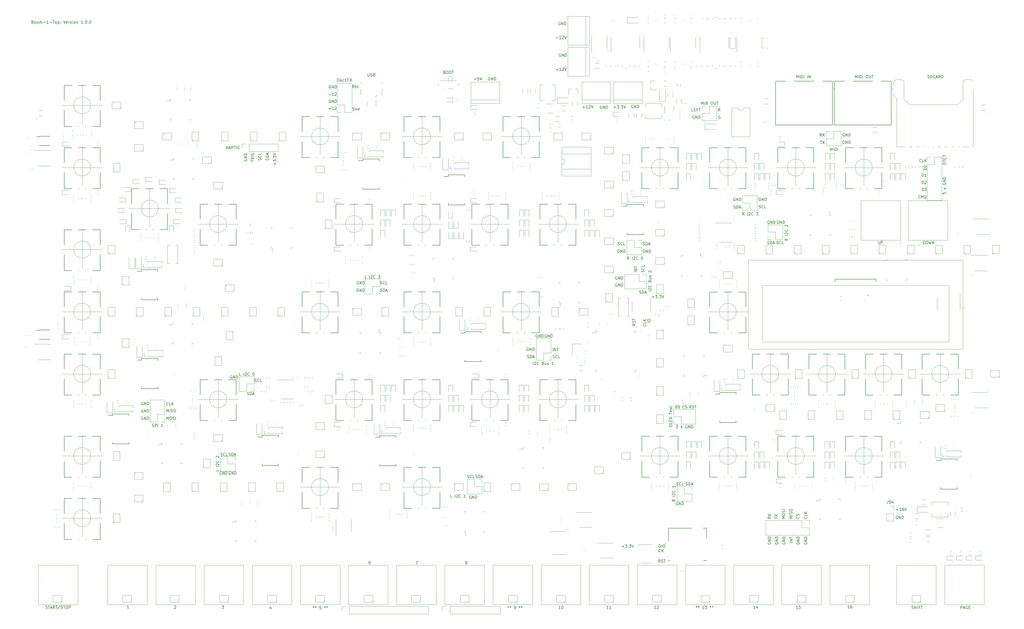
<source format=gbr>
%TF.GenerationSoftware,KiCad,Pcbnew,(5.1.9-0-10_14)*%
%TF.CreationDate,2021-03-16T15:37:56+11:00*%
%TF.ProjectId,Boom-1-Top,426f6f6d-2d31-42d5-946f-702e6b696361,rev?*%
%TF.SameCoordinates,Original*%
%TF.FileFunction,Legend,Top*%
%TF.FilePolarity,Positive*%
%FSLAX46Y46*%
G04 Gerber Fmt 4.6, Leading zero omitted, Abs format (unit mm)*
G04 Created by KiCad (PCBNEW (5.1.9-0-10_14)) date 2021-03-16 15:37:56*
%MOMM*%
%LPD*%
G01*
G04 APERTURE LIST*
%ADD10C,0.150000*%
%ADD11C,0.120000*%
%ADD12C,0.152400*%
%ADD13C,0.127000*%
%ADD14C,0.200000*%
G04 APERTURE END LIST*
D10*
X134980952Y-84728571D02*
X135123809Y-84776190D01*
X135171428Y-84823809D01*
X135219047Y-84919047D01*
X135219047Y-85061904D01*
X135171428Y-85157142D01*
X135123809Y-85204761D01*
X135028571Y-85252380D01*
X134647619Y-85252380D01*
X134647619Y-84252380D01*
X134980952Y-84252380D01*
X135076190Y-84300000D01*
X135123809Y-84347619D01*
X135171428Y-84442857D01*
X135171428Y-84538095D01*
X135123809Y-84633333D01*
X135076190Y-84680952D01*
X134980952Y-84728571D01*
X134647619Y-84728571D01*
X135790476Y-85252380D02*
X135695238Y-85204761D01*
X135647619Y-85157142D01*
X135600000Y-85061904D01*
X135600000Y-84776190D01*
X135647619Y-84680952D01*
X135695238Y-84633333D01*
X135790476Y-84585714D01*
X135933333Y-84585714D01*
X136028571Y-84633333D01*
X136076190Y-84680952D01*
X136123809Y-84776190D01*
X136123809Y-85061904D01*
X136076190Y-85157142D01*
X136028571Y-85204761D01*
X135933333Y-85252380D01*
X135790476Y-85252380D01*
X136695238Y-85252380D02*
X136600000Y-85204761D01*
X136552380Y-85157142D01*
X136504761Y-85061904D01*
X136504761Y-84776190D01*
X136552380Y-84680952D01*
X136600000Y-84633333D01*
X136695238Y-84585714D01*
X136838095Y-84585714D01*
X136933333Y-84633333D01*
X136980952Y-84680952D01*
X137028571Y-84776190D01*
X137028571Y-85061904D01*
X136980952Y-85157142D01*
X136933333Y-85204761D01*
X136838095Y-85252380D01*
X136695238Y-85252380D01*
X137457142Y-85252380D02*
X137457142Y-84585714D01*
X137457142Y-84680952D02*
X137504761Y-84633333D01*
X137600000Y-84585714D01*
X137742857Y-84585714D01*
X137838095Y-84633333D01*
X137885714Y-84728571D01*
X137885714Y-85252380D01*
X137885714Y-84728571D02*
X137933333Y-84633333D01*
X138028571Y-84585714D01*
X138171428Y-84585714D01*
X138266666Y-84633333D01*
X138314285Y-84728571D01*
X138314285Y-85252380D01*
X138790476Y-84871428D02*
X139552380Y-84871428D01*
X140552380Y-85252380D02*
X139980952Y-85252380D01*
X140266666Y-85252380D02*
X140266666Y-84252380D01*
X140171428Y-84395238D01*
X140076190Y-84490476D01*
X139980952Y-84538095D01*
X140980952Y-84871428D02*
X141742857Y-84871428D01*
X142076190Y-84252380D02*
X142647619Y-84252380D01*
X142361904Y-85252380D02*
X142361904Y-84252380D01*
X143123809Y-85252380D02*
X143028571Y-85204761D01*
X142980952Y-85157142D01*
X142933333Y-85061904D01*
X142933333Y-84776190D01*
X142980952Y-84680952D01*
X143028571Y-84633333D01*
X143123809Y-84585714D01*
X143266666Y-84585714D01*
X143361904Y-84633333D01*
X143409523Y-84680952D01*
X143457142Y-84776190D01*
X143457142Y-85061904D01*
X143409523Y-85157142D01*
X143361904Y-85204761D01*
X143266666Y-85252380D01*
X143123809Y-85252380D01*
X143885714Y-84585714D02*
X143885714Y-85585714D01*
X143885714Y-84633333D02*
X143980952Y-84585714D01*
X144171428Y-84585714D01*
X144266666Y-84633333D01*
X144314285Y-84680952D01*
X144361904Y-84776190D01*
X144361904Y-85061904D01*
X144314285Y-85157142D01*
X144266666Y-85204761D01*
X144171428Y-85252380D01*
X143980952Y-85252380D01*
X143885714Y-85204761D01*
X144790476Y-85157142D02*
X144838095Y-85204761D01*
X144790476Y-85252380D01*
X144742857Y-85204761D01*
X144790476Y-85157142D01*
X144790476Y-85252380D01*
X144790476Y-84633333D02*
X144838095Y-84680952D01*
X144790476Y-84728571D01*
X144742857Y-84680952D01*
X144790476Y-84633333D01*
X144790476Y-84728571D01*
X145885714Y-84252380D02*
X146219047Y-85252380D01*
X146552380Y-84252380D01*
X147266666Y-85204761D02*
X147171428Y-85252380D01*
X146980952Y-85252380D01*
X146885714Y-85204761D01*
X146838095Y-85109523D01*
X146838095Y-84728571D01*
X146885714Y-84633333D01*
X146980952Y-84585714D01*
X147171428Y-84585714D01*
X147266666Y-84633333D01*
X147314285Y-84728571D01*
X147314285Y-84823809D01*
X146838095Y-84919047D01*
X147742857Y-85252380D02*
X147742857Y-84585714D01*
X147742857Y-84776190D02*
X147790476Y-84680952D01*
X147838095Y-84633333D01*
X147933333Y-84585714D01*
X148028571Y-84585714D01*
X148314285Y-85204761D02*
X148409523Y-85252380D01*
X148600000Y-85252380D01*
X148695238Y-85204761D01*
X148742857Y-85109523D01*
X148742857Y-85061904D01*
X148695238Y-84966666D01*
X148600000Y-84919047D01*
X148457142Y-84919047D01*
X148361904Y-84871428D01*
X148314285Y-84776190D01*
X148314285Y-84728571D01*
X148361904Y-84633333D01*
X148457142Y-84585714D01*
X148600000Y-84585714D01*
X148695238Y-84633333D01*
X149171428Y-85252380D02*
X149171428Y-84585714D01*
X149171428Y-84252380D02*
X149123809Y-84300000D01*
X149171428Y-84347619D01*
X149219047Y-84300000D01*
X149171428Y-84252380D01*
X149171428Y-84347619D01*
X149790476Y-85252380D02*
X149695238Y-85204761D01*
X149647619Y-85157142D01*
X149600000Y-85061904D01*
X149600000Y-84776190D01*
X149647619Y-84680952D01*
X149695238Y-84633333D01*
X149790476Y-84585714D01*
X149933333Y-84585714D01*
X150028571Y-84633333D01*
X150076190Y-84680952D01*
X150123809Y-84776190D01*
X150123809Y-85061904D01*
X150076190Y-85157142D01*
X150028571Y-85204761D01*
X149933333Y-85252380D01*
X149790476Y-85252380D01*
X150552380Y-84585714D02*
X150552380Y-85252380D01*
X150552380Y-84680952D02*
X150600000Y-84633333D01*
X150695238Y-84585714D01*
X150838095Y-84585714D01*
X150933333Y-84633333D01*
X150980952Y-84728571D01*
X150980952Y-85252380D01*
X152742857Y-85252380D02*
X152171428Y-85252380D01*
X152457142Y-85252380D02*
X152457142Y-84252380D01*
X152361904Y-84395238D01*
X152266666Y-84490476D01*
X152171428Y-84538095D01*
X153171428Y-85157142D02*
X153219047Y-85204761D01*
X153171428Y-85252380D01*
X153123809Y-85204761D01*
X153171428Y-85157142D01*
X153171428Y-85252380D01*
X153838095Y-84252380D02*
X153933333Y-84252380D01*
X154028571Y-84300000D01*
X154076190Y-84347619D01*
X154123809Y-84442857D01*
X154171428Y-84633333D01*
X154171428Y-84871428D01*
X154123809Y-85061904D01*
X154076190Y-85157142D01*
X154028571Y-85204761D01*
X153933333Y-85252380D01*
X153838095Y-85252380D01*
X153742857Y-85204761D01*
X153695238Y-85157142D01*
X153647619Y-85061904D01*
X153600000Y-84871428D01*
X153600000Y-84633333D01*
X153647619Y-84442857D01*
X153695238Y-84347619D01*
X153742857Y-84300000D01*
X153838095Y-84252380D01*
X154600000Y-85157142D02*
X154647619Y-85204761D01*
X154600000Y-85252380D01*
X154552380Y-85204761D01*
X154600000Y-85157142D01*
X154600000Y-85252380D01*
X155266666Y-84252380D02*
X155361904Y-84252380D01*
X155457142Y-84300000D01*
X155504761Y-84347619D01*
X155552380Y-84442857D01*
X155600000Y-84633333D01*
X155600000Y-84871428D01*
X155552380Y-85061904D01*
X155504761Y-85157142D01*
X155457142Y-85204761D01*
X155361904Y-85252380D01*
X155266666Y-85252380D01*
X155171428Y-85204761D01*
X155123809Y-85157142D01*
X155076190Y-85061904D01*
X155028571Y-84871428D01*
X155028571Y-84633333D01*
X155076190Y-84442857D01*
X155123809Y-84347619D01*
X155171428Y-84300000D01*
X155266666Y-84252380D01*
X440438095Y-259500000D02*
X440342857Y-259452380D01*
X440200000Y-259452380D01*
X440057142Y-259500000D01*
X439961904Y-259595238D01*
X439914285Y-259690476D01*
X439866666Y-259880952D01*
X439866666Y-260023809D01*
X439914285Y-260214285D01*
X439961904Y-260309523D01*
X440057142Y-260404761D01*
X440200000Y-260452380D01*
X440295238Y-260452380D01*
X440438095Y-260404761D01*
X440485714Y-260357142D01*
X440485714Y-260023809D01*
X440295238Y-260023809D01*
X440914285Y-260452380D02*
X440914285Y-259452380D01*
X441485714Y-260452380D01*
X441485714Y-259452380D01*
X441961904Y-260452380D02*
X441961904Y-259452380D01*
X442200000Y-259452380D01*
X442342857Y-259500000D01*
X442438095Y-259595238D01*
X442485714Y-259690476D01*
X442533333Y-259880952D01*
X442533333Y-260023809D01*
X442485714Y-260214285D01*
X442438095Y-260309523D01*
X442342857Y-260404761D01*
X442200000Y-260452380D01*
X441961904Y-260452380D01*
X439938095Y-257171428D02*
X440700000Y-257171428D01*
X440319047Y-257552380D02*
X440319047Y-256790476D01*
X441700000Y-257552380D02*
X441128571Y-257552380D01*
X441414285Y-257552380D02*
X441414285Y-256552380D01*
X441319047Y-256695238D01*
X441223809Y-256790476D01*
X441128571Y-256838095D01*
X442557142Y-256552380D02*
X442366666Y-256552380D01*
X442271428Y-256600000D01*
X442223809Y-256647619D01*
X442128571Y-256790476D01*
X442080952Y-256980952D01*
X442080952Y-257361904D01*
X442128571Y-257457142D01*
X442176190Y-257504761D01*
X442271428Y-257552380D01*
X442461904Y-257552380D01*
X442557142Y-257504761D01*
X442604761Y-257457142D01*
X442652380Y-257361904D01*
X442652380Y-257123809D01*
X442604761Y-257028571D01*
X442557142Y-256980952D01*
X442461904Y-256933333D01*
X442271428Y-256933333D01*
X442176190Y-256980952D01*
X442128571Y-257028571D01*
X442080952Y-257123809D01*
X442938095Y-256552380D02*
X443271428Y-257552380D01*
X443604761Y-256552380D01*
X445442857Y-292204761D02*
X445585714Y-292252380D01*
X445823809Y-292252380D01*
X445919047Y-292204761D01*
X445966666Y-292157142D01*
X446014285Y-292061904D01*
X446014285Y-291966666D01*
X445966666Y-291871428D01*
X445919047Y-291823809D01*
X445823809Y-291776190D01*
X445633333Y-291728571D01*
X445538095Y-291680952D01*
X445490476Y-291633333D01*
X445442857Y-291538095D01*
X445442857Y-291442857D01*
X445490476Y-291347619D01*
X445538095Y-291300000D01*
X445633333Y-291252380D01*
X445871428Y-291252380D01*
X446014285Y-291300000D01*
X446442857Y-292252380D02*
X446442857Y-291252380D01*
X446442857Y-291728571D02*
X447014285Y-291728571D01*
X447014285Y-292252380D02*
X447014285Y-291252380D01*
X447490476Y-292252380D02*
X447490476Y-291252380D01*
X448300000Y-291728571D02*
X447966666Y-291728571D01*
X447966666Y-292252380D02*
X447966666Y-291252380D01*
X448442857Y-291252380D01*
X448680952Y-291252380D02*
X449252380Y-291252380D01*
X448966666Y-292252380D02*
X448966666Y-291252380D01*
X462757142Y-292252380D02*
X462757142Y-291252380D01*
X463138095Y-291252380D01*
X463233333Y-291300000D01*
X463280952Y-291347619D01*
X463328571Y-291442857D01*
X463328571Y-291585714D01*
X463280952Y-291680952D01*
X463233333Y-291728571D01*
X463138095Y-291776190D01*
X462757142Y-291776190D01*
X463709523Y-291966666D02*
X464185714Y-291966666D01*
X463614285Y-292252380D02*
X463947619Y-291252380D01*
X464280952Y-292252380D01*
X465138095Y-291300000D02*
X465042857Y-291252380D01*
X464900000Y-291252380D01*
X464757142Y-291300000D01*
X464661904Y-291395238D01*
X464614285Y-291490476D01*
X464566666Y-291680952D01*
X464566666Y-291823809D01*
X464614285Y-292014285D01*
X464661904Y-292109523D01*
X464757142Y-292204761D01*
X464900000Y-292252380D01*
X464995238Y-292252380D01*
X465138095Y-292204761D01*
X465185714Y-292157142D01*
X465185714Y-291823809D01*
X464995238Y-291823809D01*
X465614285Y-291728571D02*
X465947619Y-291728571D01*
X466090476Y-292252380D02*
X465614285Y-292252380D01*
X465614285Y-291252380D01*
X466090476Y-291252380D01*
X423409523Y-292052380D02*
X422838095Y-292052380D01*
X423123809Y-292052380D02*
X423123809Y-291052380D01*
X423028571Y-291195238D01*
X422933333Y-291290476D01*
X422838095Y-291338095D01*
X424266666Y-291052380D02*
X424076190Y-291052380D01*
X423980952Y-291100000D01*
X423933333Y-291147619D01*
X423838095Y-291290476D01*
X423790476Y-291480952D01*
X423790476Y-291861904D01*
X423838095Y-291957142D01*
X423885714Y-292004761D01*
X423980952Y-292052380D01*
X424171428Y-292052380D01*
X424266666Y-292004761D01*
X424314285Y-291957142D01*
X424361904Y-291861904D01*
X424361904Y-291623809D01*
X424314285Y-291528571D01*
X424266666Y-291480952D01*
X424171428Y-291433333D01*
X423980952Y-291433333D01*
X423885714Y-291480952D01*
X423838095Y-291528571D01*
X423790476Y-291623809D01*
X405209523Y-292152380D02*
X404638095Y-292152380D01*
X404923809Y-292152380D02*
X404923809Y-291152380D01*
X404828571Y-291295238D01*
X404733333Y-291390476D01*
X404638095Y-291438095D01*
X406114285Y-291152380D02*
X405638095Y-291152380D01*
X405590476Y-291628571D01*
X405638095Y-291580952D01*
X405733333Y-291533333D01*
X405971428Y-291533333D01*
X406066666Y-291580952D01*
X406114285Y-291628571D01*
X406161904Y-291723809D01*
X406161904Y-291961904D01*
X406114285Y-292057142D01*
X406066666Y-292104761D01*
X405971428Y-292152380D01*
X405733333Y-292152380D01*
X405638095Y-292104761D01*
X405590476Y-292057142D01*
X390209523Y-292152380D02*
X389638095Y-292152380D01*
X389923809Y-292152380D02*
X389923809Y-291152380D01*
X389828571Y-291295238D01*
X389733333Y-291390476D01*
X389638095Y-291438095D01*
X391066666Y-291485714D02*
X391066666Y-292152380D01*
X390828571Y-291104761D02*
X390590476Y-291819047D01*
X391209523Y-291819047D01*
X369442857Y-291252380D02*
X369442857Y-291490476D01*
X369204761Y-291395238D02*
X369442857Y-291490476D01*
X369680952Y-291395238D01*
X369300000Y-291680952D02*
X369442857Y-291490476D01*
X369585714Y-291680952D01*
X370204761Y-291252380D02*
X370204761Y-291490476D01*
X369966666Y-291395238D02*
X370204761Y-291490476D01*
X370442857Y-291395238D01*
X370061904Y-291680952D02*
X370204761Y-291490476D01*
X370347619Y-291680952D01*
X372109523Y-292252380D02*
X371538095Y-292252380D01*
X371823809Y-292252380D02*
X371823809Y-291252380D01*
X371728571Y-291395238D01*
X371633333Y-291490476D01*
X371538095Y-291538095D01*
X372442857Y-291252380D02*
X373061904Y-291252380D01*
X372728571Y-291633333D01*
X372871428Y-291633333D01*
X372966666Y-291680952D01*
X373014285Y-291728571D01*
X373061904Y-291823809D01*
X373061904Y-292061904D01*
X373014285Y-292157142D01*
X372966666Y-292204761D01*
X372871428Y-292252380D01*
X372585714Y-292252380D01*
X372490476Y-292204761D01*
X372442857Y-292157142D01*
X374395238Y-291252380D02*
X374395238Y-291490476D01*
X374157142Y-291395238D02*
X374395238Y-291490476D01*
X374633333Y-291395238D01*
X374252380Y-291680952D02*
X374395238Y-291490476D01*
X374538095Y-291680952D01*
X375157142Y-291252380D02*
X375157142Y-291490476D01*
X374919047Y-291395238D02*
X375157142Y-291490476D01*
X375395238Y-291395238D01*
X375014285Y-291680952D02*
X375157142Y-291490476D01*
X375300000Y-291680952D01*
X355109523Y-292152380D02*
X354538095Y-292152380D01*
X354823809Y-292152380D02*
X354823809Y-291152380D01*
X354728571Y-291295238D01*
X354633333Y-291390476D01*
X354538095Y-291438095D01*
X355490476Y-291247619D02*
X355538095Y-291200000D01*
X355633333Y-291152380D01*
X355871428Y-291152380D01*
X355966666Y-291200000D01*
X356014285Y-291247619D01*
X356061904Y-291342857D01*
X356061904Y-291438095D01*
X356014285Y-291580952D01*
X355442857Y-292152380D01*
X356061904Y-292152380D01*
X338309523Y-292252380D02*
X337738095Y-292252380D01*
X338023809Y-292252380D02*
X338023809Y-291252380D01*
X337928571Y-291395238D01*
X337833333Y-291490476D01*
X337738095Y-291538095D01*
X339261904Y-292252380D02*
X338690476Y-292252380D01*
X338976190Y-292252380D02*
X338976190Y-291252380D01*
X338880952Y-291395238D01*
X338785714Y-291490476D01*
X338690476Y-291538095D01*
X321409523Y-292252380D02*
X320838095Y-292252380D01*
X321123809Y-292252380D02*
X321123809Y-291252380D01*
X321028571Y-291395238D01*
X320933333Y-291490476D01*
X320838095Y-291538095D01*
X322028571Y-291252380D02*
X322123809Y-291252380D01*
X322219047Y-291300000D01*
X322266666Y-291347619D01*
X322314285Y-291442857D01*
X322361904Y-291633333D01*
X322361904Y-291871428D01*
X322314285Y-292061904D01*
X322266666Y-292157142D01*
X322219047Y-292204761D01*
X322123809Y-292252380D01*
X322028571Y-292252380D01*
X321933333Y-292204761D01*
X321885714Y-292157142D01*
X321838095Y-292061904D01*
X321790476Y-291871428D01*
X321790476Y-291633333D01*
X321838095Y-291442857D01*
X321885714Y-291347619D01*
X321933333Y-291300000D01*
X322028571Y-291252380D01*
X302919047Y-291352380D02*
X302919047Y-291590476D01*
X302680952Y-291495238D02*
X302919047Y-291590476D01*
X303157142Y-291495238D01*
X302776190Y-291780952D02*
X302919047Y-291590476D01*
X303061904Y-291780952D01*
X303680952Y-291352380D02*
X303680952Y-291590476D01*
X303442857Y-291495238D02*
X303680952Y-291590476D01*
X303919047Y-291495238D01*
X303538095Y-291780952D02*
X303680952Y-291590476D01*
X303823809Y-291780952D01*
X305109523Y-292352380D02*
X305300000Y-292352380D01*
X305395238Y-292304761D01*
X305442857Y-292257142D01*
X305538095Y-292114285D01*
X305585714Y-291923809D01*
X305585714Y-291542857D01*
X305538095Y-291447619D01*
X305490476Y-291400000D01*
X305395238Y-291352380D01*
X305204761Y-291352380D01*
X305109523Y-291400000D01*
X305061904Y-291447619D01*
X305014285Y-291542857D01*
X305014285Y-291780952D01*
X305061904Y-291876190D01*
X305109523Y-291923809D01*
X305204761Y-291971428D01*
X305395238Y-291971428D01*
X305490476Y-291923809D01*
X305538095Y-291876190D01*
X305585714Y-291780952D01*
X306919047Y-291352380D02*
X306919047Y-291590476D01*
X306680952Y-291495238D02*
X306919047Y-291590476D01*
X307157142Y-291495238D01*
X306776190Y-291780952D02*
X306919047Y-291590476D01*
X307061904Y-291780952D01*
X307680952Y-291352380D02*
X307680952Y-291590476D01*
X307442857Y-291495238D02*
X307680952Y-291590476D01*
X307919047Y-291495238D01*
X307538095Y-291780952D02*
X307680952Y-291590476D01*
X307823809Y-291780952D01*
X288004761Y-275880952D02*
X287909523Y-275833333D01*
X287861904Y-275785714D01*
X287814285Y-275690476D01*
X287814285Y-275642857D01*
X287861904Y-275547619D01*
X287909523Y-275500000D01*
X288004761Y-275452380D01*
X288195238Y-275452380D01*
X288290476Y-275500000D01*
X288338095Y-275547619D01*
X288385714Y-275642857D01*
X288385714Y-275690476D01*
X288338095Y-275785714D01*
X288290476Y-275833333D01*
X288195238Y-275880952D01*
X288004761Y-275880952D01*
X287909523Y-275928571D01*
X287861904Y-275976190D01*
X287814285Y-276071428D01*
X287814285Y-276261904D01*
X287861904Y-276357142D01*
X287909523Y-276404761D01*
X288004761Y-276452380D01*
X288195238Y-276452380D01*
X288290476Y-276404761D01*
X288338095Y-276357142D01*
X288385714Y-276261904D01*
X288385714Y-276071428D01*
X288338095Y-275976190D01*
X288290476Y-275928571D01*
X288195238Y-275880952D01*
X270266666Y-275552380D02*
X270933333Y-275552380D01*
X270504761Y-276552380D01*
X254190476Y-275352380D02*
X254000000Y-275352380D01*
X253904761Y-275400000D01*
X253857142Y-275447619D01*
X253761904Y-275590476D01*
X253714285Y-275780952D01*
X253714285Y-276161904D01*
X253761904Y-276257142D01*
X253809523Y-276304761D01*
X253904761Y-276352380D01*
X254095238Y-276352380D01*
X254190476Y-276304761D01*
X254238095Y-276257142D01*
X254285714Y-276161904D01*
X254285714Y-275923809D01*
X254238095Y-275828571D01*
X254190476Y-275780952D01*
X254095238Y-275733333D01*
X253904761Y-275733333D01*
X253809523Y-275780952D01*
X253761904Y-275828571D01*
X253714285Y-275923809D01*
X234219047Y-291352380D02*
X234219047Y-291590476D01*
X233980952Y-291495238D02*
X234219047Y-291590476D01*
X234457142Y-291495238D01*
X234076190Y-291780952D02*
X234219047Y-291590476D01*
X234361904Y-291780952D01*
X234980952Y-291352380D02*
X234980952Y-291590476D01*
X234742857Y-291495238D02*
X234980952Y-291590476D01*
X235219047Y-291495238D01*
X234838095Y-291780952D02*
X234980952Y-291590476D01*
X235123809Y-291780952D01*
X236838095Y-291352380D02*
X236361904Y-291352380D01*
X236314285Y-291828571D01*
X236361904Y-291780952D01*
X236457142Y-291733333D01*
X236695238Y-291733333D01*
X236790476Y-291780952D01*
X236838095Y-291828571D01*
X236885714Y-291923809D01*
X236885714Y-292161904D01*
X236838095Y-292257142D01*
X236790476Y-292304761D01*
X236695238Y-292352380D01*
X236457142Y-292352380D01*
X236361904Y-292304761D01*
X236314285Y-292257142D01*
X238219047Y-291352380D02*
X238219047Y-291590476D01*
X237980952Y-291495238D02*
X238219047Y-291590476D01*
X238457142Y-291495238D01*
X238076190Y-291780952D02*
X238219047Y-291590476D01*
X238361904Y-291780952D01*
X238980952Y-291352380D02*
X238980952Y-291590476D01*
X238742857Y-291495238D02*
X238980952Y-291590476D01*
X239219047Y-291495238D01*
X238838095Y-291780952D02*
X238980952Y-291590476D01*
X239123809Y-291780952D01*
X219190476Y-291685714D02*
X219190476Y-292352380D01*
X218952380Y-291304761D02*
X218714285Y-292019047D01*
X219333333Y-292019047D01*
X201866666Y-291152380D02*
X202485714Y-291152380D01*
X202152380Y-291533333D01*
X202295238Y-291533333D01*
X202390476Y-291580952D01*
X202438095Y-291628571D01*
X202485714Y-291723809D01*
X202485714Y-291961904D01*
X202438095Y-292057142D01*
X202390476Y-292104761D01*
X202295238Y-292152380D01*
X202009523Y-292152380D01*
X201914285Y-292104761D01*
X201866666Y-292057142D01*
X185014285Y-291247619D02*
X185061904Y-291200000D01*
X185157142Y-291152380D01*
X185395238Y-291152380D01*
X185490476Y-291200000D01*
X185538095Y-291247619D01*
X185585714Y-291342857D01*
X185585714Y-291438095D01*
X185538095Y-291580952D01*
X184966666Y-292152380D01*
X185585714Y-292152380D01*
X168985714Y-292052380D02*
X168414285Y-292052380D01*
X168700000Y-292052380D02*
X168700000Y-291052380D01*
X168604761Y-291195238D01*
X168509523Y-291290476D01*
X168414285Y-291338095D01*
X139619047Y-292104761D02*
X139761904Y-292152380D01*
X140000000Y-292152380D01*
X140095238Y-292104761D01*
X140142857Y-292057142D01*
X140190476Y-291961904D01*
X140190476Y-291866666D01*
X140142857Y-291771428D01*
X140095238Y-291723809D01*
X140000000Y-291676190D01*
X139809523Y-291628571D01*
X139714285Y-291580952D01*
X139666666Y-291533333D01*
X139619047Y-291438095D01*
X139619047Y-291342857D01*
X139666666Y-291247619D01*
X139714285Y-291200000D01*
X139809523Y-291152380D01*
X140047619Y-291152380D01*
X140190476Y-291200000D01*
X140476190Y-291152380D02*
X141047619Y-291152380D01*
X140761904Y-292152380D02*
X140761904Y-291152380D01*
X141333333Y-291866666D02*
X141809523Y-291866666D01*
X141238095Y-292152380D02*
X141571428Y-291152380D01*
X141904761Y-292152380D01*
X142809523Y-292152380D02*
X142476190Y-291676190D01*
X142238095Y-292152380D02*
X142238095Y-291152380D01*
X142619047Y-291152380D01*
X142714285Y-291200000D01*
X142761904Y-291247619D01*
X142809523Y-291342857D01*
X142809523Y-291485714D01*
X142761904Y-291580952D01*
X142714285Y-291628571D01*
X142619047Y-291676190D01*
X142238095Y-291676190D01*
X143095238Y-291152380D02*
X143666666Y-291152380D01*
X143380952Y-292152380D02*
X143380952Y-291152380D01*
X144714285Y-291104761D02*
X143857142Y-292390476D01*
X145000000Y-292104761D02*
X145142857Y-292152380D01*
X145380952Y-292152380D01*
X145476190Y-292104761D01*
X145523809Y-292057142D01*
X145571428Y-291961904D01*
X145571428Y-291866666D01*
X145523809Y-291771428D01*
X145476190Y-291723809D01*
X145380952Y-291676190D01*
X145190476Y-291628571D01*
X145095238Y-291580952D01*
X145047619Y-291533333D01*
X145000000Y-291438095D01*
X145000000Y-291342857D01*
X145047619Y-291247619D01*
X145095238Y-291200000D01*
X145190476Y-291152380D01*
X145428571Y-291152380D01*
X145571428Y-291200000D01*
X145857142Y-291152380D02*
X146428571Y-291152380D01*
X146142857Y-292152380D02*
X146142857Y-291152380D01*
X146952380Y-291152380D02*
X147142857Y-291152380D01*
X147238095Y-291200000D01*
X147333333Y-291295238D01*
X147380952Y-291485714D01*
X147380952Y-291819047D01*
X147333333Y-292009523D01*
X147238095Y-292104761D01*
X147142857Y-292152380D01*
X146952380Y-292152380D01*
X146857142Y-292104761D01*
X146761904Y-292009523D01*
X146714285Y-291819047D01*
X146714285Y-291485714D01*
X146761904Y-291295238D01*
X146857142Y-291200000D01*
X146952380Y-291152380D01*
X147809523Y-292152380D02*
X147809523Y-291152380D01*
X148190476Y-291152380D01*
X148285714Y-291200000D01*
X148333333Y-291247619D01*
X148380952Y-291342857D01*
X148380952Y-291485714D01*
X148333333Y-291580952D01*
X148285714Y-291628571D01*
X148190476Y-291676190D01*
X147809523Y-291676190D01*
X449519047Y-163252380D02*
X449519047Y-162252380D01*
X449757142Y-162252380D01*
X449900000Y-162300000D01*
X449995238Y-162395238D01*
X450042857Y-162490476D01*
X450090476Y-162680952D01*
X450090476Y-162823809D01*
X450042857Y-163014285D01*
X449995238Y-163109523D01*
X449900000Y-163204761D01*
X449757142Y-163252380D01*
X449519047Y-163252380D01*
X450709523Y-162252380D02*
X450900000Y-162252380D01*
X450995238Y-162300000D01*
X451090476Y-162395238D01*
X451138095Y-162585714D01*
X451138095Y-162919047D01*
X451090476Y-163109523D01*
X450995238Y-163204761D01*
X450900000Y-163252380D01*
X450709523Y-163252380D01*
X450614285Y-163204761D01*
X450519047Y-163109523D01*
X450471428Y-162919047D01*
X450471428Y-162585714D01*
X450519047Y-162395238D01*
X450614285Y-162300000D01*
X450709523Y-162252380D01*
X451471428Y-162252380D02*
X451709523Y-163252380D01*
X451900000Y-162538095D01*
X452090476Y-163252380D01*
X452328571Y-162252380D01*
X452709523Y-163252380D02*
X452709523Y-162252380D01*
X453280952Y-163252380D01*
X453280952Y-162252380D01*
X433614285Y-162252380D02*
X433614285Y-163061904D01*
X433661904Y-163157142D01*
X433709523Y-163204761D01*
X433804761Y-163252380D01*
X433995238Y-163252380D01*
X434090476Y-163204761D01*
X434138095Y-163157142D01*
X434185714Y-163061904D01*
X434185714Y-162252380D01*
X434661904Y-163252380D02*
X434661904Y-162252380D01*
X435042857Y-162252380D01*
X435138095Y-162300000D01*
X435185714Y-162347619D01*
X435233333Y-162442857D01*
X435233333Y-162585714D01*
X435185714Y-162680952D01*
X435138095Y-162728571D01*
X435042857Y-162776190D01*
X434661904Y-162776190D01*
X353800000Y-181971428D02*
X354561904Y-181971428D01*
X354180952Y-182352380D02*
X354180952Y-181590476D01*
X354942857Y-181352380D02*
X355561904Y-181352380D01*
X355228571Y-181733333D01*
X355371428Y-181733333D01*
X355466666Y-181780952D01*
X355514285Y-181828571D01*
X355561904Y-181923809D01*
X355561904Y-182161904D01*
X355514285Y-182257142D01*
X355466666Y-182304761D01*
X355371428Y-182352380D01*
X355085714Y-182352380D01*
X354990476Y-182304761D01*
X354942857Y-182257142D01*
X355990476Y-182257142D02*
X356038095Y-182304761D01*
X355990476Y-182352380D01*
X355942857Y-182304761D01*
X355990476Y-182257142D01*
X355990476Y-182352380D01*
X356371428Y-181352380D02*
X356990476Y-181352380D01*
X356657142Y-181733333D01*
X356800000Y-181733333D01*
X356895238Y-181780952D01*
X356942857Y-181828571D01*
X356990476Y-181923809D01*
X356990476Y-182161904D01*
X356942857Y-182257142D01*
X356895238Y-182304761D01*
X356800000Y-182352380D01*
X356514285Y-182352380D01*
X356419047Y-182304761D01*
X356371428Y-182257142D01*
X357276190Y-181352380D02*
X357609523Y-182352380D01*
X357942857Y-181352380D01*
X353052380Y-190923809D02*
X352052380Y-190923809D01*
X352052380Y-190257142D02*
X352052380Y-190066666D01*
X352100000Y-189971428D01*
X352195238Y-189876190D01*
X352385714Y-189828571D01*
X352719047Y-189828571D01*
X352909523Y-189876190D01*
X353004761Y-189971428D01*
X353052380Y-190066666D01*
X353052380Y-190257142D01*
X353004761Y-190352380D01*
X352909523Y-190447619D01*
X352719047Y-190495238D01*
X352385714Y-190495238D01*
X352195238Y-190447619D01*
X352100000Y-190352380D01*
X352052380Y-190257142D01*
X351457142Y-191695238D02*
X351504761Y-191742857D01*
X351552380Y-191885714D01*
X351552380Y-191980952D01*
X351504761Y-192123809D01*
X351409523Y-192219047D01*
X351314285Y-192266666D01*
X351123809Y-192314285D01*
X350980952Y-192314285D01*
X350790476Y-192266666D01*
X350695238Y-192219047D01*
X350600000Y-192123809D01*
X350552380Y-191980952D01*
X350552380Y-191885714D01*
X350600000Y-191742857D01*
X350647619Y-191695238D01*
X351552380Y-190790476D02*
X351552380Y-191266666D01*
X350552380Y-191266666D01*
X351552380Y-190457142D02*
X350552380Y-190457142D01*
X351552380Y-189885714D02*
X350980952Y-190314285D01*
X350552380Y-189885714D02*
X351123809Y-190457142D01*
X347852380Y-191447619D02*
X347376190Y-191780952D01*
X347852380Y-192019047D02*
X346852380Y-192019047D01*
X346852380Y-191638095D01*
X346900000Y-191542857D01*
X346947619Y-191495238D01*
X347042857Y-191447619D01*
X347185714Y-191447619D01*
X347280952Y-191495238D01*
X347328571Y-191542857D01*
X347376190Y-191638095D01*
X347376190Y-192019047D01*
X347804761Y-191066666D02*
X347852380Y-190923809D01*
X347852380Y-190685714D01*
X347804761Y-190590476D01*
X347757142Y-190542857D01*
X347661904Y-190495238D01*
X347566666Y-190495238D01*
X347471428Y-190542857D01*
X347423809Y-190590476D01*
X347376190Y-190685714D01*
X347328571Y-190876190D01*
X347280952Y-190971428D01*
X347233333Y-191019047D01*
X347138095Y-191066666D01*
X347042857Y-191066666D01*
X346947619Y-191019047D01*
X346900000Y-190971428D01*
X346852380Y-190876190D01*
X346852380Y-190638095D01*
X346900000Y-190495238D01*
X346852380Y-190209523D02*
X346852380Y-189638095D01*
X347852380Y-189923809D02*
X346852380Y-189923809D01*
X343100000Y-270171428D02*
X343861904Y-270171428D01*
X343480952Y-270552380D02*
X343480952Y-269790476D01*
X344242857Y-269552380D02*
X344861904Y-269552380D01*
X344528571Y-269933333D01*
X344671428Y-269933333D01*
X344766666Y-269980952D01*
X344814285Y-270028571D01*
X344861904Y-270123809D01*
X344861904Y-270361904D01*
X344814285Y-270457142D01*
X344766666Y-270504761D01*
X344671428Y-270552380D01*
X344385714Y-270552380D01*
X344290476Y-270504761D01*
X344242857Y-270457142D01*
X345290476Y-270457142D02*
X345338095Y-270504761D01*
X345290476Y-270552380D01*
X345242857Y-270504761D01*
X345290476Y-270457142D01*
X345290476Y-270552380D01*
X345671428Y-269552380D02*
X346290476Y-269552380D01*
X345957142Y-269933333D01*
X346100000Y-269933333D01*
X346195238Y-269980952D01*
X346242857Y-270028571D01*
X346290476Y-270123809D01*
X346290476Y-270361904D01*
X346242857Y-270457142D01*
X346195238Y-270504761D01*
X346100000Y-270552380D01*
X345814285Y-270552380D01*
X345719047Y-270504761D01*
X345671428Y-270457142D01*
X346576190Y-269552380D02*
X346909523Y-270552380D01*
X347242857Y-269552380D01*
X356709523Y-272057142D02*
X356661904Y-272104761D01*
X356519047Y-272152380D01*
X356423809Y-272152380D01*
X356280952Y-272104761D01*
X356185714Y-272009523D01*
X356138095Y-271914285D01*
X356090476Y-271723809D01*
X356090476Y-271580952D01*
X356138095Y-271390476D01*
X356185714Y-271295238D01*
X356280952Y-271200000D01*
X356423809Y-271152380D01*
X356519047Y-271152380D01*
X356661904Y-271200000D01*
X356709523Y-271247619D01*
X357138095Y-272152380D02*
X357138095Y-271152380D01*
X357709523Y-272152380D02*
X357280952Y-271580952D01*
X357709523Y-271152380D02*
X357138095Y-271723809D01*
X356176190Y-270552380D02*
X356176190Y-269552380D01*
X356414285Y-269552380D01*
X356557142Y-269600000D01*
X356652380Y-269695238D01*
X356700000Y-269790476D01*
X356747619Y-269980952D01*
X356747619Y-270123809D01*
X356700000Y-270314285D01*
X356652380Y-270409523D01*
X356557142Y-270504761D01*
X356414285Y-270552380D01*
X356176190Y-270552380D01*
X357176190Y-270552380D02*
X357176190Y-269552380D01*
X357842857Y-269552380D02*
X358033333Y-269552380D01*
X358128571Y-269600000D01*
X358223809Y-269695238D01*
X358271428Y-269885714D01*
X358271428Y-270219047D01*
X358223809Y-270409523D01*
X358128571Y-270504761D01*
X358033333Y-270552380D01*
X357842857Y-270552380D01*
X357747619Y-270504761D01*
X357652380Y-270409523D01*
X357604761Y-270219047D01*
X357604761Y-269885714D01*
X357652380Y-269695238D01*
X357747619Y-269600000D01*
X357842857Y-269552380D01*
X356652380Y-275852380D02*
X356319047Y-275376190D01*
X356080952Y-275852380D02*
X356080952Y-274852380D01*
X356461904Y-274852380D01*
X356557142Y-274900000D01*
X356604761Y-274947619D01*
X356652380Y-275042857D01*
X356652380Y-275185714D01*
X356604761Y-275280952D01*
X356557142Y-275328571D01*
X356461904Y-275376190D01*
X356080952Y-275376190D01*
X357033333Y-275804761D02*
X357176190Y-275852380D01*
X357414285Y-275852380D01*
X357509523Y-275804761D01*
X357557142Y-275757142D01*
X357604761Y-275661904D01*
X357604761Y-275566666D01*
X357557142Y-275471428D01*
X357509523Y-275423809D01*
X357414285Y-275376190D01*
X357223809Y-275328571D01*
X357128571Y-275280952D01*
X357080952Y-275233333D01*
X357033333Y-275138095D01*
X357033333Y-275042857D01*
X357080952Y-274947619D01*
X357128571Y-274900000D01*
X357223809Y-274852380D01*
X357461904Y-274852380D01*
X357604761Y-274900000D01*
X357890476Y-274852380D02*
X358461904Y-274852380D01*
X358176190Y-275852380D02*
X358176190Y-274852380D01*
X220571428Y-135300000D02*
X220571428Y-134538095D01*
X220952380Y-134919047D02*
X220190476Y-134919047D01*
X219952380Y-134157142D02*
X219952380Y-133538095D01*
X220333333Y-133871428D01*
X220333333Y-133728571D01*
X220380952Y-133633333D01*
X220428571Y-133585714D01*
X220523809Y-133538095D01*
X220761904Y-133538095D01*
X220857142Y-133585714D01*
X220904761Y-133633333D01*
X220952380Y-133728571D01*
X220952380Y-134014285D01*
X220904761Y-134109523D01*
X220857142Y-134157142D01*
X220857142Y-133109523D02*
X220904761Y-133061904D01*
X220952380Y-133109523D01*
X220904761Y-133157142D01*
X220857142Y-133109523D01*
X220952380Y-133109523D01*
X219952380Y-132728571D02*
X219952380Y-132109523D01*
X220333333Y-132442857D01*
X220333333Y-132300000D01*
X220380952Y-132204761D01*
X220428571Y-132157142D01*
X220523809Y-132109523D01*
X220761904Y-132109523D01*
X220857142Y-132157142D01*
X220904761Y-132204761D01*
X220952380Y-132300000D01*
X220952380Y-132585714D01*
X220904761Y-132680952D01*
X220857142Y-132728571D01*
X219952380Y-131823809D02*
X220952380Y-131490476D01*
X219952380Y-131157142D01*
X218304761Y-133614285D02*
X218352380Y-133471428D01*
X218352380Y-133233333D01*
X218304761Y-133138095D01*
X218257142Y-133090476D01*
X218161904Y-133042857D01*
X218066666Y-133042857D01*
X217971428Y-133090476D01*
X217923809Y-133138095D01*
X217876190Y-133233333D01*
X217828571Y-133423809D01*
X217780952Y-133519047D01*
X217733333Y-133566666D01*
X217638095Y-133614285D01*
X217542857Y-133614285D01*
X217447619Y-133566666D01*
X217400000Y-133519047D01*
X217352380Y-133423809D01*
X217352380Y-133185714D01*
X217400000Y-133042857D01*
X218352380Y-132614285D02*
X217352380Y-132614285D01*
X217352380Y-132376190D01*
X217400000Y-132233333D01*
X217495238Y-132138095D01*
X217590476Y-132090476D01*
X217780952Y-132042857D01*
X217923809Y-132042857D01*
X218114285Y-132090476D01*
X218209523Y-132138095D01*
X218304761Y-132233333D01*
X218352380Y-132376190D01*
X218352380Y-132614285D01*
X218066666Y-131661904D02*
X218066666Y-131185714D01*
X218352380Y-131757142D02*
X217352380Y-131423809D01*
X218352380Y-131090476D01*
X215604761Y-133590476D02*
X215652380Y-133447619D01*
X215652380Y-133209523D01*
X215604761Y-133114285D01*
X215557142Y-133066666D01*
X215461904Y-133019047D01*
X215366666Y-133019047D01*
X215271428Y-133066666D01*
X215223809Y-133114285D01*
X215176190Y-133209523D01*
X215128571Y-133400000D01*
X215080952Y-133495238D01*
X215033333Y-133542857D01*
X214938095Y-133590476D01*
X214842857Y-133590476D01*
X214747619Y-133542857D01*
X214700000Y-133495238D01*
X214652380Y-133400000D01*
X214652380Y-133161904D01*
X214700000Y-133019047D01*
X215557142Y-132019047D02*
X215604761Y-132066666D01*
X215652380Y-132209523D01*
X215652380Y-132304761D01*
X215604761Y-132447619D01*
X215509523Y-132542857D01*
X215414285Y-132590476D01*
X215223809Y-132638095D01*
X215080952Y-132638095D01*
X214890476Y-132590476D01*
X214795238Y-132542857D01*
X214700000Y-132447619D01*
X214652380Y-132304761D01*
X214652380Y-132209523D01*
X214700000Y-132066666D01*
X214747619Y-132019047D01*
X215652380Y-131114285D02*
X215652380Y-131590476D01*
X214652380Y-131590476D01*
X212152380Y-134123809D02*
X212152380Y-133552380D01*
X213152380Y-133838095D02*
X212152380Y-133838095D01*
X213152380Y-132647619D02*
X212676190Y-132980952D01*
X213152380Y-133219047D02*
X212152380Y-133219047D01*
X212152380Y-132838095D01*
X212200000Y-132742857D01*
X212247619Y-132695238D01*
X212342857Y-132647619D01*
X212485714Y-132647619D01*
X212580952Y-132695238D01*
X212628571Y-132742857D01*
X212676190Y-132838095D01*
X212676190Y-133219047D01*
X213152380Y-132219047D02*
X212152380Y-132219047D01*
X212200000Y-131219047D02*
X212152380Y-131314285D01*
X212152380Y-131457142D01*
X212200000Y-131600000D01*
X212295238Y-131695238D01*
X212390476Y-131742857D01*
X212580952Y-131790476D01*
X212723809Y-131790476D01*
X212914285Y-131742857D01*
X213009523Y-131695238D01*
X213104761Y-131600000D01*
X213152380Y-131457142D01*
X213152380Y-131361904D01*
X213104761Y-131219047D01*
X213057142Y-131171428D01*
X212723809Y-131171428D01*
X212723809Y-131361904D01*
X209700000Y-133361904D02*
X209652380Y-133457142D01*
X209652380Y-133600000D01*
X209700000Y-133742857D01*
X209795238Y-133838095D01*
X209890476Y-133885714D01*
X210080952Y-133933333D01*
X210223809Y-133933333D01*
X210414285Y-133885714D01*
X210509523Y-133838095D01*
X210604761Y-133742857D01*
X210652380Y-133600000D01*
X210652380Y-133504761D01*
X210604761Y-133361904D01*
X210557142Y-133314285D01*
X210223809Y-133314285D01*
X210223809Y-133504761D01*
X210652380Y-132885714D02*
X209652380Y-132885714D01*
X210652380Y-132314285D01*
X209652380Y-132314285D01*
X210652380Y-131838095D02*
X209652380Y-131838095D01*
X209652380Y-131600000D01*
X209700000Y-131457142D01*
X209795238Y-131361904D01*
X209890476Y-131314285D01*
X210080952Y-131266666D01*
X210223809Y-131266666D01*
X210414285Y-131314285D01*
X210509523Y-131361904D01*
X210604761Y-131457142D01*
X210652380Y-131600000D01*
X210652380Y-131838095D01*
X253338095Y-102952380D02*
X253338095Y-103761904D01*
X253385714Y-103857142D01*
X253433333Y-103904761D01*
X253528571Y-103952380D01*
X253719047Y-103952380D01*
X253814285Y-103904761D01*
X253861904Y-103857142D01*
X253909523Y-103761904D01*
X253909523Y-102952380D01*
X254338095Y-103904761D02*
X254480952Y-103952380D01*
X254719047Y-103952380D01*
X254814285Y-103904761D01*
X254861904Y-103857142D01*
X254909523Y-103761904D01*
X254909523Y-103666666D01*
X254861904Y-103571428D01*
X254814285Y-103523809D01*
X254719047Y-103476190D01*
X254528571Y-103428571D01*
X254433333Y-103380952D01*
X254385714Y-103333333D01*
X254338095Y-103238095D01*
X254338095Y-103142857D01*
X254385714Y-103047619D01*
X254433333Y-103000000D01*
X254528571Y-102952380D01*
X254766666Y-102952380D01*
X254909523Y-103000000D01*
X255671428Y-103428571D02*
X255814285Y-103476190D01*
X255861904Y-103523809D01*
X255909523Y-103619047D01*
X255909523Y-103761904D01*
X255861904Y-103857142D01*
X255814285Y-103904761D01*
X255719047Y-103952380D01*
X255338095Y-103952380D01*
X255338095Y-102952380D01*
X255671428Y-102952380D01*
X255766666Y-103000000D01*
X255814285Y-103047619D01*
X255861904Y-103142857D01*
X255861904Y-103238095D01*
X255814285Y-103333333D01*
X255766666Y-103380952D01*
X255671428Y-103428571D01*
X255338095Y-103428571D01*
X394700000Y-268861904D02*
X394652380Y-268957142D01*
X394652380Y-269100000D01*
X394700000Y-269242857D01*
X394795238Y-269338095D01*
X394890476Y-269385714D01*
X395080952Y-269433333D01*
X395223809Y-269433333D01*
X395414285Y-269385714D01*
X395509523Y-269338095D01*
X395604761Y-269242857D01*
X395652380Y-269100000D01*
X395652380Y-269004761D01*
X395604761Y-268861904D01*
X395557142Y-268814285D01*
X395223809Y-268814285D01*
X395223809Y-269004761D01*
X395652380Y-268385714D02*
X394652380Y-268385714D01*
X395652380Y-267814285D01*
X394652380Y-267814285D01*
X395652380Y-267338095D02*
X394652380Y-267338095D01*
X394652380Y-267100000D01*
X394700000Y-266957142D01*
X394795238Y-266861904D01*
X394890476Y-266814285D01*
X395080952Y-266766666D01*
X395223809Y-266766666D01*
X395414285Y-266814285D01*
X395509523Y-266861904D01*
X395604761Y-266957142D01*
X395652380Y-267100000D01*
X395652380Y-267338095D01*
X397300000Y-268861904D02*
X397252380Y-268957142D01*
X397252380Y-269100000D01*
X397300000Y-269242857D01*
X397395238Y-269338095D01*
X397490476Y-269385714D01*
X397680952Y-269433333D01*
X397823809Y-269433333D01*
X398014285Y-269385714D01*
X398109523Y-269338095D01*
X398204761Y-269242857D01*
X398252380Y-269100000D01*
X398252380Y-269004761D01*
X398204761Y-268861904D01*
X398157142Y-268814285D01*
X397823809Y-268814285D01*
X397823809Y-269004761D01*
X398252380Y-268385714D02*
X397252380Y-268385714D01*
X398252380Y-267814285D01*
X397252380Y-267814285D01*
X398252380Y-267338095D02*
X397252380Y-267338095D01*
X397252380Y-267100000D01*
X397300000Y-266957142D01*
X397395238Y-266861904D01*
X397490476Y-266814285D01*
X397680952Y-266766666D01*
X397823809Y-266766666D01*
X398014285Y-266814285D01*
X398109523Y-266861904D01*
X398204761Y-266957142D01*
X398252380Y-267100000D01*
X398252380Y-267338095D01*
X399800000Y-268861904D02*
X399752380Y-268957142D01*
X399752380Y-269100000D01*
X399800000Y-269242857D01*
X399895238Y-269338095D01*
X399990476Y-269385714D01*
X400180952Y-269433333D01*
X400323809Y-269433333D01*
X400514285Y-269385714D01*
X400609523Y-269338095D01*
X400704761Y-269242857D01*
X400752380Y-269100000D01*
X400752380Y-269004761D01*
X400704761Y-268861904D01*
X400657142Y-268814285D01*
X400323809Y-268814285D01*
X400323809Y-269004761D01*
X400752380Y-268385714D02*
X399752380Y-268385714D01*
X400752380Y-267814285D01*
X399752380Y-267814285D01*
X400752380Y-267338095D02*
X399752380Y-267338095D01*
X399752380Y-267100000D01*
X399800000Y-266957142D01*
X399895238Y-266861904D01*
X399990476Y-266814285D01*
X400180952Y-266766666D01*
X400323809Y-266766666D01*
X400514285Y-266814285D01*
X400609523Y-266861904D01*
X400704761Y-266957142D01*
X400752380Y-267100000D01*
X400752380Y-267338095D01*
X407500000Y-268861904D02*
X407452380Y-268957142D01*
X407452380Y-269100000D01*
X407500000Y-269242857D01*
X407595238Y-269338095D01*
X407690476Y-269385714D01*
X407880952Y-269433333D01*
X408023809Y-269433333D01*
X408214285Y-269385714D01*
X408309523Y-269338095D01*
X408404761Y-269242857D01*
X408452380Y-269100000D01*
X408452380Y-269004761D01*
X408404761Y-268861904D01*
X408357142Y-268814285D01*
X408023809Y-268814285D01*
X408023809Y-269004761D01*
X408452380Y-268385714D02*
X407452380Y-268385714D01*
X408452380Y-267814285D01*
X407452380Y-267814285D01*
X408452380Y-267338095D02*
X407452380Y-267338095D01*
X407452380Y-267100000D01*
X407500000Y-266957142D01*
X407595238Y-266861904D01*
X407690476Y-266814285D01*
X407880952Y-266766666D01*
X408023809Y-266766666D01*
X408214285Y-266814285D01*
X408309523Y-266861904D01*
X408404761Y-266957142D01*
X408452380Y-267100000D01*
X408452380Y-267338095D01*
X404900000Y-268861904D02*
X404852380Y-268957142D01*
X404852380Y-269100000D01*
X404900000Y-269242857D01*
X404995238Y-269338095D01*
X405090476Y-269385714D01*
X405280952Y-269433333D01*
X405423809Y-269433333D01*
X405614285Y-269385714D01*
X405709523Y-269338095D01*
X405804761Y-269242857D01*
X405852380Y-269100000D01*
X405852380Y-269004761D01*
X405804761Y-268861904D01*
X405757142Y-268814285D01*
X405423809Y-268814285D01*
X405423809Y-269004761D01*
X405852380Y-268385714D02*
X404852380Y-268385714D01*
X405852380Y-267814285D01*
X404852380Y-267814285D01*
X405852380Y-267338095D02*
X404852380Y-267338095D01*
X404852380Y-267100000D01*
X404900000Y-266957142D01*
X404995238Y-266861904D01*
X405090476Y-266814285D01*
X405280952Y-266766666D01*
X405423809Y-266766666D01*
X405614285Y-266814285D01*
X405709523Y-266861904D01*
X405804761Y-266957142D01*
X405852380Y-267100000D01*
X405852380Y-267338095D01*
X403352380Y-268704761D02*
X402352380Y-268704761D01*
X403352380Y-268228571D02*
X402352380Y-268228571D01*
X403352380Y-267657142D01*
X402352380Y-267657142D01*
X402352380Y-267323809D02*
X402352380Y-266752380D01*
X403352380Y-267038095D02*
X402352380Y-267038095D01*
X408357142Y-259795238D02*
X408404761Y-259842857D01*
X408452380Y-259985714D01*
X408452380Y-260080952D01*
X408404761Y-260223809D01*
X408309523Y-260319047D01*
X408214285Y-260366666D01*
X408023809Y-260414285D01*
X407880952Y-260414285D01*
X407690476Y-260366666D01*
X407595238Y-260319047D01*
X407500000Y-260223809D01*
X407452380Y-260080952D01*
X407452380Y-259985714D01*
X407500000Y-259842857D01*
X407547619Y-259795238D01*
X408452380Y-258890476D02*
X408452380Y-259366666D01*
X407452380Y-259366666D01*
X408452380Y-258557142D02*
X407452380Y-258557142D01*
X408452380Y-257985714D02*
X407880952Y-258414285D01*
X407452380Y-257985714D02*
X408023809Y-258557142D01*
X405557142Y-259766666D02*
X405604761Y-259814285D01*
X405652380Y-259957142D01*
X405652380Y-260052380D01*
X405604761Y-260195238D01*
X405509523Y-260290476D01*
X405414285Y-260338095D01*
X405223809Y-260385714D01*
X405080952Y-260385714D01*
X404890476Y-260338095D01*
X404795238Y-260290476D01*
X404700000Y-260195238D01*
X404652380Y-260052380D01*
X404652380Y-259957142D01*
X404700000Y-259814285D01*
X404747619Y-259766666D01*
X405604761Y-259385714D02*
X405652380Y-259242857D01*
X405652380Y-259004761D01*
X405604761Y-258909523D01*
X405557142Y-258861904D01*
X405461904Y-258814285D01*
X405366666Y-258814285D01*
X405271428Y-258861904D01*
X405223809Y-258909523D01*
X405176190Y-259004761D01*
X405128571Y-259195238D01*
X405080952Y-259290476D01*
X405033333Y-259338095D01*
X404938095Y-259385714D01*
X404842857Y-259385714D01*
X404747619Y-259338095D01*
X404700000Y-259290476D01*
X404652380Y-259195238D01*
X404652380Y-258957142D01*
X404700000Y-258814285D01*
X403252380Y-260271428D02*
X402252380Y-260271428D01*
X402966666Y-259938095D01*
X402252380Y-259604761D01*
X403252380Y-259604761D01*
X403252380Y-259128571D02*
X402252380Y-259128571D01*
X403204761Y-258700000D02*
X403252380Y-258557142D01*
X403252380Y-258319047D01*
X403204761Y-258223809D01*
X403157142Y-258176190D01*
X403061904Y-258128571D01*
X402966666Y-258128571D01*
X402871428Y-258176190D01*
X402823809Y-258223809D01*
X402776190Y-258319047D01*
X402728571Y-258509523D01*
X402680952Y-258604761D01*
X402633333Y-258652380D01*
X402538095Y-258700000D01*
X402442857Y-258700000D01*
X402347619Y-258652380D01*
X402300000Y-258604761D01*
X402252380Y-258509523D01*
X402252380Y-258271428D01*
X402300000Y-258128571D01*
X402252380Y-257509523D02*
X402252380Y-257319047D01*
X402300000Y-257223809D01*
X402395238Y-257128571D01*
X402585714Y-257080952D01*
X402919047Y-257080952D01*
X403109523Y-257128571D01*
X403204761Y-257223809D01*
X403252380Y-257319047D01*
X403252380Y-257509523D01*
X403204761Y-257604761D01*
X403109523Y-257700000D01*
X402919047Y-257747619D01*
X402585714Y-257747619D01*
X402395238Y-257700000D01*
X402300000Y-257604761D01*
X402252380Y-257509523D01*
X400652380Y-260271428D02*
X399652380Y-260271428D01*
X400366666Y-259938095D01*
X399652380Y-259604761D01*
X400652380Y-259604761D01*
X399652380Y-258938095D02*
X399652380Y-258747619D01*
X399700000Y-258652380D01*
X399795238Y-258557142D01*
X399985714Y-258509523D01*
X400319047Y-258509523D01*
X400509523Y-258557142D01*
X400604761Y-258652380D01*
X400652380Y-258747619D01*
X400652380Y-258938095D01*
X400604761Y-259033333D01*
X400509523Y-259128571D01*
X400319047Y-259176190D01*
X399985714Y-259176190D01*
X399795238Y-259128571D01*
X399700000Y-259033333D01*
X399652380Y-258938095D01*
X400604761Y-258128571D02*
X400652380Y-257985714D01*
X400652380Y-257747619D01*
X400604761Y-257652380D01*
X400557142Y-257604761D01*
X400461904Y-257557142D01*
X400366666Y-257557142D01*
X400271428Y-257604761D01*
X400223809Y-257652380D01*
X400176190Y-257747619D01*
X400128571Y-257938095D01*
X400080952Y-258033333D01*
X400033333Y-258080952D01*
X399938095Y-258128571D01*
X399842857Y-258128571D01*
X399747619Y-258080952D01*
X399700000Y-258033333D01*
X399652380Y-257938095D01*
X399652380Y-257700000D01*
X399700000Y-257557142D01*
X400652380Y-257128571D02*
X399652380Y-257128571D01*
X397052380Y-260361904D02*
X397052380Y-259790476D01*
X398052380Y-260076190D02*
X397052380Y-260076190D01*
X397052380Y-259552380D02*
X398052380Y-258885714D01*
X397052380Y-258885714D02*
X398052380Y-259552380D01*
X395652380Y-259766666D02*
X395176190Y-260100000D01*
X395652380Y-260338095D02*
X394652380Y-260338095D01*
X394652380Y-259957142D01*
X394700000Y-259861904D01*
X394747619Y-259814285D01*
X394842857Y-259766666D01*
X394985714Y-259766666D01*
X395080952Y-259814285D01*
X395128571Y-259861904D01*
X395176190Y-259957142D01*
X395176190Y-260338095D01*
X394652380Y-259433333D02*
X395652380Y-258766666D01*
X394652380Y-258766666D02*
X395652380Y-259433333D01*
X401652380Y-161442857D02*
X401176190Y-161776190D01*
X401652380Y-162014285D02*
X400652380Y-162014285D01*
X400652380Y-161633333D01*
X400700000Y-161538095D01*
X400747619Y-161490476D01*
X400842857Y-161442857D01*
X400985714Y-161442857D01*
X401080952Y-161490476D01*
X401128571Y-161538095D01*
X401176190Y-161633333D01*
X401176190Y-162014285D01*
X401652380Y-160252380D02*
X400652380Y-160252380D01*
X400747619Y-159823809D02*
X400700000Y-159776190D01*
X400652380Y-159680952D01*
X400652380Y-159442857D01*
X400700000Y-159347619D01*
X400747619Y-159300000D01*
X400842857Y-159252380D01*
X400938095Y-159252380D01*
X401080952Y-159300000D01*
X401652380Y-159871428D01*
X401652380Y-159252380D01*
X401557142Y-158252380D02*
X401604761Y-158300000D01*
X401652380Y-158442857D01*
X401652380Y-158538095D01*
X401604761Y-158680952D01*
X401509523Y-158776190D01*
X401414285Y-158823809D01*
X401223809Y-158871428D01*
X401080952Y-158871428D01*
X400890476Y-158823809D01*
X400795238Y-158776190D01*
X400700000Y-158680952D01*
X400652380Y-158538095D01*
X400652380Y-158442857D01*
X400700000Y-158300000D01*
X400747619Y-158252380D01*
X400747619Y-157109523D02*
X400700000Y-157061904D01*
X400652380Y-156966666D01*
X400652380Y-156728571D01*
X400700000Y-156633333D01*
X400747619Y-156585714D01*
X400842857Y-156538095D01*
X400938095Y-156538095D01*
X401080952Y-156585714D01*
X401652380Y-157157142D01*
X401652380Y-156538095D01*
X395138095Y-155100000D02*
X395042857Y-155052380D01*
X394900000Y-155052380D01*
X394757142Y-155100000D01*
X394661904Y-155195238D01*
X394614285Y-155290476D01*
X394566666Y-155480952D01*
X394566666Y-155623809D01*
X394614285Y-155814285D01*
X394661904Y-155909523D01*
X394757142Y-156004761D01*
X394900000Y-156052380D01*
X394995238Y-156052380D01*
X395138095Y-156004761D01*
X395185714Y-155957142D01*
X395185714Y-155623809D01*
X394995238Y-155623809D01*
X395614285Y-156052380D02*
X395614285Y-155052380D01*
X396185714Y-156052380D01*
X396185714Y-155052380D01*
X396661904Y-156052380D02*
X396661904Y-155052380D01*
X396900000Y-155052380D01*
X397042857Y-155100000D01*
X397138095Y-155195238D01*
X397185714Y-155290476D01*
X397233333Y-155480952D01*
X397233333Y-155623809D01*
X397185714Y-155814285D01*
X397138095Y-155909523D01*
X397042857Y-156004761D01*
X396900000Y-156052380D01*
X396661904Y-156052380D01*
X398438095Y-155100000D02*
X398342857Y-155052380D01*
X398200000Y-155052380D01*
X398057142Y-155100000D01*
X397961904Y-155195238D01*
X397914285Y-155290476D01*
X397866666Y-155480952D01*
X397866666Y-155623809D01*
X397914285Y-155814285D01*
X397961904Y-155909523D01*
X398057142Y-156004761D01*
X398200000Y-156052380D01*
X398295238Y-156052380D01*
X398438095Y-156004761D01*
X398485714Y-155957142D01*
X398485714Y-155623809D01*
X398295238Y-155623809D01*
X398914285Y-156052380D02*
X398914285Y-155052380D01*
X399485714Y-156052380D01*
X399485714Y-155052380D01*
X399961904Y-156052380D02*
X399961904Y-155052380D01*
X400200000Y-155052380D01*
X400342857Y-155100000D01*
X400438095Y-155195238D01*
X400485714Y-155290476D01*
X400533333Y-155480952D01*
X400533333Y-155623809D01*
X400485714Y-155814285D01*
X400438095Y-155909523D01*
X400342857Y-156004761D01*
X400200000Y-156052380D01*
X399961904Y-156052380D01*
X394485714Y-163204761D02*
X394628571Y-163252380D01*
X394866666Y-163252380D01*
X394961904Y-163204761D01*
X395009523Y-163157142D01*
X395057142Y-163061904D01*
X395057142Y-162966666D01*
X395009523Y-162871428D01*
X394961904Y-162823809D01*
X394866666Y-162776190D01*
X394676190Y-162728571D01*
X394580952Y-162680952D01*
X394533333Y-162633333D01*
X394485714Y-162538095D01*
X394485714Y-162442857D01*
X394533333Y-162347619D01*
X394580952Y-162300000D01*
X394676190Y-162252380D01*
X394914285Y-162252380D01*
X395057142Y-162300000D01*
X395485714Y-163252380D02*
X395485714Y-162252380D01*
X395723809Y-162252380D01*
X395866666Y-162300000D01*
X395961904Y-162395238D01*
X396009523Y-162490476D01*
X396057142Y-162680952D01*
X396057142Y-162823809D01*
X396009523Y-163014285D01*
X395961904Y-163109523D01*
X395866666Y-163204761D01*
X395723809Y-163252380D01*
X395485714Y-163252380D01*
X396438095Y-162966666D02*
X396914285Y-162966666D01*
X396342857Y-163252380D02*
X396676190Y-162252380D01*
X397009523Y-163252380D01*
X397709523Y-163204761D02*
X397852380Y-163252380D01*
X398090476Y-163252380D01*
X398185714Y-163204761D01*
X398233333Y-163157142D01*
X398280952Y-163061904D01*
X398280952Y-162966666D01*
X398233333Y-162871428D01*
X398185714Y-162823809D01*
X398090476Y-162776190D01*
X397900000Y-162728571D01*
X397804761Y-162680952D01*
X397757142Y-162633333D01*
X397709523Y-162538095D01*
X397709523Y-162442857D01*
X397757142Y-162347619D01*
X397804761Y-162300000D01*
X397900000Y-162252380D01*
X398138095Y-162252380D01*
X398280952Y-162300000D01*
X399280952Y-163157142D02*
X399233333Y-163204761D01*
X399090476Y-163252380D01*
X398995238Y-163252380D01*
X398852380Y-163204761D01*
X398757142Y-163109523D01*
X398709523Y-163014285D01*
X398661904Y-162823809D01*
X398661904Y-162680952D01*
X398709523Y-162490476D01*
X398757142Y-162395238D01*
X398852380Y-162300000D01*
X398995238Y-162252380D01*
X399090476Y-162252380D01*
X399233333Y-162300000D01*
X399280952Y-162347619D01*
X400185714Y-163252380D02*
X399709523Y-163252380D01*
X399709523Y-162252380D01*
X383038095Y-147000000D02*
X382942857Y-146952380D01*
X382800000Y-146952380D01*
X382657142Y-147000000D01*
X382561904Y-147095238D01*
X382514285Y-147190476D01*
X382466666Y-147380952D01*
X382466666Y-147523809D01*
X382514285Y-147714285D01*
X382561904Y-147809523D01*
X382657142Y-147904761D01*
X382800000Y-147952380D01*
X382895238Y-147952380D01*
X383038095Y-147904761D01*
X383085714Y-147857142D01*
X383085714Y-147523809D01*
X382895238Y-147523809D01*
X383514285Y-147952380D02*
X383514285Y-146952380D01*
X384085714Y-147952380D01*
X384085714Y-146952380D01*
X384561904Y-147952380D02*
X384561904Y-146952380D01*
X384800000Y-146952380D01*
X384942857Y-147000000D01*
X385038095Y-147095238D01*
X385085714Y-147190476D01*
X385133333Y-147380952D01*
X385133333Y-147523809D01*
X385085714Y-147714285D01*
X385038095Y-147809523D01*
X384942857Y-147904761D01*
X384800000Y-147952380D01*
X384561904Y-147952380D01*
X392038095Y-147000000D02*
X391942857Y-146952380D01*
X391800000Y-146952380D01*
X391657142Y-147000000D01*
X391561904Y-147095238D01*
X391514285Y-147190476D01*
X391466666Y-147380952D01*
X391466666Y-147523809D01*
X391514285Y-147714285D01*
X391561904Y-147809523D01*
X391657142Y-147904761D01*
X391800000Y-147952380D01*
X391895238Y-147952380D01*
X392038095Y-147904761D01*
X392085714Y-147857142D01*
X392085714Y-147523809D01*
X391895238Y-147523809D01*
X392514285Y-147952380D02*
X392514285Y-146952380D01*
X393085714Y-147952380D01*
X393085714Y-146952380D01*
X393561904Y-147952380D02*
X393561904Y-146952380D01*
X393800000Y-146952380D01*
X393942857Y-147000000D01*
X394038095Y-147095238D01*
X394085714Y-147190476D01*
X394133333Y-147380952D01*
X394133333Y-147523809D01*
X394085714Y-147714285D01*
X394038095Y-147809523D01*
X393942857Y-147904761D01*
X393800000Y-147952380D01*
X393561904Y-147952380D01*
X386257142Y-153052380D02*
X385923809Y-152576190D01*
X385685714Y-153052380D02*
X385685714Y-152052380D01*
X386066666Y-152052380D01*
X386161904Y-152100000D01*
X386209523Y-152147619D01*
X386257142Y-152242857D01*
X386257142Y-152385714D01*
X386209523Y-152480952D01*
X386161904Y-152528571D01*
X386066666Y-152576190D01*
X385685714Y-152576190D01*
X387447619Y-153052380D02*
X387447619Y-152052380D01*
X387876190Y-152147619D02*
X387923809Y-152100000D01*
X388019047Y-152052380D01*
X388257142Y-152052380D01*
X388352380Y-152100000D01*
X388400000Y-152147619D01*
X388447619Y-152242857D01*
X388447619Y-152338095D01*
X388400000Y-152480952D01*
X387828571Y-153052380D01*
X388447619Y-153052380D01*
X389447619Y-152957142D02*
X389400000Y-153004761D01*
X389257142Y-153052380D01*
X389161904Y-153052380D01*
X389019047Y-153004761D01*
X388923809Y-152909523D01*
X388876190Y-152814285D01*
X388828571Y-152623809D01*
X388828571Y-152480952D01*
X388876190Y-152290476D01*
X388923809Y-152195238D01*
X389019047Y-152100000D01*
X389161904Y-152052380D01*
X389257142Y-152052380D01*
X389400000Y-152100000D01*
X389447619Y-152147619D01*
X390542857Y-152052380D02*
X391161904Y-152052380D01*
X390828571Y-152433333D01*
X390971428Y-152433333D01*
X391066666Y-152480952D01*
X391114285Y-152528571D01*
X391161904Y-152623809D01*
X391161904Y-152861904D01*
X391114285Y-152957142D01*
X391066666Y-153004761D01*
X390971428Y-153052380D01*
X390685714Y-153052380D01*
X390590476Y-153004761D01*
X390542857Y-152957142D01*
X382585714Y-150604761D02*
X382728571Y-150652380D01*
X382966666Y-150652380D01*
X383061904Y-150604761D01*
X383109523Y-150557142D01*
X383157142Y-150461904D01*
X383157142Y-150366666D01*
X383109523Y-150271428D01*
X383061904Y-150223809D01*
X382966666Y-150176190D01*
X382776190Y-150128571D01*
X382680952Y-150080952D01*
X382633333Y-150033333D01*
X382585714Y-149938095D01*
X382585714Y-149842857D01*
X382633333Y-149747619D01*
X382680952Y-149700000D01*
X382776190Y-149652380D01*
X383014285Y-149652380D01*
X383157142Y-149700000D01*
X383585714Y-150652380D02*
X383585714Y-149652380D01*
X383823809Y-149652380D01*
X383966666Y-149700000D01*
X384061904Y-149795238D01*
X384109523Y-149890476D01*
X384157142Y-150080952D01*
X384157142Y-150223809D01*
X384109523Y-150414285D01*
X384061904Y-150509523D01*
X383966666Y-150604761D01*
X383823809Y-150652380D01*
X383585714Y-150652380D01*
X384538095Y-150366666D02*
X385014285Y-150366666D01*
X384442857Y-150652380D02*
X384776190Y-149652380D01*
X385109523Y-150652380D01*
X391509523Y-150504761D02*
X391652380Y-150552380D01*
X391890476Y-150552380D01*
X391985714Y-150504761D01*
X392033333Y-150457142D01*
X392080952Y-150361904D01*
X392080952Y-150266666D01*
X392033333Y-150171428D01*
X391985714Y-150123809D01*
X391890476Y-150076190D01*
X391700000Y-150028571D01*
X391604761Y-149980952D01*
X391557142Y-149933333D01*
X391509523Y-149838095D01*
X391509523Y-149742857D01*
X391557142Y-149647619D01*
X391604761Y-149600000D01*
X391700000Y-149552380D01*
X391938095Y-149552380D01*
X392080952Y-149600000D01*
X393080952Y-150457142D02*
X393033333Y-150504761D01*
X392890476Y-150552380D01*
X392795238Y-150552380D01*
X392652380Y-150504761D01*
X392557142Y-150409523D01*
X392509523Y-150314285D01*
X392461904Y-150123809D01*
X392461904Y-149980952D01*
X392509523Y-149790476D01*
X392557142Y-149695238D01*
X392652380Y-149600000D01*
X392795238Y-149552380D01*
X392890476Y-149552380D01*
X393033333Y-149600000D01*
X393080952Y-149647619D01*
X393985714Y-150552380D02*
X393509523Y-150552380D01*
X393509523Y-149552380D01*
X311728571Y-205952380D02*
X311728571Y-204952380D01*
X312157142Y-205047619D02*
X312204761Y-205000000D01*
X312300000Y-204952380D01*
X312538095Y-204952380D01*
X312633333Y-205000000D01*
X312680952Y-205047619D01*
X312728571Y-205142857D01*
X312728571Y-205238095D01*
X312680952Y-205380952D01*
X312109523Y-205952380D01*
X312728571Y-205952380D01*
X313728571Y-205857142D02*
X313680952Y-205904761D01*
X313538095Y-205952380D01*
X313442857Y-205952380D01*
X313300000Y-205904761D01*
X313204761Y-205809523D01*
X313157142Y-205714285D01*
X313109523Y-205523809D01*
X313109523Y-205380952D01*
X313157142Y-205190476D01*
X313204761Y-205095238D01*
X313300000Y-205000000D01*
X313442857Y-204952380D01*
X313538095Y-204952380D01*
X313680952Y-205000000D01*
X313728571Y-205047619D01*
X315252380Y-205428571D02*
X315395238Y-205476190D01*
X315442857Y-205523809D01*
X315490476Y-205619047D01*
X315490476Y-205761904D01*
X315442857Y-205857142D01*
X315395238Y-205904761D01*
X315300000Y-205952380D01*
X314919047Y-205952380D01*
X314919047Y-204952380D01*
X315252380Y-204952380D01*
X315347619Y-205000000D01*
X315395238Y-205047619D01*
X315442857Y-205142857D01*
X315442857Y-205238095D01*
X315395238Y-205333333D01*
X315347619Y-205380952D01*
X315252380Y-205428571D01*
X314919047Y-205428571D01*
X316347619Y-205285714D02*
X316347619Y-205952380D01*
X315919047Y-205285714D02*
X315919047Y-205809523D01*
X315966666Y-205904761D01*
X316061904Y-205952380D01*
X316204761Y-205952380D01*
X316300000Y-205904761D01*
X316347619Y-205857142D01*
X316776190Y-205904761D02*
X316871428Y-205952380D01*
X317061904Y-205952380D01*
X317157142Y-205904761D01*
X317204761Y-205809523D01*
X317204761Y-205761904D01*
X317157142Y-205666666D01*
X317061904Y-205619047D01*
X316919047Y-205619047D01*
X316823809Y-205571428D01*
X316776190Y-205476190D01*
X316776190Y-205428571D01*
X316823809Y-205333333D01*
X316919047Y-205285714D01*
X317061904Y-205285714D01*
X317157142Y-205333333D01*
X318919047Y-205952380D02*
X318347619Y-205952380D01*
X318633333Y-205952380D02*
X318633333Y-204952380D01*
X318538095Y-205095238D01*
X318442857Y-205190476D01*
X318347619Y-205238095D01*
X310038095Y-200000000D02*
X309942857Y-199952380D01*
X309800000Y-199952380D01*
X309657142Y-200000000D01*
X309561904Y-200095238D01*
X309514285Y-200190476D01*
X309466666Y-200380952D01*
X309466666Y-200523809D01*
X309514285Y-200714285D01*
X309561904Y-200809523D01*
X309657142Y-200904761D01*
X309800000Y-200952380D01*
X309895238Y-200952380D01*
X310038095Y-200904761D01*
X310085714Y-200857142D01*
X310085714Y-200523809D01*
X309895238Y-200523809D01*
X310514285Y-200952380D02*
X310514285Y-199952380D01*
X311085714Y-200952380D01*
X311085714Y-199952380D01*
X311561904Y-200952380D02*
X311561904Y-199952380D01*
X311800000Y-199952380D01*
X311942857Y-200000000D01*
X312038095Y-200095238D01*
X312085714Y-200190476D01*
X312133333Y-200380952D01*
X312133333Y-200523809D01*
X312085714Y-200714285D01*
X312038095Y-200809523D01*
X311942857Y-200904761D01*
X311800000Y-200952380D01*
X311561904Y-200952380D01*
X316438095Y-195300000D02*
X316342857Y-195252380D01*
X316200000Y-195252380D01*
X316057142Y-195300000D01*
X315961904Y-195395238D01*
X315914285Y-195490476D01*
X315866666Y-195680952D01*
X315866666Y-195823809D01*
X315914285Y-196014285D01*
X315961904Y-196109523D01*
X316057142Y-196204761D01*
X316200000Y-196252380D01*
X316295238Y-196252380D01*
X316438095Y-196204761D01*
X316485714Y-196157142D01*
X316485714Y-195823809D01*
X316295238Y-195823809D01*
X316914285Y-196252380D02*
X316914285Y-195252380D01*
X317485714Y-196252380D01*
X317485714Y-195252380D01*
X317961904Y-196252380D02*
X317961904Y-195252380D01*
X318200000Y-195252380D01*
X318342857Y-195300000D01*
X318438095Y-195395238D01*
X318485714Y-195490476D01*
X318533333Y-195680952D01*
X318533333Y-195823809D01*
X318485714Y-196014285D01*
X318438095Y-196109523D01*
X318342857Y-196204761D01*
X318200000Y-196252380D01*
X317961904Y-196252380D01*
X313238095Y-195300000D02*
X313142857Y-195252380D01*
X313000000Y-195252380D01*
X312857142Y-195300000D01*
X312761904Y-195395238D01*
X312714285Y-195490476D01*
X312666666Y-195680952D01*
X312666666Y-195823809D01*
X312714285Y-196014285D01*
X312761904Y-196109523D01*
X312857142Y-196204761D01*
X313000000Y-196252380D01*
X313095238Y-196252380D01*
X313238095Y-196204761D01*
X313285714Y-196157142D01*
X313285714Y-195823809D01*
X313095238Y-195823809D01*
X313714285Y-196252380D02*
X313714285Y-195252380D01*
X314285714Y-196252380D01*
X314285714Y-195252380D01*
X314761904Y-196252380D02*
X314761904Y-195252380D01*
X315000000Y-195252380D01*
X315142857Y-195300000D01*
X315238095Y-195395238D01*
X315285714Y-195490476D01*
X315333333Y-195680952D01*
X315333333Y-195823809D01*
X315285714Y-196014285D01*
X315238095Y-196109523D01*
X315142857Y-196204761D01*
X315000000Y-196252380D01*
X314761904Y-196252380D01*
X309685714Y-203504761D02*
X309828571Y-203552380D01*
X310066666Y-203552380D01*
X310161904Y-203504761D01*
X310209523Y-203457142D01*
X310257142Y-203361904D01*
X310257142Y-203266666D01*
X310209523Y-203171428D01*
X310161904Y-203123809D01*
X310066666Y-203076190D01*
X309876190Y-203028571D01*
X309780952Y-202980952D01*
X309733333Y-202933333D01*
X309685714Y-202838095D01*
X309685714Y-202742857D01*
X309733333Y-202647619D01*
X309780952Y-202600000D01*
X309876190Y-202552380D01*
X310114285Y-202552380D01*
X310257142Y-202600000D01*
X310685714Y-203552380D02*
X310685714Y-202552380D01*
X310923809Y-202552380D01*
X311066666Y-202600000D01*
X311161904Y-202695238D01*
X311209523Y-202790476D01*
X311257142Y-202980952D01*
X311257142Y-203123809D01*
X311209523Y-203314285D01*
X311161904Y-203409523D01*
X311066666Y-203504761D01*
X310923809Y-203552380D01*
X310685714Y-203552380D01*
X311638095Y-203266666D02*
X312114285Y-203266666D01*
X311542857Y-203552380D02*
X311876190Y-202552380D01*
X312209523Y-203552380D01*
X318709523Y-203504761D02*
X318852380Y-203552380D01*
X319090476Y-203552380D01*
X319185714Y-203504761D01*
X319233333Y-203457142D01*
X319280952Y-203361904D01*
X319280952Y-203266666D01*
X319233333Y-203171428D01*
X319185714Y-203123809D01*
X319090476Y-203076190D01*
X318900000Y-203028571D01*
X318804761Y-202980952D01*
X318757142Y-202933333D01*
X318709523Y-202838095D01*
X318709523Y-202742857D01*
X318757142Y-202647619D01*
X318804761Y-202600000D01*
X318900000Y-202552380D01*
X319138095Y-202552380D01*
X319280952Y-202600000D01*
X320280952Y-203457142D02*
X320233333Y-203504761D01*
X320090476Y-203552380D01*
X319995238Y-203552380D01*
X319852380Y-203504761D01*
X319757142Y-203409523D01*
X319709523Y-203314285D01*
X319661904Y-203123809D01*
X319661904Y-202980952D01*
X319709523Y-202790476D01*
X319757142Y-202695238D01*
X319852380Y-202600000D01*
X319995238Y-202552380D01*
X320090476Y-202552380D01*
X320233333Y-202600000D01*
X320280952Y-202647619D01*
X321185714Y-203552380D02*
X320709523Y-203552380D01*
X320709523Y-202552380D01*
X318695238Y-201052380D02*
X318695238Y-200052380D01*
X319171428Y-201052380D02*
X319171428Y-200052380D01*
X319742857Y-201052380D01*
X319742857Y-200052380D01*
X320076190Y-200052380D02*
X320647619Y-200052380D01*
X320361904Y-201052380D02*
X320361904Y-200052380D01*
X353452380Y-179871428D02*
X352452380Y-179871428D01*
X352547619Y-179442857D02*
X352500000Y-179395238D01*
X352452380Y-179300000D01*
X352452380Y-179061904D01*
X352500000Y-178966666D01*
X352547619Y-178919047D01*
X352642857Y-178871428D01*
X352738095Y-178871428D01*
X352880952Y-178919047D01*
X353452380Y-179490476D01*
X353452380Y-178871428D01*
X353357142Y-177871428D02*
X353404761Y-177919047D01*
X353452380Y-178061904D01*
X353452380Y-178157142D01*
X353404761Y-178300000D01*
X353309523Y-178395238D01*
X353214285Y-178442857D01*
X353023809Y-178490476D01*
X352880952Y-178490476D01*
X352690476Y-178442857D01*
X352595238Y-178395238D01*
X352500000Y-178300000D01*
X352452380Y-178157142D01*
X352452380Y-178061904D01*
X352500000Y-177919047D01*
X352547619Y-177871428D01*
X352928571Y-176347619D02*
X352976190Y-176204761D01*
X353023809Y-176157142D01*
X353119047Y-176109523D01*
X353261904Y-176109523D01*
X353357142Y-176157142D01*
X353404761Y-176204761D01*
X353452380Y-176300000D01*
X353452380Y-176680952D01*
X352452380Y-176680952D01*
X352452380Y-176347619D01*
X352500000Y-176252380D01*
X352547619Y-176204761D01*
X352642857Y-176157142D01*
X352738095Y-176157142D01*
X352833333Y-176204761D01*
X352880952Y-176252380D01*
X352928571Y-176347619D01*
X352928571Y-176680952D01*
X352785714Y-175252380D02*
X353452380Y-175252380D01*
X352785714Y-175680952D02*
X353309523Y-175680952D01*
X353404761Y-175633333D01*
X353452380Y-175538095D01*
X353452380Y-175395238D01*
X353404761Y-175300000D01*
X353357142Y-175252380D01*
X353404761Y-174823809D02*
X353452380Y-174728571D01*
X353452380Y-174538095D01*
X353404761Y-174442857D01*
X353309523Y-174395238D01*
X353261904Y-174395238D01*
X353166666Y-174442857D01*
X353119047Y-174538095D01*
X353119047Y-174680952D01*
X353071428Y-174776190D01*
X352976190Y-174823809D01*
X352928571Y-174823809D01*
X352833333Y-174776190D01*
X352785714Y-174680952D01*
X352785714Y-174538095D01*
X352833333Y-174442857D01*
X352547619Y-173252380D02*
X352500000Y-173204761D01*
X352452380Y-173109523D01*
X352452380Y-172871428D01*
X352500000Y-172776190D01*
X352547619Y-172728571D01*
X352642857Y-172680952D01*
X352738095Y-172680952D01*
X352880952Y-172728571D01*
X353452380Y-173300000D01*
X353452380Y-172680952D01*
X341338095Y-174800000D02*
X341242857Y-174752380D01*
X341100000Y-174752380D01*
X340957142Y-174800000D01*
X340861904Y-174895238D01*
X340814285Y-174990476D01*
X340766666Y-175180952D01*
X340766666Y-175323809D01*
X340814285Y-175514285D01*
X340861904Y-175609523D01*
X340957142Y-175704761D01*
X341100000Y-175752380D01*
X341195238Y-175752380D01*
X341338095Y-175704761D01*
X341385714Y-175657142D01*
X341385714Y-175323809D01*
X341195238Y-175323809D01*
X341814285Y-175752380D02*
X341814285Y-174752380D01*
X342385714Y-175752380D01*
X342385714Y-174752380D01*
X342861904Y-175752380D02*
X342861904Y-174752380D01*
X343100000Y-174752380D01*
X343242857Y-174800000D01*
X343338095Y-174895238D01*
X343385714Y-174990476D01*
X343433333Y-175180952D01*
X343433333Y-175323809D01*
X343385714Y-175514285D01*
X343338095Y-175609523D01*
X343242857Y-175704761D01*
X343100000Y-175752380D01*
X342861904Y-175752380D01*
X341338095Y-177300000D02*
X341242857Y-177252380D01*
X341100000Y-177252380D01*
X340957142Y-177300000D01*
X340861904Y-177395238D01*
X340814285Y-177490476D01*
X340766666Y-177680952D01*
X340766666Y-177823809D01*
X340814285Y-178014285D01*
X340861904Y-178109523D01*
X340957142Y-178204761D01*
X341100000Y-178252380D01*
X341195238Y-178252380D01*
X341338095Y-178204761D01*
X341385714Y-178157142D01*
X341385714Y-177823809D01*
X341195238Y-177823809D01*
X341814285Y-178252380D02*
X341814285Y-177252380D01*
X342385714Y-178252380D01*
X342385714Y-177252380D01*
X342861904Y-178252380D02*
X342861904Y-177252380D01*
X343100000Y-177252380D01*
X343242857Y-177300000D01*
X343338095Y-177395238D01*
X343385714Y-177490476D01*
X343433333Y-177680952D01*
X343433333Y-177823809D01*
X343385714Y-178014285D01*
X343338095Y-178109523D01*
X343242857Y-178204761D01*
X343100000Y-178252380D01*
X342861904Y-178252380D01*
X349285714Y-180704761D02*
X349428571Y-180752380D01*
X349666666Y-180752380D01*
X349761904Y-180704761D01*
X349809523Y-180657142D01*
X349857142Y-180561904D01*
X349857142Y-180466666D01*
X349809523Y-180371428D01*
X349761904Y-180323809D01*
X349666666Y-180276190D01*
X349476190Y-180228571D01*
X349380952Y-180180952D01*
X349333333Y-180133333D01*
X349285714Y-180038095D01*
X349285714Y-179942857D01*
X349333333Y-179847619D01*
X349380952Y-179800000D01*
X349476190Y-179752380D01*
X349714285Y-179752380D01*
X349857142Y-179800000D01*
X350285714Y-180752380D02*
X350285714Y-179752380D01*
X350523809Y-179752380D01*
X350666666Y-179800000D01*
X350761904Y-179895238D01*
X350809523Y-179990476D01*
X350857142Y-180180952D01*
X350857142Y-180323809D01*
X350809523Y-180514285D01*
X350761904Y-180609523D01*
X350666666Y-180704761D01*
X350523809Y-180752380D01*
X350285714Y-180752380D01*
X351238095Y-180466666D02*
X351714285Y-180466666D01*
X351142857Y-180752380D02*
X351476190Y-179752380D01*
X351809523Y-180752380D01*
X348452380Y-173104761D02*
X347452380Y-173104761D01*
X348452380Y-172628571D02*
X347452380Y-172628571D01*
X348452380Y-172057142D01*
X347452380Y-172057142D01*
X347452380Y-171723809D02*
X347452380Y-171152380D01*
X348452380Y-171438095D02*
X347452380Y-171438095D01*
X350904761Y-173190476D02*
X350952380Y-173047619D01*
X350952380Y-172809523D01*
X350904761Y-172714285D01*
X350857142Y-172666666D01*
X350761904Y-172619047D01*
X350666666Y-172619047D01*
X350571428Y-172666666D01*
X350523809Y-172714285D01*
X350476190Y-172809523D01*
X350428571Y-173000000D01*
X350380952Y-173095238D01*
X350333333Y-173142857D01*
X350238095Y-173190476D01*
X350142857Y-173190476D01*
X350047619Y-173142857D01*
X350000000Y-173095238D01*
X349952380Y-173000000D01*
X349952380Y-172761904D01*
X350000000Y-172619047D01*
X350857142Y-171619047D02*
X350904761Y-171666666D01*
X350952380Y-171809523D01*
X350952380Y-171904761D01*
X350904761Y-172047619D01*
X350809523Y-172142857D01*
X350714285Y-172190476D01*
X350523809Y-172238095D01*
X350380952Y-172238095D01*
X350190476Y-172190476D01*
X350095238Y-172142857D01*
X350000000Y-172047619D01*
X349952380Y-171904761D01*
X349952380Y-171809523D01*
X350000000Y-171666666D01*
X350047619Y-171619047D01*
X350952380Y-170714285D02*
X350952380Y-171190476D01*
X349952380Y-171190476D01*
X345557142Y-168752380D02*
X345223809Y-168276190D01*
X344985714Y-168752380D02*
X344985714Y-167752380D01*
X345366666Y-167752380D01*
X345461904Y-167800000D01*
X345509523Y-167847619D01*
X345557142Y-167942857D01*
X345557142Y-168085714D01*
X345509523Y-168180952D01*
X345461904Y-168228571D01*
X345366666Y-168276190D01*
X344985714Y-168276190D01*
X346747619Y-168752380D02*
X346747619Y-167752380D01*
X347176190Y-167847619D02*
X347223809Y-167800000D01*
X347319047Y-167752380D01*
X347557142Y-167752380D01*
X347652380Y-167800000D01*
X347700000Y-167847619D01*
X347747619Y-167942857D01*
X347747619Y-168038095D01*
X347700000Y-168180952D01*
X347128571Y-168752380D01*
X347747619Y-168752380D01*
X348747619Y-168657142D02*
X348700000Y-168704761D01*
X348557142Y-168752380D01*
X348461904Y-168752380D01*
X348319047Y-168704761D01*
X348223809Y-168609523D01*
X348176190Y-168514285D01*
X348128571Y-168323809D01*
X348128571Y-168180952D01*
X348176190Y-167990476D01*
X348223809Y-167895238D01*
X348319047Y-167800000D01*
X348461904Y-167752380D01*
X348557142Y-167752380D01*
X348700000Y-167800000D01*
X348747619Y-167847619D01*
X350128571Y-167752380D02*
X350223809Y-167752380D01*
X350319047Y-167800000D01*
X350366666Y-167847619D01*
X350414285Y-167942857D01*
X350461904Y-168133333D01*
X350461904Y-168371428D01*
X350414285Y-168561904D01*
X350366666Y-168657142D01*
X350319047Y-168704761D01*
X350223809Y-168752380D01*
X350128571Y-168752380D01*
X350033333Y-168704761D01*
X349985714Y-168657142D01*
X349938095Y-168561904D01*
X349890476Y-168371428D01*
X349890476Y-168133333D01*
X349938095Y-167942857D01*
X349985714Y-167847619D01*
X350033333Y-167800000D01*
X350128571Y-167752380D01*
X351138095Y-165300000D02*
X351042857Y-165252380D01*
X350900000Y-165252380D01*
X350757142Y-165300000D01*
X350661904Y-165395238D01*
X350614285Y-165490476D01*
X350566666Y-165680952D01*
X350566666Y-165823809D01*
X350614285Y-166014285D01*
X350661904Y-166109523D01*
X350757142Y-166204761D01*
X350900000Y-166252380D01*
X350995238Y-166252380D01*
X351138095Y-166204761D01*
X351185714Y-166157142D01*
X351185714Y-165823809D01*
X350995238Y-165823809D01*
X351614285Y-166252380D02*
X351614285Y-165252380D01*
X352185714Y-166252380D01*
X352185714Y-165252380D01*
X352661904Y-166252380D02*
X352661904Y-165252380D01*
X352900000Y-165252380D01*
X353042857Y-165300000D01*
X353138095Y-165395238D01*
X353185714Y-165490476D01*
X353233333Y-165680952D01*
X353233333Y-165823809D01*
X353185714Y-166014285D01*
X353138095Y-166109523D01*
X353042857Y-166204761D01*
X352900000Y-166252380D01*
X352661904Y-166252380D01*
X342138095Y-165300000D02*
X342042857Y-165252380D01*
X341900000Y-165252380D01*
X341757142Y-165300000D01*
X341661904Y-165395238D01*
X341614285Y-165490476D01*
X341566666Y-165680952D01*
X341566666Y-165823809D01*
X341614285Y-166014285D01*
X341661904Y-166109523D01*
X341757142Y-166204761D01*
X341900000Y-166252380D01*
X341995238Y-166252380D01*
X342138095Y-166204761D01*
X342185714Y-166157142D01*
X342185714Y-165823809D01*
X341995238Y-165823809D01*
X342614285Y-166252380D02*
X342614285Y-165252380D01*
X343185714Y-166252380D01*
X343185714Y-165252380D01*
X343661904Y-166252380D02*
X343661904Y-165252380D01*
X343900000Y-165252380D01*
X344042857Y-165300000D01*
X344138095Y-165395238D01*
X344185714Y-165490476D01*
X344233333Y-165680952D01*
X344233333Y-165823809D01*
X344185714Y-166014285D01*
X344138095Y-166109523D01*
X344042857Y-166204761D01*
X343900000Y-166252380D01*
X343661904Y-166252380D01*
X341709523Y-163604761D02*
X341852380Y-163652380D01*
X342090476Y-163652380D01*
X342185714Y-163604761D01*
X342233333Y-163557142D01*
X342280952Y-163461904D01*
X342280952Y-163366666D01*
X342233333Y-163271428D01*
X342185714Y-163223809D01*
X342090476Y-163176190D01*
X341900000Y-163128571D01*
X341804761Y-163080952D01*
X341757142Y-163033333D01*
X341709523Y-162938095D01*
X341709523Y-162842857D01*
X341757142Y-162747619D01*
X341804761Y-162700000D01*
X341900000Y-162652380D01*
X342138095Y-162652380D01*
X342280952Y-162700000D01*
X343280952Y-163557142D02*
X343233333Y-163604761D01*
X343090476Y-163652380D01*
X342995238Y-163652380D01*
X342852380Y-163604761D01*
X342757142Y-163509523D01*
X342709523Y-163414285D01*
X342661904Y-163223809D01*
X342661904Y-163080952D01*
X342709523Y-162890476D01*
X342757142Y-162795238D01*
X342852380Y-162700000D01*
X342995238Y-162652380D01*
X343090476Y-162652380D01*
X343233333Y-162700000D01*
X343280952Y-162747619D01*
X344185714Y-163652380D02*
X343709523Y-163652380D01*
X343709523Y-162652380D01*
X350585714Y-163604761D02*
X350728571Y-163652380D01*
X350966666Y-163652380D01*
X351061904Y-163604761D01*
X351109523Y-163557142D01*
X351157142Y-163461904D01*
X351157142Y-163366666D01*
X351109523Y-163271428D01*
X351061904Y-163223809D01*
X350966666Y-163176190D01*
X350776190Y-163128571D01*
X350680952Y-163080952D01*
X350633333Y-163033333D01*
X350585714Y-162938095D01*
X350585714Y-162842857D01*
X350633333Y-162747619D01*
X350680952Y-162700000D01*
X350776190Y-162652380D01*
X351014285Y-162652380D01*
X351157142Y-162700000D01*
X351585714Y-163652380D02*
X351585714Y-162652380D01*
X351823809Y-162652380D01*
X351966666Y-162700000D01*
X352061904Y-162795238D01*
X352109523Y-162890476D01*
X352157142Y-163080952D01*
X352157142Y-163223809D01*
X352109523Y-163414285D01*
X352061904Y-163509523D01*
X351966666Y-163604761D01*
X351823809Y-163652380D01*
X351585714Y-163652380D01*
X352538095Y-163366666D02*
X353014285Y-163366666D01*
X352442857Y-163652380D02*
X352776190Y-162652380D01*
X353109523Y-163652380D01*
X456452380Y-145052380D02*
X456452380Y-145528571D01*
X456928571Y-145576190D01*
X456880952Y-145528571D01*
X456833333Y-145433333D01*
X456833333Y-145195238D01*
X456880952Y-145100000D01*
X456928571Y-145052380D01*
X457023809Y-145004761D01*
X457261904Y-145004761D01*
X457357142Y-145052380D01*
X457404761Y-145100000D01*
X457452380Y-145195238D01*
X457452380Y-145433333D01*
X457404761Y-145528571D01*
X457357142Y-145576190D01*
X457452380Y-143909523D02*
X456785714Y-143385714D01*
X456785714Y-143909523D02*
X457452380Y-143385714D01*
X456500000Y-141719047D02*
X456452380Y-141814285D01*
X456452380Y-141957142D01*
X456500000Y-142100000D01*
X456595238Y-142195238D01*
X456690476Y-142242857D01*
X456880952Y-142290476D01*
X457023809Y-142290476D01*
X457214285Y-142242857D01*
X457309523Y-142195238D01*
X457404761Y-142100000D01*
X457452380Y-141957142D01*
X457452380Y-141861904D01*
X457404761Y-141719047D01*
X457357142Y-141671428D01*
X457023809Y-141671428D01*
X457023809Y-141861904D01*
X457452380Y-141242857D02*
X456452380Y-141242857D01*
X457452380Y-140671428D01*
X456452380Y-140671428D01*
X457452380Y-140195238D02*
X456452380Y-140195238D01*
X456452380Y-139957142D01*
X456500000Y-139814285D01*
X456595238Y-139719047D01*
X456690476Y-139671428D01*
X456880952Y-139623809D01*
X457023809Y-139623809D01*
X457214285Y-139671428D01*
X457309523Y-139719047D01*
X457404761Y-139814285D01*
X457452380Y-139957142D01*
X457452380Y-140195238D01*
X457452380Y-135023809D02*
X456452380Y-135023809D01*
X456452380Y-134785714D01*
X456500000Y-134642857D01*
X456595238Y-134547619D01*
X456690476Y-134500000D01*
X456880952Y-134452380D01*
X457023809Y-134452380D01*
X457214285Y-134500000D01*
X457309523Y-134547619D01*
X457404761Y-134642857D01*
X457452380Y-134785714D01*
X457452380Y-135023809D01*
X456452380Y-134166666D02*
X456452380Y-133595238D01*
X457452380Y-133880952D02*
X456452380Y-133880952D01*
X457357142Y-132690476D02*
X457404761Y-132738095D01*
X457452380Y-132880952D01*
X457452380Y-132976190D01*
X457404761Y-133119047D01*
X457309523Y-133214285D01*
X457214285Y-133261904D01*
X457023809Y-133309523D01*
X456880952Y-133309523D01*
X456690476Y-133261904D01*
X456595238Y-133214285D01*
X456500000Y-133119047D01*
X456452380Y-132976190D01*
X456452380Y-132880952D01*
X456500000Y-132738095D01*
X456547619Y-132690476D01*
X456452380Y-132404761D02*
X456452380Y-131833333D01*
X457452380Y-132119047D02*
X456452380Y-132119047D01*
X448438095Y-146957142D02*
X448390476Y-147004761D01*
X448247619Y-147052380D01*
X448152380Y-147052380D01*
X448009523Y-147004761D01*
X447914285Y-146909523D01*
X447866666Y-146814285D01*
X447819047Y-146623809D01*
X447819047Y-146480952D01*
X447866666Y-146290476D01*
X447914285Y-146195238D01*
X448009523Y-146100000D01*
X448152380Y-146052380D01*
X448247619Y-146052380D01*
X448390476Y-146100000D01*
X448438095Y-146147619D01*
X448866666Y-147052380D02*
X448866666Y-146052380D01*
X449200000Y-146766666D01*
X449533333Y-146052380D01*
X449533333Y-147052380D01*
X450009523Y-147052380D02*
X450009523Y-146052380D01*
X450247619Y-146052380D01*
X450390476Y-146100000D01*
X450485714Y-146195238D01*
X450533333Y-146290476D01*
X450580952Y-146480952D01*
X450580952Y-146623809D01*
X450533333Y-146814285D01*
X450485714Y-146909523D01*
X450390476Y-147004761D01*
X450247619Y-147052380D01*
X450009523Y-147052380D01*
X449061904Y-144452380D02*
X449061904Y-143452380D01*
X449300000Y-143452380D01*
X449442857Y-143500000D01*
X449538095Y-143595238D01*
X449585714Y-143690476D01*
X449633333Y-143880952D01*
X449633333Y-144023809D01*
X449585714Y-144214285D01*
X449538095Y-144309523D01*
X449442857Y-144404761D01*
X449300000Y-144452380D01*
X449061904Y-144452380D01*
X449966666Y-143452380D02*
X450585714Y-143452380D01*
X450252380Y-143833333D01*
X450395238Y-143833333D01*
X450490476Y-143880952D01*
X450538095Y-143928571D01*
X450585714Y-144023809D01*
X450585714Y-144261904D01*
X450538095Y-144357142D01*
X450490476Y-144404761D01*
X450395238Y-144452380D01*
X450109523Y-144452380D01*
X450014285Y-144404761D01*
X449966666Y-144357142D01*
X449061904Y-141952380D02*
X449061904Y-140952380D01*
X449300000Y-140952380D01*
X449442857Y-141000000D01*
X449538095Y-141095238D01*
X449585714Y-141190476D01*
X449633333Y-141380952D01*
X449633333Y-141523809D01*
X449585714Y-141714285D01*
X449538095Y-141809523D01*
X449442857Y-141904761D01*
X449300000Y-141952380D01*
X449061904Y-141952380D01*
X450014285Y-141047619D02*
X450061904Y-141000000D01*
X450157142Y-140952380D01*
X450395238Y-140952380D01*
X450490476Y-141000000D01*
X450538095Y-141047619D01*
X450585714Y-141142857D01*
X450585714Y-141238095D01*
X450538095Y-141380952D01*
X449966666Y-141952380D01*
X450585714Y-141952380D01*
X449061904Y-139352380D02*
X449061904Y-138352380D01*
X449300000Y-138352380D01*
X449442857Y-138400000D01*
X449538095Y-138495238D01*
X449585714Y-138590476D01*
X449633333Y-138780952D01*
X449633333Y-138923809D01*
X449585714Y-139114285D01*
X449538095Y-139209523D01*
X449442857Y-139304761D01*
X449300000Y-139352380D01*
X449061904Y-139352380D01*
X450585714Y-139352380D02*
X450014285Y-139352380D01*
X450300000Y-139352380D02*
X450300000Y-138352380D01*
X450204761Y-138495238D01*
X450109523Y-138590476D01*
X450014285Y-138638095D01*
X450652380Y-137038095D02*
X449652380Y-137038095D01*
X449652380Y-136800000D01*
X449700000Y-136657142D01*
X449795238Y-136561904D01*
X449890476Y-136514285D01*
X450080952Y-136466666D01*
X450223809Y-136466666D01*
X450414285Y-136514285D01*
X450509523Y-136561904D01*
X450604761Y-136657142D01*
X450652380Y-136800000D01*
X450652380Y-137038095D01*
X449652380Y-135847619D02*
X449652380Y-135752380D01*
X449700000Y-135657142D01*
X449747619Y-135609523D01*
X449842857Y-135561904D01*
X450033333Y-135514285D01*
X450271428Y-135514285D01*
X450461904Y-135561904D01*
X450557142Y-135609523D01*
X450604761Y-135657142D01*
X450652380Y-135752380D01*
X450652380Y-135847619D01*
X450604761Y-135942857D01*
X450557142Y-135990476D01*
X450461904Y-136038095D01*
X450271428Y-136085714D01*
X450033333Y-136085714D01*
X449842857Y-136038095D01*
X449747619Y-135990476D01*
X449700000Y-135942857D01*
X449652380Y-135847619D01*
X448804761Y-134157142D02*
X448757142Y-134204761D01*
X448614285Y-134252380D01*
X448519047Y-134252380D01*
X448376190Y-134204761D01*
X448280952Y-134109523D01*
X448233333Y-134014285D01*
X448185714Y-133823809D01*
X448185714Y-133680952D01*
X448233333Y-133490476D01*
X448280952Y-133395238D01*
X448376190Y-133300000D01*
X448519047Y-133252380D01*
X448614285Y-133252380D01*
X448757142Y-133300000D01*
X448804761Y-133347619D01*
X449709523Y-134252380D02*
X449233333Y-134252380D01*
X449233333Y-133252380D01*
X450042857Y-134252380D02*
X450042857Y-133252380D01*
X450614285Y-134252380D02*
X450185714Y-133680952D01*
X450614285Y-133252380D02*
X450042857Y-133823809D01*
X416690476Y-130252380D02*
X416690476Y-129252380D01*
X417023809Y-129966666D01*
X417357142Y-129252380D01*
X417357142Y-130252380D01*
X417833333Y-130252380D02*
X417833333Y-129252380D01*
X418309523Y-130252380D02*
X418309523Y-129252380D01*
X418547619Y-129252380D01*
X418690476Y-129300000D01*
X418785714Y-129395238D01*
X418833333Y-129490476D01*
X418880952Y-129680952D01*
X418880952Y-129823809D01*
X418833333Y-130014285D01*
X418785714Y-130109523D01*
X418690476Y-130204761D01*
X418547619Y-130252380D01*
X418309523Y-130252380D01*
X419309523Y-130252380D02*
X419309523Y-129252380D01*
X421638095Y-126800000D02*
X421542857Y-126752380D01*
X421400000Y-126752380D01*
X421257142Y-126800000D01*
X421161904Y-126895238D01*
X421114285Y-126990476D01*
X421066666Y-127180952D01*
X421066666Y-127323809D01*
X421114285Y-127514285D01*
X421161904Y-127609523D01*
X421257142Y-127704761D01*
X421400000Y-127752380D01*
X421495238Y-127752380D01*
X421638095Y-127704761D01*
X421685714Y-127657142D01*
X421685714Y-127323809D01*
X421495238Y-127323809D01*
X422114285Y-127752380D02*
X422114285Y-126752380D01*
X422685714Y-127752380D01*
X422685714Y-126752380D01*
X423161904Y-127752380D02*
X423161904Y-126752380D01*
X423400000Y-126752380D01*
X423542857Y-126800000D01*
X423638095Y-126895238D01*
X423685714Y-126990476D01*
X423733333Y-127180952D01*
X423733333Y-127323809D01*
X423685714Y-127514285D01*
X423638095Y-127609523D01*
X423542857Y-127704761D01*
X423400000Y-127752380D01*
X423161904Y-127752380D01*
X421638095Y-124200000D02*
X421542857Y-124152380D01*
X421400000Y-124152380D01*
X421257142Y-124200000D01*
X421161904Y-124295238D01*
X421114285Y-124390476D01*
X421066666Y-124580952D01*
X421066666Y-124723809D01*
X421114285Y-124914285D01*
X421161904Y-125009523D01*
X421257142Y-125104761D01*
X421400000Y-125152380D01*
X421495238Y-125152380D01*
X421638095Y-125104761D01*
X421685714Y-125057142D01*
X421685714Y-124723809D01*
X421495238Y-124723809D01*
X422114285Y-125152380D02*
X422114285Y-124152380D01*
X422685714Y-125152380D01*
X422685714Y-124152380D01*
X423161904Y-125152380D02*
X423161904Y-124152380D01*
X423400000Y-124152380D01*
X423542857Y-124200000D01*
X423638095Y-124295238D01*
X423685714Y-124390476D01*
X423733333Y-124580952D01*
X423733333Y-124723809D01*
X423685714Y-124914285D01*
X423638095Y-125009523D01*
X423542857Y-125104761D01*
X423400000Y-125152380D01*
X423161904Y-125152380D01*
X413138095Y-126852380D02*
X413709523Y-126852380D01*
X413423809Y-127852380D02*
X413423809Y-126852380D01*
X413947619Y-126852380D02*
X414614285Y-127852380D01*
X414614285Y-126852380D02*
X413947619Y-127852380D01*
X413633333Y-125152380D02*
X413300000Y-124676190D01*
X413061904Y-125152380D02*
X413061904Y-124152380D01*
X413442857Y-124152380D01*
X413538095Y-124200000D01*
X413585714Y-124247619D01*
X413633333Y-124342857D01*
X413633333Y-124485714D01*
X413585714Y-124580952D01*
X413538095Y-124628571D01*
X413442857Y-124676190D01*
X413061904Y-124676190D01*
X413966666Y-124152380D02*
X414633333Y-125152380D01*
X414633333Y-124152380D02*
X413966666Y-125152380D01*
X451085714Y-104504761D02*
X451228571Y-104552380D01*
X451466666Y-104552380D01*
X451561904Y-104504761D01*
X451609523Y-104457142D01*
X451657142Y-104361904D01*
X451657142Y-104266666D01*
X451609523Y-104171428D01*
X451561904Y-104123809D01*
X451466666Y-104076190D01*
X451276190Y-104028571D01*
X451180952Y-103980952D01*
X451133333Y-103933333D01*
X451085714Y-103838095D01*
X451085714Y-103742857D01*
X451133333Y-103647619D01*
X451180952Y-103600000D01*
X451276190Y-103552380D01*
X451514285Y-103552380D01*
X451657142Y-103600000D01*
X452085714Y-104552380D02*
X452085714Y-103552380D01*
X452323809Y-103552380D01*
X452466666Y-103600000D01*
X452561904Y-103695238D01*
X452609523Y-103790476D01*
X452657142Y-103980952D01*
X452657142Y-104123809D01*
X452609523Y-104314285D01*
X452561904Y-104409523D01*
X452466666Y-104504761D01*
X452323809Y-104552380D01*
X452085714Y-104552380D01*
X453657142Y-104457142D02*
X453609523Y-104504761D01*
X453466666Y-104552380D01*
X453371428Y-104552380D01*
X453228571Y-104504761D01*
X453133333Y-104409523D01*
X453085714Y-104314285D01*
X453038095Y-104123809D01*
X453038095Y-103980952D01*
X453085714Y-103790476D01*
X453133333Y-103695238D01*
X453228571Y-103600000D01*
X453371428Y-103552380D01*
X453466666Y-103552380D01*
X453609523Y-103600000D01*
X453657142Y-103647619D01*
X454038095Y-104266666D02*
X454514285Y-104266666D01*
X453942857Y-104552380D02*
X454276190Y-103552380D01*
X454609523Y-104552380D01*
X455514285Y-104552380D02*
X455180952Y-104076190D01*
X454942857Y-104552380D02*
X454942857Y-103552380D01*
X455323809Y-103552380D01*
X455419047Y-103600000D01*
X455466666Y-103647619D01*
X455514285Y-103742857D01*
X455514285Y-103885714D01*
X455466666Y-103980952D01*
X455419047Y-104028571D01*
X455323809Y-104076190D01*
X454942857Y-104076190D01*
X455942857Y-104552380D02*
X455942857Y-103552380D01*
X456180952Y-103552380D01*
X456323809Y-103600000D01*
X456419047Y-103695238D01*
X456466666Y-103790476D01*
X456514285Y-103980952D01*
X456514285Y-104123809D01*
X456466666Y-104314285D01*
X456419047Y-104409523D01*
X456323809Y-104504761D01*
X456180952Y-104552380D01*
X455942857Y-104552380D01*
X425480952Y-104552380D02*
X425480952Y-103552380D01*
X425814285Y-104266666D01*
X426147619Y-103552380D01*
X426147619Y-104552380D01*
X426623809Y-104552380D02*
X426623809Y-103552380D01*
X427100000Y-104552380D02*
X427100000Y-103552380D01*
X427338095Y-103552380D01*
X427480952Y-103600000D01*
X427576190Y-103695238D01*
X427623809Y-103790476D01*
X427671428Y-103980952D01*
X427671428Y-104123809D01*
X427623809Y-104314285D01*
X427576190Y-104409523D01*
X427480952Y-104504761D01*
X427338095Y-104552380D01*
X427100000Y-104552380D01*
X428100000Y-104552380D02*
X428100000Y-103552380D01*
X429528571Y-103552380D02*
X429719047Y-103552380D01*
X429814285Y-103600000D01*
X429909523Y-103695238D01*
X429957142Y-103885714D01*
X429957142Y-104219047D01*
X429909523Y-104409523D01*
X429814285Y-104504761D01*
X429719047Y-104552380D01*
X429528571Y-104552380D01*
X429433333Y-104504761D01*
X429338095Y-104409523D01*
X429290476Y-104219047D01*
X429290476Y-103885714D01*
X429338095Y-103695238D01*
X429433333Y-103600000D01*
X429528571Y-103552380D01*
X430385714Y-103552380D02*
X430385714Y-104361904D01*
X430433333Y-104457142D01*
X430480952Y-104504761D01*
X430576190Y-104552380D01*
X430766666Y-104552380D01*
X430861904Y-104504761D01*
X430909523Y-104457142D01*
X430957142Y-104361904D01*
X430957142Y-103552380D01*
X431290476Y-103552380D02*
X431861904Y-103552380D01*
X431576190Y-104552380D02*
X431576190Y-103552380D01*
X404747619Y-104552380D02*
X404747619Y-103552380D01*
X405080952Y-104266666D01*
X405414285Y-103552380D01*
X405414285Y-104552380D01*
X405890476Y-104552380D02*
X405890476Y-103552380D01*
X406366666Y-104552380D02*
X406366666Y-103552380D01*
X406604761Y-103552380D01*
X406747619Y-103600000D01*
X406842857Y-103695238D01*
X406890476Y-103790476D01*
X406938095Y-103980952D01*
X406938095Y-104123809D01*
X406890476Y-104314285D01*
X406842857Y-104409523D01*
X406747619Y-104504761D01*
X406604761Y-104552380D01*
X406366666Y-104552380D01*
X407366666Y-104552380D02*
X407366666Y-103552380D01*
X408604761Y-104552380D02*
X408604761Y-103552380D01*
X409080952Y-104552380D02*
X409080952Y-103552380D01*
X409652380Y-104552380D01*
X409652380Y-103552380D01*
X371242857Y-113952380D02*
X371242857Y-112952380D01*
X371576190Y-113666666D01*
X371909523Y-112952380D01*
X371909523Y-113952380D01*
X372385714Y-113952380D02*
X372385714Y-112952380D01*
X372766666Y-112952380D02*
X373433333Y-113952380D01*
X373433333Y-112952380D02*
X372766666Y-113952380D01*
X374766666Y-112952380D02*
X374957142Y-112952380D01*
X375052380Y-113000000D01*
X375147619Y-113095238D01*
X375195238Y-113285714D01*
X375195238Y-113619047D01*
X375147619Y-113809523D01*
X375052380Y-113904761D01*
X374957142Y-113952380D01*
X374766666Y-113952380D01*
X374671428Y-113904761D01*
X374576190Y-113809523D01*
X374528571Y-113619047D01*
X374528571Y-113285714D01*
X374576190Y-113095238D01*
X374671428Y-113000000D01*
X374766666Y-112952380D01*
X375623809Y-112952380D02*
X375623809Y-113761904D01*
X375671428Y-113857142D01*
X375719047Y-113904761D01*
X375814285Y-113952380D01*
X376004761Y-113952380D01*
X376100000Y-113904761D01*
X376147619Y-113857142D01*
X376195238Y-113761904D01*
X376195238Y-112952380D01*
X376528571Y-112952380D02*
X377100000Y-112952380D01*
X376814285Y-113952380D02*
X376814285Y-112952380D01*
X377761904Y-117900000D02*
X377666666Y-117852380D01*
X377523809Y-117852380D01*
X377380952Y-117900000D01*
X377285714Y-117995238D01*
X377238095Y-118090476D01*
X377190476Y-118280952D01*
X377190476Y-118423809D01*
X377238095Y-118614285D01*
X377285714Y-118709523D01*
X377380952Y-118804761D01*
X377523809Y-118852380D01*
X377619047Y-118852380D01*
X377761904Y-118804761D01*
X377809523Y-118757142D01*
X377809523Y-118423809D01*
X377619047Y-118423809D01*
X368247619Y-116252380D02*
X367771428Y-116252380D01*
X367771428Y-115252380D01*
X368580952Y-115728571D02*
X368914285Y-115728571D01*
X369057142Y-116252380D02*
X368580952Y-116252380D01*
X368580952Y-115252380D01*
X369057142Y-115252380D01*
X369819047Y-115728571D02*
X369485714Y-115728571D01*
X369485714Y-116252380D02*
X369485714Y-115252380D01*
X369961904Y-115252380D01*
X370200000Y-115252380D02*
X370771428Y-115252380D01*
X370485714Y-116252380D02*
X370485714Y-115252380D01*
X368638095Y-117900000D02*
X368542857Y-117852380D01*
X368400000Y-117852380D01*
X368257142Y-117900000D01*
X368161904Y-117995238D01*
X368114285Y-118090476D01*
X368066666Y-118280952D01*
X368066666Y-118423809D01*
X368114285Y-118614285D01*
X368161904Y-118709523D01*
X368257142Y-118804761D01*
X368400000Y-118852380D01*
X368495238Y-118852380D01*
X368638095Y-118804761D01*
X368685714Y-118757142D01*
X368685714Y-118423809D01*
X368495238Y-118423809D01*
X369114285Y-118852380D02*
X369114285Y-117852380D01*
X369685714Y-118852380D01*
X369685714Y-117852380D01*
X370161904Y-118852380D02*
X370161904Y-117852380D01*
X370400000Y-117852380D01*
X370542857Y-117900000D01*
X370638095Y-117995238D01*
X370685714Y-118090476D01*
X370733333Y-118280952D01*
X370733333Y-118423809D01*
X370685714Y-118614285D01*
X370638095Y-118709523D01*
X370542857Y-118804761D01*
X370400000Y-118852380D01*
X370161904Y-118852380D01*
X377709523Y-116252380D02*
X377376190Y-115776190D01*
X377138095Y-116252380D02*
X377138095Y-115252380D01*
X377519047Y-115252380D01*
X377614285Y-115300000D01*
X377661904Y-115347619D01*
X377709523Y-115442857D01*
X377709523Y-115585714D01*
X377661904Y-115680952D01*
X377614285Y-115728571D01*
X377519047Y-115776190D01*
X377138095Y-115776190D01*
X347038095Y-114200000D02*
X346942857Y-114152380D01*
X346800000Y-114152380D01*
X346657142Y-114200000D01*
X346561904Y-114295238D01*
X346514285Y-114390476D01*
X346466666Y-114580952D01*
X346466666Y-114723809D01*
X346514285Y-114914285D01*
X346561904Y-115009523D01*
X346657142Y-115104761D01*
X346800000Y-115152380D01*
X346895238Y-115152380D01*
X347038095Y-115104761D01*
X347085714Y-115057142D01*
X347085714Y-114723809D01*
X346895238Y-114723809D01*
X347514285Y-115152380D02*
X347514285Y-114152380D01*
X348085714Y-115152380D01*
X348085714Y-114152380D01*
X348561904Y-115152380D02*
X348561904Y-114152380D01*
X348800000Y-114152380D01*
X348942857Y-114200000D01*
X349038095Y-114295238D01*
X349085714Y-114390476D01*
X349133333Y-114580952D01*
X349133333Y-114723809D01*
X349085714Y-114914285D01*
X349038095Y-115009523D01*
X348942857Y-115104761D01*
X348800000Y-115152380D01*
X348561904Y-115152380D01*
X340200000Y-114871428D02*
X340961904Y-114871428D01*
X340580952Y-115252380D02*
X340580952Y-114490476D01*
X341342857Y-114252380D02*
X341961904Y-114252380D01*
X341628571Y-114633333D01*
X341771428Y-114633333D01*
X341866666Y-114680952D01*
X341914285Y-114728571D01*
X341961904Y-114823809D01*
X341961904Y-115061904D01*
X341914285Y-115157142D01*
X341866666Y-115204761D01*
X341771428Y-115252380D01*
X341485714Y-115252380D01*
X341390476Y-115204761D01*
X341342857Y-115157142D01*
X342390476Y-115157142D02*
X342438095Y-115204761D01*
X342390476Y-115252380D01*
X342342857Y-115204761D01*
X342390476Y-115157142D01*
X342390476Y-115252380D01*
X342771428Y-114252380D02*
X343390476Y-114252380D01*
X343057142Y-114633333D01*
X343200000Y-114633333D01*
X343295238Y-114680952D01*
X343342857Y-114728571D01*
X343390476Y-114823809D01*
X343390476Y-115061904D01*
X343342857Y-115157142D01*
X343295238Y-115204761D01*
X343200000Y-115252380D01*
X342914285Y-115252380D01*
X342819047Y-115204761D01*
X342771428Y-115157142D01*
X343676190Y-114252380D02*
X344009523Y-115252380D01*
X344342857Y-114252380D01*
X335938095Y-114400000D02*
X335842857Y-114352380D01*
X335700000Y-114352380D01*
X335557142Y-114400000D01*
X335461904Y-114495238D01*
X335414285Y-114590476D01*
X335366666Y-114780952D01*
X335366666Y-114923809D01*
X335414285Y-115114285D01*
X335461904Y-115209523D01*
X335557142Y-115304761D01*
X335700000Y-115352380D01*
X335795238Y-115352380D01*
X335938095Y-115304761D01*
X335985714Y-115257142D01*
X335985714Y-114923809D01*
X335795238Y-114923809D01*
X336414285Y-115352380D02*
X336414285Y-114352380D01*
X336985714Y-115352380D01*
X336985714Y-114352380D01*
X337461904Y-115352380D02*
X337461904Y-114352380D01*
X337700000Y-114352380D01*
X337842857Y-114400000D01*
X337938095Y-114495238D01*
X337985714Y-114590476D01*
X338033333Y-114780952D01*
X338033333Y-114923809D01*
X337985714Y-115114285D01*
X337938095Y-115209523D01*
X337842857Y-115304761D01*
X337700000Y-115352380D01*
X337461904Y-115352380D01*
X329238095Y-114871428D02*
X330000000Y-114871428D01*
X329619047Y-115252380D02*
X329619047Y-114490476D01*
X331000000Y-115252380D02*
X330428571Y-115252380D01*
X330714285Y-115252380D02*
X330714285Y-114252380D01*
X330619047Y-114395238D01*
X330523809Y-114490476D01*
X330428571Y-114538095D01*
X331380952Y-114347619D02*
X331428571Y-114300000D01*
X331523809Y-114252380D01*
X331761904Y-114252380D01*
X331857142Y-114300000D01*
X331904761Y-114347619D01*
X331952380Y-114442857D01*
X331952380Y-114538095D01*
X331904761Y-114680952D01*
X331333333Y-115252380D01*
X331952380Y-115252380D01*
X332238095Y-114252380D02*
X332571428Y-115252380D01*
X332904761Y-114252380D01*
X321438095Y-96000000D02*
X321342857Y-95952380D01*
X321200000Y-95952380D01*
X321057142Y-96000000D01*
X320961904Y-96095238D01*
X320914285Y-96190476D01*
X320866666Y-96380952D01*
X320866666Y-96523809D01*
X320914285Y-96714285D01*
X320961904Y-96809523D01*
X321057142Y-96904761D01*
X321200000Y-96952380D01*
X321295238Y-96952380D01*
X321438095Y-96904761D01*
X321485714Y-96857142D01*
X321485714Y-96523809D01*
X321295238Y-96523809D01*
X321914285Y-96952380D02*
X321914285Y-95952380D01*
X322485714Y-96952380D01*
X322485714Y-95952380D01*
X322961904Y-96952380D02*
X322961904Y-95952380D01*
X323200000Y-95952380D01*
X323342857Y-96000000D01*
X323438095Y-96095238D01*
X323485714Y-96190476D01*
X323533333Y-96380952D01*
X323533333Y-96523809D01*
X323485714Y-96714285D01*
X323438095Y-96809523D01*
X323342857Y-96904761D01*
X323200000Y-96952380D01*
X322961904Y-96952380D01*
X321238095Y-84800000D02*
X321142857Y-84752380D01*
X321000000Y-84752380D01*
X320857142Y-84800000D01*
X320761904Y-84895238D01*
X320714285Y-84990476D01*
X320666666Y-85180952D01*
X320666666Y-85323809D01*
X320714285Y-85514285D01*
X320761904Y-85609523D01*
X320857142Y-85704761D01*
X321000000Y-85752380D01*
X321095238Y-85752380D01*
X321238095Y-85704761D01*
X321285714Y-85657142D01*
X321285714Y-85323809D01*
X321095238Y-85323809D01*
X321714285Y-85752380D02*
X321714285Y-84752380D01*
X322285714Y-85752380D01*
X322285714Y-84752380D01*
X322761904Y-85752380D02*
X322761904Y-84752380D01*
X323000000Y-84752380D01*
X323142857Y-84800000D01*
X323238095Y-84895238D01*
X323285714Y-84990476D01*
X323333333Y-85180952D01*
X323333333Y-85323809D01*
X323285714Y-85514285D01*
X323238095Y-85609523D01*
X323142857Y-85704761D01*
X323000000Y-85752380D01*
X322761904Y-85752380D01*
X319838095Y-90371428D02*
X320600000Y-90371428D01*
X321600000Y-90752380D02*
X321028571Y-90752380D01*
X321314285Y-90752380D02*
X321314285Y-89752380D01*
X321219047Y-89895238D01*
X321123809Y-89990476D01*
X321028571Y-90038095D01*
X321980952Y-89847619D02*
X322028571Y-89800000D01*
X322123809Y-89752380D01*
X322361904Y-89752380D01*
X322457142Y-89800000D01*
X322504761Y-89847619D01*
X322552380Y-89942857D01*
X322552380Y-90038095D01*
X322504761Y-90180952D01*
X321933333Y-90752380D01*
X322552380Y-90752380D01*
X322838095Y-89752380D02*
X323171428Y-90752380D01*
X323504761Y-89752380D01*
X319838095Y-101571428D02*
X320600000Y-101571428D01*
X320219047Y-101952380D02*
X320219047Y-101190476D01*
X321600000Y-101952380D02*
X321028571Y-101952380D01*
X321314285Y-101952380D02*
X321314285Y-100952380D01*
X321219047Y-101095238D01*
X321123809Y-101190476D01*
X321028571Y-101238095D01*
X321980952Y-101047619D02*
X322028571Y-101000000D01*
X322123809Y-100952380D01*
X322361904Y-100952380D01*
X322457142Y-101000000D01*
X322504761Y-101047619D01*
X322552380Y-101142857D01*
X322552380Y-101238095D01*
X322504761Y-101380952D01*
X321933333Y-101952380D01*
X322552380Y-101952380D01*
X322838095Y-100952380D02*
X323171428Y-101952380D01*
X323504761Y-100952380D01*
X280442857Y-102528571D02*
X280585714Y-102576190D01*
X280633333Y-102623809D01*
X280680952Y-102719047D01*
X280680952Y-102861904D01*
X280633333Y-102957142D01*
X280585714Y-103004761D01*
X280490476Y-103052380D01*
X280109523Y-103052380D01*
X280109523Y-102052380D01*
X280442857Y-102052380D01*
X280538095Y-102100000D01*
X280585714Y-102147619D01*
X280633333Y-102242857D01*
X280633333Y-102338095D01*
X280585714Y-102433333D01*
X280538095Y-102480952D01*
X280442857Y-102528571D01*
X280109523Y-102528571D01*
X281300000Y-102052380D02*
X281490476Y-102052380D01*
X281585714Y-102100000D01*
X281680952Y-102195238D01*
X281728571Y-102385714D01*
X281728571Y-102719047D01*
X281680952Y-102909523D01*
X281585714Y-103004761D01*
X281490476Y-103052380D01*
X281300000Y-103052380D01*
X281204761Y-103004761D01*
X281109523Y-102909523D01*
X281061904Y-102719047D01*
X281061904Y-102385714D01*
X281109523Y-102195238D01*
X281204761Y-102100000D01*
X281300000Y-102052380D01*
X282347619Y-102052380D02*
X282538095Y-102052380D01*
X282633333Y-102100000D01*
X282728571Y-102195238D01*
X282776190Y-102385714D01*
X282776190Y-102719047D01*
X282728571Y-102909523D01*
X282633333Y-103004761D01*
X282538095Y-103052380D01*
X282347619Y-103052380D01*
X282252380Y-103004761D01*
X282157142Y-102909523D01*
X282109523Y-102719047D01*
X282109523Y-102385714D01*
X282157142Y-102195238D01*
X282252380Y-102100000D01*
X282347619Y-102052380D01*
X283061904Y-102052380D02*
X283633333Y-102052380D01*
X283347619Y-103052380D02*
X283347619Y-102052380D01*
X296438095Y-104400000D02*
X296342857Y-104352380D01*
X296200000Y-104352380D01*
X296057142Y-104400000D01*
X295961904Y-104495238D01*
X295914285Y-104590476D01*
X295866666Y-104780952D01*
X295866666Y-104923809D01*
X295914285Y-105114285D01*
X295961904Y-105209523D01*
X296057142Y-105304761D01*
X296200000Y-105352380D01*
X296295238Y-105352380D01*
X296438095Y-105304761D01*
X296485714Y-105257142D01*
X296485714Y-104923809D01*
X296295238Y-104923809D01*
X296914285Y-105352380D02*
X296914285Y-104352380D01*
X297485714Y-105352380D01*
X297485714Y-104352380D01*
X297961904Y-105352380D02*
X297961904Y-104352380D01*
X298200000Y-104352380D01*
X298342857Y-104400000D01*
X298438095Y-104495238D01*
X298485714Y-104590476D01*
X298533333Y-104780952D01*
X298533333Y-104923809D01*
X298485714Y-105114285D01*
X298438095Y-105209523D01*
X298342857Y-105304761D01*
X298200000Y-105352380D01*
X297961904Y-105352380D01*
X290914285Y-104971428D02*
X291676190Y-104971428D01*
X291295238Y-105352380D02*
X291295238Y-104590476D01*
X292628571Y-104352380D02*
X292152380Y-104352380D01*
X292104761Y-104828571D01*
X292152380Y-104780952D01*
X292247619Y-104733333D01*
X292485714Y-104733333D01*
X292580952Y-104780952D01*
X292628571Y-104828571D01*
X292676190Y-104923809D01*
X292676190Y-105161904D01*
X292628571Y-105257142D01*
X292580952Y-105304761D01*
X292485714Y-105352380D01*
X292247619Y-105352380D01*
X292152380Y-105304761D01*
X292104761Y-105257142D01*
X292961904Y-104352380D02*
X293295238Y-105352380D01*
X293628571Y-104352380D01*
X242790476Y-104752380D02*
X242980952Y-104752380D01*
X243076190Y-104800000D01*
X243171428Y-104895238D01*
X243219047Y-105085714D01*
X243219047Y-105419047D01*
X243171428Y-105609523D01*
X243076190Y-105704761D01*
X242980952Y-105752380D01*
X242790476Y-105752380D01*
X242695238Y-105704761D01*
X242600000Y-105609523D01*
X242552380Y-105419047D01*
X242552380Y-105085714D01*
X242600000Y-104895238D01*
X242695238Y-104800000D01*
X242790476Y-104752380D01*
X243600000Y-105704761D02*
X243695238Y-105752380D01*
X243885714Y-105752380D01*
X243980952Y-105704761D01*
X244028571Y-105609523D01*
X244028571Y-105561904D01*
X243980952Y-105466666D01*
X243885714Y-105419047D01*
X243742857Y-105419047D01*
X243647619Y-105371428D01*
X243600000Y-105276190D01*
X243600000Y-105228571D01*
X243647619Y-105133333D01*
X243742857Y-105085714D01*
X243885714Y-105085714D01*
X243980952Y-105133333D01*
X244885714Y-105704761D02*
X244790476Y-105752380D01*
X244600000Y-105752380D01*
X244504761Y-105704761D01*
X244457142Y-105657142D01*
X244409523Y-105561904D01*
X244409523Y-105276190D01*
X244457142Y-105180952D01*
X244504761Y-105133333D01*
X244600000Y-105085714D01*
X244790476Y-105085714D01*
X244885714Y-105133333D01*
X245838095Y-105752380D02*
X245266666Y-105752380D01*
X245552380Y-105752380D02*
X245552380Y-104752380D01*
X245457142Y-104895238D01*
X245361904Y-104990476D01*
X245266666Y-105038095D01*
X246600000Y-105228571D02*
X246266666Y-105228571D01*
X246266666Y-105752380D02*
X246266666Y-104752380D01*
X246742857Y-104752380D01*
X247028571Y-104752380D02*
X247695238Y-105752380D01*
X247695238Y-104752380D02*
X247028571Y-105752380D01*
X239566666Y-115371428D02*
X240328571Y-115371428D01*
X239947619Y-115752380D02*
X239947619Y-114990476D01*
X241328571Y-115752380D02*
X240757142Y-115752380D01*
X241042857Y-115752380D02*
X241042857Y-114752380D01*
X240947619Y-114895238D01*
X240852380Y-114990476D01*
X240757142Y-115038095D01*
X241709523Y-114847619D02*
X241757142Y-114800000D01*
X241852380Y-114752380D01*
X242090476Y-114752380D01*
X242185714Y-114800000D01*
X242233333Y-114847619D01*
X242280952Y-114942857D01*
X242280952Y-115038095D01*
X242233333Y-115180952D01*
X241661904Y-115752380D01*
X242280952Y-115752380D01*
X240238095Y-107200000D02*
X240142857Y-107152380D01*
X240000000Y-107152380D01*
X239857142Y-107200000D01*
X239761904Y-107295238D01*
X239714285Y-107390476D01*
X239666666Y-107580952D01*
X239666666Y-107723809D01*
X239714285Y-107914285D01*
X239761904Y-108009523D01*
X239857142Y-108104761D01*
X240000000Y-108152380D01*
X240095238Y-108152380D01*
X240238095Y-108104761D01*
X240285714Y-108057142D01*
X240285714Y-107723809D01*
X240095238Y-107723809D01*
X240714285Y-108152380D02*
X240714285Y-107152380D01*
X241285714Y-108152380D01*
X241285714Y-107152380D01*
X241761904Y-108152380D02*
X241761904Y-107152380D01*
X242000000Y-107152380D01*
X242142857Y-107200000D01*
X242238095Y-107295238D01*
X242285714Y-107390476D01*
X242333333Y-107580952D01*
X242333333Y-107723809D01*
X242285714Y-107914285D01*
X242238095Y-108009523D01*
X242142857Y-108104761D01*
X242000000Y-108152380D01*
X241761904Y-108152380D01*
X239566666Y-110371428D02*
X240328571Y-110371428D01*
X241328571Y-110752380D02*
X240757142Y-110752380D01*
X241042857Y-110752380D02*
X241042857Y-109752380D01*
X240947619Y-109895238D01*
X240852380Y-109990476D01*
X240757142Y-110038095D01*
X241709523Y-109847619D02*
X241757142Y-109800000D01*
X241852380Y-109752380D01*
X242090476Y-109752380D01*
X242185714Y-109800000D01*
X242233333Y-109847619D01*
X242280952Y-109942857D01*
X242280952Y-110038095D01*
X242233333Y-110180952D01*
X241661904Y-110752380D01*
X242280952Y-110752380D01*
X240238095Y-112300000D02*
X240142857Y-112252380D01*
X240000000Y-112252380D01*
X239857142Y-112300000D01*
X239761904Y-112395238D01*
X239714285Y-112490476D01*
X239666666Y-112680952D01*
X239666666Y-112823809D01*
X239714285Y-113014285D01*
X239761904Y-113109523D01*
X239857142Y-113204761D01*
X240000000Y-113252380D01*
X240095238Y-113252380D01*
X240238095Y-113204761D01*
X240285714Y-113157142D01*
X240285714Y-112823809D01*
X240095238Y-112823809D01*
X240714285Y-113252380D02*
X240714285Y-112252380D01*
X241285714Y-113252380D01*
X241285714Y-112252380D01*
X241761904Y-113252380D02*
X241761904Y-112252380D01*
X242000000Y-112252380D01*
X242142857Y-112300000D01*
X242238095Y-112395238D01*
X242285714Y-112490476D01*
X242333333Y-112680952D01*
X242333333Y-112823809D01*
X242285714Y-113014285D01*
X242238095Y-113109523D01*
X242142857Y-113204761D01*
X242000000Y-113252380D01*
X241761904Y-113252380D01*
X248571428Y-108052380D02*
X248238095Y-107576190D01*
X248000000Y-108052380D02*
X248000000Y-107052380D01*
X248380952Y-107052380D01*
X248476190Y-107100000D01*
X248523809Y-107147619D01*
X248571428Y-107242857D01*
X248571428Y-107385714D01*
X248523809Y-107480952D01*
X248476190Y-107528571D01*
X248380952Y-107576190D01*
X248000000Y-107576190D01*
X248857142Y-107385714D02*
X249238095Y-107385714D01*
X249000000Y-107052380D02*
X249000000Y-107909523D01*
X249047619Y-108004761D01*
X249142857Y-108052380D01*
X249238095Y-108052380D01*
X249571428Y-107385714D02*
X249571428Y-108052380D01*
X249571428Y-107480952D02*
X249619047Y-107433333D01*
X249714285Y-107385714D01*
X249857142Y-107385714D01*
X249952380Y-107433333D01*
X250000000Y-107528571D01*
X250000000Y-108052380D01*
X248009523Y-115904761D02*
X248152380Y-115952380D01*
X248390476Y-115952380D01*
X248485714Y-115904761D01*
X248533333Y-115857142D01*
X248580952Y-115761904D01*
X248580952Y-115666666D01*
X248533333Y-115571428D01*
X248485714Y-115523809D01*
X248390476Y-115476190D01*
X248200000Y-115428571D01*
X248104761Y-115380952D01*
X248057142Y-115333333D01*
X248009523Y-115238095D01*
X248009523Y-115142857D01*
X248057142Y-115047619D01*
X248104761Y-115000000D01*
X248200000Y-114952380D01*
X248438095Y-114952380D01*
X248580952Y-115000000D01*
X249009523Y-115285714D02*
X249009523Y-115952380D01*
X249009523Y-115380952D02*
X249057142Y-115333333D01*
X249152380Y-115285714D01*
X249295238Y-115285714D01*
X249390476Y-115333333D01*
X249438095Y-115428571D01*
X249438095Y-115952380D01*
X250342857Y-115952380D02*
X250342857Y-114952380D01*
X250342857Y-115904761D02*
X250247619Y-115952380D01*
X250057142Y-115952380D01*
X249961904Y-115904761D01*
X249914285Y-115857142D01*
X249866666Y-115761904D01*
X249866666Y-115476190D01*
X249914285Y-115380952D01*
X249961904Y-115333333D01*
X250057142Y-115285714D01*
X250247619Y-115285714D01*
X250342857Y-115333333D01*
X250038095Y-179100000D02*
X249942857Y-179052380D01*
X249800000Y-179052380D01*
X249657142Y-179100000D01*
X249561904Y-179195238D01*
X249514285Y-179290476D01*
X249466666Y-179480952D01*
X249466666Y-179623809D01*
X249514285Y-179814285D01*
X249561904Y-179909523D01*
X249657142Y-180004761D01*
X249800000Y-180052380D01*
X249895238Y-180052380D01*
X250038095Y-180004761D01*
X250085714Y-179957142D01*
X250085714Y-179623809D01*
X249895238Y-179623809D01*
X250514285Y-180052380D02*
X250514285Y-179052380D01*
X251085714Y-180052380D01*
X251085714Y-179052380D01*
X251561904Y-180052380D02*
X251561904Y-179052380D01*
X251800000Y-179052380D01*
X251942857Y-179100000D01*
X252038095Y-179195238D01*
X252085714Y-179290476D01*
X252133333Y-179480952D01*
X252133333Y-179623809D01*
X252085714Y-179814285D01*
X252038095Y-179909523D01*
X251942857Y-180004761D01*
X251800000Y-180052380D01*
X251561904Y-180052380D01*
X250038095Y-176500000D02*
X249942857Y-176452380D01*
X249800000Y-176452380D01*
X249657142Y-176500000D01*
X249561904Y-176595238D01*
X249514285Y-176690476D01*
X249466666Y-176880952D01*
X249466666Y-177023809D01*
X249514285Y-177214285D01*
X249561904Y-177309523D01*
X249657142Y-177404761D01*
X249800000Y-177452380D01*
X249895238Y-177452380D01*
X250038095Y-177404761D01*
X250085714Y-177357142D01*
X250085714Y-177023809D01*
X249895238Y-177023809D01*
X250514285Y-177452380D02*
X250514285Y-176452380D01*
X251085714Y-177452380D01*
X251085714Y-176452380D01*
X251561904Y-177452380D02*
X251561904Y-176452380D01*
X251800000Y-176452380D01*
X251942857Y-176500000D01*
X252038095Y-176595238D01*
X252085714Y-176690476D01*
X252133333Y-176880952D01*
X252133333Y-177023809D01*
X252085714Y-177214285D01*
X252038095Y-177309523D01*
X251942857Y-177404761D01*
X251800000Y-177452380D01*
X251561904Y-177452380D01*
X257785714Y-180004761D02*
X257928571Y-180052380D01*
X258166666Y-180052380D01*
X258261904Y-180004761D01*
X258309523Y-179957142D01*
X258357142Y-179861904D01*
X258357142Y-179766666D01*
X258309523Y-179671428D01*
X258261904Y-179623809D01*
X258166666Y-179576190D01*
X257976190Y-179528571D01*
X257880952Y-179480952D01*
X257833333Y-179433333D01*
X257785714Y-179338095D01*
X257785714Y-179242857D01*
X257833333Y-179147619D01*
X257880952Y-179100000D01*
X257976190Y-179052380D01*
X258214285Y-179052380D01*
X258357142Y-179100000D01*
X258785714Y-180052380D02*
X258785714Y-179052380D01*
X259023809Y-179052380D01*
X259166666Y-179100000D01*
X259261904Y-179195238D01*
X259309523Y-179290476D01*
X259357142Y-179480952D01*
X259357142Y-179623809D01*
X259309523Y-179814285D01*
X259261904Y-179909523D01*
X259166666Y-180004761D01*
X259023809Y-180052380D01*
X258785714Y-180052380D01*
X259738095Y-179766666D02*
X260214285Y-179766666D01*
X259642857Y-180052380D02*
X259976190Y-179052380D01*
X260309523Y-180052380D01*
X257809523Y-177404761D02*
X257952380Y-177452380D01*
X258190476Y-177452380D01*
X258285714Y-177404761D01*
X258333333Y-177357142D01*
X258380952Y-177261904D01*
X258380952Y-177166666D01*
X258333333Y-177071428D01*
X258285714Y-177023809D01*
X258190476Y-176976190D01*
X258000000Y-176928571D01*
X257904761Y-176880952D01*
X257857142Y-176833333D01*
X257809523Y-176738095D01*
X257809523Y-176642857D01*
X257857142Y-176547619D01*
X257904761Y-176500000D01*
X258000000Y-176452380D01*
X258238095Y-176452380D01*
X258380952Y-176500000D01*
X259380952Y-177357142D02*
X259333333Y-177404761D01*
X259190476Y-177452380D01*
X259095238Y-177452380D01*
X258952380Y-177404761D01*
X258857142Y-177309523D01*
X258809523Y-177214285D01*
X258761904Y-177023809D01*
X258761904Y-176880952D01*
X258809523Y-176690476D01*
X258857142Y-176595238D01*
X258952380Y-176500000D01*
X259095238Y-176452380D01*
X259190476Y-176452380D01*
X259333333Y-176500000D01*
X259380952Y-176547619D01*
X260285714Y-177452380D02*
X259809523Y-177452380D01*
X259809523Y-176452380D01*
X252857142Y-175352380D02*
X252380952Y-175352380D01*
X252380952Y-174352380D01*
X253952380Y-175352380D02*
X253952380Y-174352380D01*
X254380952Y-174447619D02*
X254428571Y-174400000D01*
X254523809Y-174352380D01*
X254761904Y-174352380D01*
X254857142Y-174400000D01*
X254904761Y-174447619D01*
X254952380Y-174542857D01*
X254952380Y-174638095D01*
X254904761Y-174780952D01*
X254333333Y-175352380D01*
X254952380Y-175352380D01*
X255952380Y-175257142D02*
X255904761Y-175304761D01*
X255761904Y-175352380D01*
X255666666Y-175352380D01*
X255523809Y-175304761D01*
X255428571Y-175209523D01*
X255380952Y-175114285D01*
X255333333Y-174923809D01*
X255333333Y-174780952D01*
X255380952Y-174590476D01*
X255428571Y-174495238D01*
X255523809Y-174400000D01*
X255666666Y-174352380D01*
X255761904Y-174352380D01*
X255904761Y-174400000D01*
X255952380Y-174447619D01*
X257047619Y-174352380D02*
X257666666Y-174352380D01*
X257333333Y-174733333D01*
X257476190Y-174733333D01*
X257571428Y-174780952D01*
X257619047Y-174828571D01*
X257666666Y-174923809D01*
X257666666Y-175161904D01*
X257619047Y-175257142D01*
X257571428Y-175304761D01*
X257476190Y-175352380D01*
X257190476Y-175352380D01*
X257095238Y-175304761D01*
X257047619Y-175257142D01*
X204838095Y-243800000D02*
X204742857Y-243752380D01*
X204600000Y-243752380D01*
X204457142Y-243800000D01*
X204361904Y-243895238D01*
X204314285Y-243990476D01*
X204266666Y-244180952D01*
X204266666Y-244323809D01*
X204314285Y-244514285D01*
X204361904Y-244609523D01*
X204457142Y-244704761D01*
X204600000Y-244752380D01*
X204695238Y-244752380D01*
X204838095Y-244704761D01*
X204885714Y-244657142D01*
X204885714Y-244323809D01*
X204695238Y-244323809D01*
X205314285Y-244752380D02*
X205314285Y-243752380D01*
X205885714Y-244752380D01*
X205885714Y-243752380D01*
X206361904Y-244752380D02*
X206361904Y-243752380D01*
X206600000Y-243752380D01*
X206742857Y-243800000D01*
X206838095Y-243895238D01*
X206885714Y-243990476D01*
X206933333Y-244180952D01*
X206933333Y-244323809D01*
X206885714Y-244514285D01*
X206838095Y-244609523D01*
X206742857Y-244704761D01*
X206600000Y-244752380D01*
X206361904Y-244752380D01*
X201638095Y-243800000D02*
X201542857Y-243752380D01*
X201400000Y-243752380D01*
X201257142Y-243800000D01*
X201161904Y-243895238D01*
X201114285Y-243990476D01*
X201066666Y-244180952D01*
X201066666Y-244323809D01*
X201114285Y-244514285D01*
X201161904Y-244609523D01*
X201257142Y-244704761D01*
X201400000Y-244752380D01*
X201495238Y-244752380D01*
X201638095Y-244704761D01*
X201685714Y-244657142D01*
X201685714Y-244323809D01*
X201495238Y-244323809D01*
X202114285Y-244752380D02*
X202114285Y-243752380D01*
X202685714Y-244752380D01*
X202685714Y-243752380D01*
X203161904Y-244752380D02*
X203161904Y-243752380D01*
X203400000Y-243752380D01*
X203542857Y-243800000D01*
X203638095Y-243895238D01*
X203685714Y-243990476D01*
X203733333Y-244180952D01*
X203733333Y-244323809D01*
X203685714Y-244514285D01*
X203638095Y-244609523D01*
X203542857Y-244704761D01*
X203400000Y-244752380D01*
X203161904Y-244752380D01*
X200752380Y-243042857D02*
X200752380Y-243519047D01*
X199752380Y-243519047D01*
X200752380Y-241947619D02*
X199752380Y-241947619D01*
X199847619Y-241519047D02*
X199800000Y-241471428D01*
X199752380Y-241376190D01*
X199752380Y-241138095D01*
X199800000Y-241042857D01*
X199847619Y-240995238D01*
X199942857Y-240947619D01*
X200038095Y-240947619D01*
X200180952Y-240995238D01*
X200752380Y-241566666D01*
X200752380Y-240947619D01*
X200657142Y-239947619D02*
X200704761Y-239995238D01*
X200752380Y-240138095D01*
X200752380Y-240233333D01*
X200704761Y-240376190D01*
X200609523Y-240471428D01*
X200514285Y-240519047D01*
X200323809Y-240566666D01*
X200180952Y-240566666D01*
X199990476Y-240519047D01*
X199895238Y-240471428D01*
X199800000Y-240376190D01*
X199752380Y-240233333D01*
X199752380Y-240138095D01*
X199800000Y-239995238D01*
X199847619Y-239947619D01*
X199847619Y-238804761D02*
X199800000Y-238757142D01*
X199752380Y-238661904D01*
X199752380Y-238423809D01*
X199800000Y-238328571D01*
X199847619Y-238280952D01*
X199942857Y-238233333D01*
X200038095Y-238233333D01*
X200180952Y-238280952D01*
X200752380Y-238852380D01*
X200752380Y-238233333D01*
X204285714Y-238104761D02*
X204428571Y-238152380D01*
X204666666Y-238152380D01*
X204761904Y-238104761D01*
X204809523Y-238057142D01*
X204857142Y-237961904D01*
X204857142Y-237866666D01*
X204809523Y-237771428D01*
X204761904Y-237723809D01*
X204666666Y-237676190D01*
X204476190Y-237628571D01*
X204380952Y-237580952D01*
X204333333Y-237533333D01*
X204285714Y-237438095D01*
X204285714Y-237342857D01*
X204333333Y-237247619D01*
X204380952Y-237200000D01*
X204476190Y-237152380D01*
X204714285Y-237152380D01*
X204857142Y-237200000D01*
X205285714Y-238152380D02*
X205285714Y-237152380D01*
X205523809Y-237152380D01*
X205666666Y-237200000D01*
X205761904Y-237295238D01*
X205809523Y-237390476D01*
X205857142Y-237580952D01*
X205857142Y-237723809D01*
X205809523Y-237914285D01*
X205761904Y-238009523D01*
X205666666Y-238104761D01*
X205523809Y-238152380D01*
X205285714Y-238152380D01*
X206238095Y-237866666D02*
X206714285Y-237866666D01*
X206142857Y-238152380D02*
X206476190Y-237152380D01*
X206809523Y-238152380D01*
X201409523Y-238104761D02*
X201552380Y-238152380D01*
X201790476Y-238152380D01*
X201885714Y-238104761D01*
X201933333Y-238057142D01*
X201980952Y-237961904D01*
X201980952Y-237866666D01*
X201933333Y-237771428D01*
X201885714Y-237723809D01*
X201790476Y-237676190D01*
X201600000Y-237628571D01*
X201504761Y-237580952D01*
X201457142Y-237533333D01*
X201409523Y-237438095D01*
X201409523Y-237342857D01*
X201457142Y-237247619D01*
X201504761Y-237200000D01*
X201600000Y-237152380D01*
X201838095Y-237152380D01*
X201980952Y-237200000D01*
X202980952Y-238057142D02*
X202933333Y-238104761D01*
X202790476Y-238152380D01*
X202695238Y-238152380D01*
X202552380Y-238104761D01*
X202457142Y-238009523D01*
X202409523Y-237914285D01*
X202361904Y-237723809D01*
X202361904Y-237580952D01*
X202409523Y-237390476D01*
X202457142Y-237295238D01*
X202552380Y-237200000D01*
X202695238Y-237152380D01*
X202790476Y-237152380D01*
X202933333Y-237200000D01*
X202980952Y-237247619D01*
X203885714Y-238152380D02*
X203409523Y-238152380D01*
X203409523Y-237152380D01*
X208457142Y-209752380D02*
X207980952Y-209752380D01*
X207980952Y-208752380D01*
X209552380Y-209752380D02*
X209552380Y-208752380D01*
X209980952Y-208847619D02*
X210028571Y-208800000D01*
X210123809Y-208752380D01*
X210361904Y-208752380D01*
X210457142Y-208800000D01*
X210504761Y-208847619D01*
X210552380Y-208942857D01*
X210552380Y-209038095D01*
X210504761Y-209180952D01*
X209933333Y-209752380D01*
X210552380Y-209752380D01*
X211552380Y-209657142D02*
X211504761Y-209704761D01*
X211361904Y-209752380D01*
X211266666Y-209752380D01*
X211123809Y-209704761D01*
X211028571Y-209609523D01*
X210980952Y-209514285D01*
X210933333Y-209323809D01*
X210933333Y-209180952D01*
X210980952Y-208990476D01*
X211028571Y-208895238D01*
X211123809Y-208800000D01*
X211266666Y-208752380D01*
X211361904Y-208752380D01*
X211504761Y-208800000D01*
X211552380Y-208847619D01*
X212933333Y-208752380D02*
X213028571Y-208752380D01*
X213123809Y-208800000D01*
X213171428Y-208847619D01*
X213219047Y-208942857D01*
X213266666Y-209133333D01*
X213266666Y-209371428D01*
X213219047Y-209561904D01*
X213171428Y-209657142D01*
X213123809Y-209704761D01*
X213028571Y-209752380D01*
X212933333Y-209752380D01*
X212838095Y-209704761D01*
X212790476Y-209657142D01*
X212742857Y-209561904D01*
X212695238Y-209371428D01*
X212695238Y-209133333D01*
X212742857Y-208942857D01*
X212790476Y-208847619D01*
X212838095Y-208800000D01*
X212933333Y-208752380D01*
X205338095Y-209800000D02*
X205242857Y-209752380D01*
X205100000Y-209752380D01*
X204957142Y-209800000D01*
X204861904Y-209895238D01*
X204814285Y-209990476D01*
X204766666Y-210180952D01*
X204766666Y-210323809D01*
X204814285Y-210514285D01*
X204861904Y-210609523D01*
X204957142Y-210704761D01*
X205100000Y-210752380D01*
X205195238Y-210752380D01*
X205338095Y-210704761D01*
X205385714Y-210657142D01*
X205385714Y-210323809D01*
X205195238Y-210323809D01*
X205814285Y-210752380D02*
X205814285Y-209752380D01*
X206385714Y-210752380D01*
X206385714Y-209752380D01*
X206861904Y-210752380D02*
X206861904Y-209752380D01*
X207100000Y-209752380D01*
X207242857Y-209800000D01*
X207338095Y-209895238D01*
X207385714Y-209990476D01*
X207433333Y-210180952D01*
X207433333Y-210323809D01*
X207385714Y-210514285D01*
X207338095Y-210609523D01*
X207242857Y-210704761D01*
X207100000Y-210752380D01*
X206861904Y-210752380D01*
X210785714Y-216604761D02*
X210928571Y-216652380D01*
X211166666Y-216652380D01*
X211261904Y-216604761D01*
X211309523Y-216557142D01*
X211357142Y-216461904D01*
X211357142Y-216366666D01*
X211309523Y-216271428D01*
X211261904Y-216223809D01*
X211166666Y-216176190D01*
X210976190Y-216128571D01*
X210880952Y-216080952D01*
X210833333Y-216033333D01*
X210785714Y-215938095D01*
X210785714Y-215842857D01*
X210833333Y-215747619D01*
X210880952Y-215700000D01*
X210976190Y-215652380D01*
X211214285Y-215652380D01*
X211357142Y-215700000D01*
X211785714Y-216652380D02*
X211785714Y-215652380D01*
X212023809Y-215652380D01*
X212166666Y-215700000D01*
X212261904Y-215795238D01*
X212309523Y-215890476D01*
X212357142Y-216080952D01*
X212357142Y-216223809D01*
X212309523Y-216414285D01*
X212261904Y-216509523D01*
X212166666Y-216604761D01*
X212023809Y-216652380D01*
X211785714Y-216652380D01*
X212738095Y-216366666D02*
X213214285Y-216366666D01*
X212642857Y-216652380D02*
X212976190Y-215652380D01*
X213309523Y-216652380D01*
X213409523Y-211904761D02*
X213552380Y-211952380D01*
X213790476Y-211952380D01*
X213885714Y-211904761D01*
X213933333Y-211857142D01*
X213980952Y-211761904D01*
X213980952Y-211666666D01*
X213933333Y-211571428D01*
X213885714Y-211523809D01*
X213790476Y-211476190D01*
X213600000Y-211428571D01*
X213504761Y-211380952D01*
X213457142Y-211333333D01*
X213409523Y-211238095D01*
X213409523Y-211142857D01*
X213457142Y-211047619D01*
X213504761Y-211000000D01*
X213600000Y-210952380D01*
X213838095Y-210952380D01*
X213980952Y-211000000D01*
X214980952Y-211857142D02*
X214933333Y-211904761D01*
X214790476Y-211952380D01*
X214695238Y-211952380D01*
X214552380Y-211904761D01*
X214457142Y-211809523D01*
X214409523Y-211714285D01*
X214361904Y-211523809D01*
X214361904Y-211380952D01*
X214409523Y-211190476D01*
X214457142Y-211095238D01*
X214552380Y-211000000D01*
X214695238Y-210952380D01*
X214790476Y-210952380D01*
X214933333Y-211000000D01*
X214980952Y-211047619D01*
X215885714Y-211952380D02*
X215409523Y-211952380D01*
X215409523Y-210952380D01*
X173938095Y-224400000D02*
X173842857Y-224352380D01*
X173700000Y-224352380D01*
X173557142Y-224400000D01*
X173461904Y-224495238D01*
X173414285Y-224590476D01*
X173366666Y-224780952D01*
X173366666Y-224923809D01*
X173414285Y-225114285D01*
X173461904Y-225209523D01*
X173557142Y-225304761D01*
X173700000Y-225352380D01*
X173795238Y-225352380D01*
X173938095Y-225304761D01*
X173985714Y-225257142D01*
X173985714Y-224923809D01*
X173795238Y-224923809D01*
X174414285Y-225352380D02*
X174414285Y-224352380D01*
X174985714Y-225352380D01*
X174985714Y-224352380D01*
X175461904Y-225352380D02*
X175461904Y-224352380D01*
X175700000Y-224352380D01*
X175842857Y-224400000D01*
X175938095Y-224495238D01*
X175985714Y-224590476D01*
X176033333Y-224780952D01*
X176033333Y-224923809D01*
X175985714Y-225114285D01*
X175938095Y-225209523D01*
X175842857Y-225304761D01*
X175700000Y-225352380D01*
X175461904Y-225352380D01*
X173938095Y-221800000D02*
X173842857Y-221752380D01*
X173700000Y-221752380D01*
X173557142Y-221800000D01*
X173461904Y-221895238D01*
X173414285Y-221990476D01*
X173366666Y-222180952D01*
X173366666Y-222323809D01*
X173414285Y-222514285D01*
X173461904Y-222609523D01*
X173557142Y-222704761D01*
X173700000Y-222752380D01*
X173795238Y-222752380D01*
X173938095Y-222704761D01*
X173985714Y-222657142D01*
X173985714Y-222323809D01*
X173795238Y-222323809D01*
X174414285Y-222752380D02*
X174414285Y-221752380D01*
X174985714Y-222752380D01*
X174985714Y-221752380D01*
X175461904Y-222752380D02*
X175461904Y-221752380D01*
X175700000Y-221752380D01*
X175842857Y-221800000D01*
X175938095Y-221895238D01*
X175985714Y-221990476D01*
X176033333Y-222180952D01*
X176033333Y-222323809D01*
X175985714Y-222514285D01*
X175938095Y-222609523D01*
X175842857Y-222704761D01*
X175700000Y-222752380D01*
X175461904Y-222752380D01*
X173938095Y-219200000D02*
X173842857Y-219152380D01*
X173700000Y-219152380D01*
X173557142Y-219200000D01*
X173461904Y-219295238D01*
X173414285Y-219390476D01*
X173366666Y-219580952D01*
X173366666Y-219723809D01*
X173414285Y-219914285D01*
X173461904Y-220009523D01*
X173557142Y-220104761D01*
X173700000Y-220152380D01*
X173795238Y-220152380D01*
X173938095Y-220104761D01*
X173985714Y-220057142D01*
X173985714Y-219723809D01*
X173795238Y-219723809D01*
X174414285Y-220152380D02*
X174414285Y-219152380D01*
X174985714Y-220152380D01*
X174985714Y-219152380D01*
X175461904Y-220152380D02*
X175461904Y-219152380D01*
X175700000Y-219152380D01*
X175842857Y-219200000D01*
X175938095Y-219295238D01*
X175985714Y-219390476D01*
X176033333Y-219580952D01*
X176033333Y-219723809D01*
X175985714Y-219914285D01*
X175938095Y-220009523D01*
X175842857Y-220104761D01*
X175700000Y-220152380D01*
X175461904Y-220152380D01*
X182904761Y-220157142D02*
X182857142Y-220204761D01*
X182714285Y-220252380D01*
X182619047Y-220252380D01*
X182476190Y-220204761D01*
X182380952Y-220109523D01*
X182333333Y-220014285D01*
X182285714Y-219823809D01*
X182285714Y-219680952D01*
X182333333Y-219490476D01*
X182380952Y-219395238D01*
X182476190Y-219300000D01*
X182619047Y-219252380D01*
X182714285Y-219252380D01*
X182857142Y-219300000D01*
X182904761Y-219347619D01*
X183809523Y-220252380D02*
X183333333Y-220252380D01*
X183333333Y-219252380D01*
X184142857Y-220252380D02*
X184142857Y-219252380D01*
X184714285Y-220252380D02*
X184285714Y-219680952D01*
X184714285Y-219252380D02*
X184142857Y-219823809D01*
X182328571Y-222652380D02*
X182328571Y-221652380D01*
X182661904Y-222366666D01*
X182995238Y-221652380D01*
X182995238Y-222652380D01*
X183471428Y-222652380D02*
X183471428Y-221652380D01*
X183900000Y-222604761D02*
X184042857Y-222652380D01*
X184280952Y-222652380D01*
X184376190Y-222604761D01*
X184423809Y-222557142D01*
X184471428Y-222461904D01*
X184471428Y-222366666D01*
X184423809Y-222271428D01*
X184376190Y-222223809D01*
X184280952Y-222176190D01*
X184090476Y-222128571D01*
X183995238Y-222080952D01*
X183947619Y-222033333D01*
X183900000Y-221938095D01*
X183900000Y-221842857D01*
X183947619Y-221747619D01*
X183995238Y-221700000D01*
X184090476Y-221652380D01*
X184328571Y-221652380D01*
X184471428Y-221700000D01*
X185090476Y-221652380D02*
X185280952Y-221652380D01*
X185376190Y-221700000D01*
X185471428Y-221795238D01*
X185519047Y-221985714D01*
X185519047Y-222319047D01*
X185471428Y-222509523D01*
X185376190Y-222604761D01*
X185280952Y-222652380D01*
X185090476Y-222652380D01*
X184995238Y-222604761D01*
X184900000Y-222509523D01*
X184852380Y-222319047D01*
X184852380Y-221985714D01*
X184900000Y-221795238D01*
X184995238Y-221700000D01*
X185090476Y-221652380D01*
X182328571Y-225352380D02*
X182328571Y-224352380D01*
X182661904Y-225066666D01*
X182995238Y-224352380D01*
X182995238Y-225352380D01*
X183661904Y-224352380D02*
X183852380Y-224352380D01*
X183947619Y-224400000D01*
X184042857Y-224495238D01*
X184090476Y-224685714D01*
X184090476Y-225019047D01*
X184042857Y-225209523D01*
X183947619Y-225304761D01*
X183852380Y-225352380D01*
X183661904Y-225352380D01*
X183566666Y-225304761D01*
X183471428Y-225209523D01*
X183423809Y-225019047D01*
X183423809Y-224685714D01*
X183471428Y-224495238D01*
X183566666Y-224400000D01*
X183661904Y-224352380D01*
X184471428Y-225304761D02*
X184614285Y-225352380D01*
X184852380Y-225352380D01*
X184947619Y-225304761D01*
X184995238Y-225257142D01*
X185042857Y-225161904D01*
X185042857Y-225066666D01*
X184995238Y-224971428D01*
X184947619Y-224923809D01*
X184852380Y-224876190D01*
X184661904Y-224828571D01*
X184566666Y-224780952D01*
X184519047Y-224733333D01*
X184471428Y-224638095D01*
X184471428Y-224542857D01*
X184519047Y-224447619D01*
X184566666Y-224400000D01*
X184661904Y-224352380D01*
X184900000Y-224352380D01*
X185042857Y-224400000D01*
X185471428Y-225352380D02*
X185471428Y-224352380D01*
X177219047Y-227804761D02*
X177361904Y-227852380D01*
X177600000Y-227852380D01*
X177695238Y-227804761D01*
X177742857Y-227757142D01*
X177790476Y-227661904D01*
X177790476Y-227566666D01*
X177742857Y-227471428D01*
X177695238Y-227423809D01*
X177600000Y-227376190D01*
X177409523Y-227328571D01*
X177314285Y-227280952D01*
X177266666Y-227233333D01*
X177219047Y-227138095D01*
X177219047Y-227042857D01*
X177266666Y-226947619D01*
X177314285Y-226900000D01*
X177409523Y-226852380D01*
X177647619Y-226852380D01*
X177790476Y-226900000D01*
X178219047Y-227852380D02*
X178219047Y-226852380D01*
X178600000Y-226852380D01*
X178695238Y-226900000D01*
X178742857Y-226947619D01*
X178790476Y-227042857D01*
X178790476Y-227185714D01*
X178742857Y-227280952D01*
X178695238Y-227328571D01*
X178600000Y-227376190D01*
X178219047Y-227376190D01*
X179219047Y-227852380D02*
X179219047Y-226852380D01*
X180980952Y-227852380D02*
X180409523Y-227852380D01*
X180695238Y-227852380D02*
X180695238Y-226852380D01*
X180600000Y-226995238D01*
X180504761Y-227090476D01*
X180409523Y-227138095D01*
X203366666Y-129652380D02*
X203366666Y-128652380D01*
X203366666Y-129128571D02*
X203938095Y-129128571D01*
X203938095Y-129652380D02*
X203938095Y-128652380D01*
X204366666Y-129366666D02*
X204842857Y-129366666D01*
X204271428Y-129652380D02*
X204604761Y-128652380D01*
X204938095Y-129652380D01*
X205271428Y-129652380D02*
X205271428Y-128652380D01*
X205652380Y-128652380D01*
X205747619Y-128700000D01*
X205795238Y-128747619D01*
X205842857Y-128842857D01*
X205842857Y-128985714D01*
X205795238Y-129080952D01*
X205747619Y-129128571D01*
X205652380Y-129176190D01*
X205271428Y-129176190D01*
X206128571Y-128652380D02*
X206700000Y-128652380D01*
X206414285Y-129652380D02*
X206414285Y-128652380D01*
X207033333Y-129652380D02*
X207033333Y-128652380D01*
X208080952Y-129557142D02*
X208033333Y-129604761D01*
X207890476Y-129652380D01*
X207795238Y-129652380D01*
X207652380Y-129604761D01*
X207557142Y-129509523D01*
X207509523Y-129414285D01*
X207461904Y-129223809D01*
X207461904Y-129080952D01*
X207509523Y-128890476D01*
X207557142Y-128795238D01*
X207652380Y-128700000D01*
X207795238Y-128652380D01*
X207890476Y-128652380D01*
X208033333Y-128700000D01*
X208080952Y-128747619D01*
X289738095Y-252300000D02*
X289642857Y-252252380D01*
X289500000Y-252252380D01*
X289357142Y-252300000D01*
X289261904Y-252395238D01*
X289214285Y-252490476D01*
X289166666Y-252680952D01*
X289166666Y-252823809D01*
X289214285Y-253014285D01*
X289261904Y-253109523D01*
X289357142Y-253204761D01*
X289500000Y-253252380D01*
X289595238Y-253252380D01*
X289738095Y-253204761D01*
X289785714Y-253157142D01*
X289785714Y-252823809D01*
X289595238Y-252823809D01*
X290214285Y-253252380D02*
X290214285Y-252252380D01*
X290785714Y-253252380D01*
X290785714Y-252252380D01*
X291261904Y-253252380D02*
X291261904Y-252252380D01*
X291500000Y-252252380D01*
X291642857Y-252300000D01*
X291738095Y-252395238D01*
X291785714Y-252490476D01*
X291833333Y-252680952D01*
X291833333Y-252823809D01*
X291785714Y-253014285D01*
X291738095Y-253109523D01*
X291642857Y-253204761D01*
X291500000Y-253252380D01*
X291261904Y-253252380D01*
X283057142Y-252852380D02*
X282580952Y-252852380D01*
X282580952Y-251852380D01*
X284152380Y-252852380D02*
X284152380Y-251852380D01*
X284580952Y-251947619D02*
X284628571Y-251900000D01*
X284723809Y-251852380D01*
X284961904Y-251852380D01*
X285057142Y-251900000D01*
X285104761Y-251947619D01*
X285152380Y-252042857D01*
X285152380Y-252138095D01*
X285104761Y-252280952D01*
X284533333Y-252852380D01*
X285152380Y-252852380D01*
X286152380Y-252757142D02*
X286104761Y-252804761D01*
X285961904Y-252852380D01*
X285866666Y-252852380D01*
X285723809Y-252804761D01*
X285628571Y-252709523D01*
X285580952Y-252614285D01*
X285533333Y-252423809D01*
X285533333Y-252280952D01*
X285580952Y-252090476D01*
X285628571Y-251995238D01*
X285723809Y-251900000D01*
X285866666Y-251852380D01*
X285961904Y-251852380D01*
X286104761Y-251900000D01*
X286152380Y-251947619D01*
X287866666Y-252852380D02*
X287295238Y-252852380D01*
X287580952Y-252852380D02*
X287580952Y-251852380D01*
X287485714Y-251995238D01*
X287390476Y-252090476D01*
X287295238Y-252138095D01*
X291485714Y-245904761D02*
X291628571Y-245952380D01*
X291866666Y-245952380D01*
X291961904Y-245904761D01*
X292009523Y-245857142D01*
X292057142Y-245761904D01*
X292057142Y-245666666D01*
X292009523Y-245571428D01*
X291961904Y-245523809D01*
X291866666Y-245476190D01*
X291676190Y-245428571D01*
X291580952Y-245380952D01*
X291533333Y-245333333D01*
X291485714Y-245238095D01*
X291485714Y-245142857D01*
X291533333Y-245047619D01*
X291580952Y-245000000D01*
X291676190Y-244952380D01*
X291914285Y-244952380D01*
X292057142Y-245000000D01*
X292485714Y-245952380D02*
X292485714Y-244952380D01*
X292723809Y-244952380D01*
X292866666Y-245000000D01*
X292961904Y-245095238D01*
X293009523Y-245190476D01*
X293057142Y-245380952D01*
X293057142Y-245523809D01*
X293009523Y-245714285D01*
X292961904Y-245809523D01*
X292866666Y-245904761D01*
X292723809Y-245952380D01*
X292485714Y-245952380D01*
X293438095Y-245666666D02*
X293914285Y-245666666D01*
X293342857Y-245952380D02*
X293676190Y-244952380D01*
X294009523Y-245952380D01*
X288509523Y-245904761D02*
X288652380Y-245952380D01*
X288890476Y-245952380D01*
X288985714Y-245904761D01*
X289033333Y-245857142D01*
X289080952Y-245761904D01*
X289080952Y-245666666D01*
X289033333Y-245571428D01*
X288985714Y-245523809D01*
X288890476Y-245476190D01*
X288700000Y-245428571D01*
X288604761Y-245380952D01*
X288557142Y-245333333D01*
X288509523Y-245238095D01*
X288509523Y-245142857D01*
X288557142Y-245047619D01*
X288604761Y-245000000D01*
X288700000Y-244952380D01*
X288938095Y-244952380D01*
X289080952Y-245000000D01*
X290080952Y-245857142D02*
X290033333Y-245904761D01*
X289890476Y-245952380D01*
X289795238Y-245952380D01*
X289652380Y-245904761D01*
X289557142Y-245809523D01*
X289509523Y-245714285D01*
X289461904Y-245523809D01*
X289461904Y-245380952D01*
X289509523Y-245190476D01*
X289557142Y-245095238D01*
X289652380Y-245000000D01*
X289795238Y-244952380D01*
X289890476Y-244952380D01*
X290033333Y-245000000D01*
X290080952Y-245047619D01*
X290985714Y-245952380D02*
X290509523Y-245952380D01*
X290509523Y-244952380D01*
X362738095Y-254600000D02*
X362642857Y-254552380D01*
X362500000Y-254552380D01*
X362357142Y-254600000D01*
X362261904Y-254695238D01*
X362214285Y-254790476D01*
X362166666Y-254980952D01*
X362166666Y-255123809D01*
X362214285Y-255314285D01*
X362261904Y-255409523D01*
X362357142Y-255504761D01*
X362500000Y-255552380D01*
X362595238Y-255552380D01*
X362738095Y-255504761D01*
X362785714Y-255457142D01*
X362785714Y-255123809D01*
X362595238Y-255123809D01*
X363214285Y-255552380D02*
X363214285Y-254552380D01*
X363785714Y-255552380D01*
X363785714Y-254552380D01*
X364261904Y-255552380D02*
X364261904Y-254552380D01*
X364500000Y-254552380D01*
X364642857Y-254600000D01*
X364738095Y-254695238D01*
X364785714Y-254790476D01*
X364833333Y-254980952D01*
X364833333Y-255123809D01*
X364785714Y-255314285D01*
X364738095Y-255409523D01*
X364642857Y-255504761D01*
X364500000Y-255552380D01*
X364261904Y-255552380D01*
X365685714Y-248504761D02*
X365828571Y-248552380D01*
X366066666Y-248552380D01*
X366161904Y-248504761D01*
X366209523Y-248457142D01*
X366257142Y-248361904D01*
X366257142Y-248266666D01*
X366209523Y-248171428D01*
X366161904Y-248123809D01*
X366066666Y-248076190D01*
X365876190Y-248028571D01*
X365780952Y-247980952D01*
X365733333Y-247933333D01*
X365685714Y-247838095D01*
X365685714Y-247742857D01*
X365733333Y-247647619D01*
X365780952Y-247600000D01*
X365876190Y-247552380D01*
X366114285Y-247552380D01*
X366257142Y-247600000D01*
X366685714Y-248552380D02*
X366685714Y-247552380D01*
X366923809Y-247552380D01*
X367066666Y-247600000D01*
X367161904Y-247695238D01*
X367209523Y-247790476D01*
X367257142Y-247980952D01*
X367257142Y-248123809D01*
X367209523Y-248314285D01*
X367161904Y-248409523D01*
X367066666Y-248504761D01*
X366923809Y-248552380D01*
X366685714Y-248552380D01*
X367638095Y-248266666D02*
X368114285Y-248266666D01*
X367542857Y-248552380D02*
X367876190Y-247552380D01*
X368209523Y-248552380D01*
X362409523Y-248504761D02*
X362552380Y-248552380D01*
X362790476Y-248552380D01*
X362885714Y-248504761D01*
X362933333Y-248457142D01*
X362980952Y-248361904D01*
X362980952Y-248266666D01*
X362933333Y-248171428D01*
X362885714Y-248123809D01*
X362790476Y-248076190D01*
X362600000Y-248028571D01*
X362504761Y-247980952D01*
X362457142Y-247933333D01*
X362409523Y-247838095D01*
X362409523Y-247742857D01*
X362457142Y-247647619D01*
X362504761Y-247600000D01*
X362600000Y-247552380D01*
X362838095Y-247552380D01*
X362980952Y-247600000D01*
X363980952Y-248457142D02*
X363933333Y-248504761D01*
X363790476Y-248552380D01*
X363695238Y-248552380D01*
X363552380Y-248504761D01*
X363457142Y-248409523D01*
X363409523Y-248314285D01*
X363361904Y-248123809D01*
X363361904Y-247980952D01*
X363409523Y-247790476D01*
X363457142Y-247695238D01*
X363552380Y-247600000D01*
X363695238Y-247552380D01*
X363790476Y-247552380D01*
X363933333Y-247600000D01*
X363980952Y-247647619D01*
X364885714Y-248552380D02*
X364409523Y-248552380D01*
X364409523Y-247552380D01*
X361852380Y-253642857D02*
X361376190Y-253976190D01*
X361852380Y-254214285D02*
X360852380Y-254214285D01*
X360852380Y-253833333D01*
X360900000Y-253738095D01*
X360947619Y-253690476D01*
X361042857Y-253642857D01*
X361185714Y-253642857D01*
X361280952Y-253690476D01*
X361328571Y-253738095D01*
X361376190Y-253833333D01*
X361376190Y-254214285D01*
X361852380Y-252452380D02*
X360852380Y-252452380D01*
X360947619Y-252023809D02*
X360900000Y-251976190D01*
X360852380Y-251880952D01*
X360852380Y-251642857D01*
X360900000Y-251547619D01*
X360947619Y-251500000D01*
X361042857Y-251452380D01*
X361138095Y-251452380D01*
X361280952Y-251500000D01*
X361852380Y-252071428D01*
X361852380Y-251452380D01*
X361757142Y-250452380D02*
X361804761Y-250500000D01*
X361852380Y-250642857D01*
X361852380Y-250738095D01*
X361804761Y-250880952D01*
X361709523Y-250976190D01*
X361614285Y-251023809D01*
X361423809Y-251071428D01*
X361280952Y-251071428D01*
X361090476Y-251023809D01*
X360995238Y-250976190D01*
X360900000Y-250880952D01*
X360852380Y-250738095D01*
X360852380Y-250642857D01*
X360900000Y-250500000D01*
X360947619Y-250452380D01*
X361852380Y-248738095D02*
X361852380Y-249309523D01*
X361852380Y-249023809D02*
X360852380Y-249023809D01*
X360995238Y-249119047D01*
X361090476Y-249214285D01*
X361138095Y-249309523D01*
X362176190Y-227352380D02*
X362795238Y-227352380D01*
X362461904Y-227733333D01*
X362604761Y-227733333D01*
X362700000Y-227780952D01*
X362747619Y-227828571D01*
X362795238Y-227923809D01*
X362795238Y-228161904D01*
X362747619Y-228257142D01*
X362700000Y-228304761D01*
X362604761Y-228352380D01*
X362319047Y-228352380D01*
X362223809Y-228304761D01*
X362176190Y-228257142D01*
X363890476Y-228352380D02*
X364414285Y-227685714D01*
X363890476Y-227685714D02*
X364414285Y-228352380D01*
X366080952Y-227400000D02*
X365985714Y-227352380D01*
X365842857Y-227352380D01*
X365700000Y-227400000D01*
X365604761Y-227495238D01*
X365557142Y-227590476D01*
X365509523Y-227780952D01*
X365509523Y-227923809D01*
X365557142Y-228114285D01*
X365604761Y-228209523D01*
X365700000Y-228304761D01*
X365842857Y-228352380D01*
X365938095Y-228352380D01*
X366080952Y-228304761D01*
X366128571Y-228257142D01*
X366128571Y-227923809D01*
X365938095Y-227923809D01*
X366557142Y-228352380D02*
X366557142Y-227352380D01*
X367128571Y-228352380D01*
X367128571Y-227352380D01*
X367604761Y-228352380D02*
X367604761Y-227352380D01*
X367842857Y-227352380D01*
X367985714Y-227400000D01*
X368080952Y-227495238D01*
X368128571Y-227590476D01*
X368176190Y-227780952D01*
X368176190Y-227923809D01*
X368128571Y-228114285D01*
X368080952Y-228209523D01*
X367985714Y-228304761D01*
X367842857Y-228352380D01*
X367604761Y-228352380D01*
X367552380Y-221352380D02*
X367219047Y-220876190D01*
X366980952Y-221352380D02*
X366980952Y-220352380D01*
X367361904Y-220352380D01*
X367457142Y-220400000D01*
X367504761Y-220447619D01*
X367552380Y-220542857D01*
X367552380Y-220685714D01*
X367504761Y-220780952D01*
X367457142Y-220828571D01*
X367361904Y-220876190D01*
X366980952Y-220876190D01*
X367933333Y-221304761D02*
X368076190Y-221352380D01*
X368314285Y-221352380D01*
X368409523Y-221304761D01*
X368457142Y-221257142D01*
X368504761Y-221161904D01*
X368504761Y-221066666D01*
X368457142Y-220971428D01*
X368409523Y-220923809D01*
X368314285Y-220876190D01*
X368123809Y-220828571D01*
X368028571Y-220780952D01*
X367980952Y-220733333D01*
X367933333Y-220638095D01*
X367933333Y-220542857D01*
X367980952Y-220447619D01*
X368028571Y-220400000D01*
X368123809Y-220352380D01*
X368361904Y-220352380D01*
X368504761Y-220400000D01*
X368790476Y-220352380D02*
X369361904Y-220352380D01*
X369076190Y-221352380D02*
X369076190Y-220352380D01*
X365133333Y-221257142D02*
X365085714Y-221304761D01*
X364942857Y-221352380D01*
X364847619Y-221352380D01*
X364704761Y-221304761D01*
X364609523Y-221209523D01*
X364561904Y-221114285D01*
X364514285Y-220923809D01*
X364514285Y-220780952D01*
X364561904Y-220590476D01*
X364609523Y-220495238D01*
X364704761Y-220400000D01*
X364847619Y-220352380D01*
X364942857Y-220352380D01*
X365085714Y-220400000D01*
X365133333Y-220447619D01*
X365514285Y-221304761D02*
X365657142Y-221352380D01*
X365895238Y-221352380D01*
X365990476Y-221304761D01*
X366038095Y-221257142D01*
X366085714Y-221161904D01*
X366085714Y-221066666D01*
X366038095Y-220971428D01*
X365990476Y-220923809D01*
X365895238Y-220876190D01*
X365704761Y-220828571D01*
X365609523Y-220780952D01*
X365561904Y-220733333D01*
X365514285Y-220638095D01*
X365514285Y-220542857D01*
X365561904Y-220447619D01*
X365609523Y-220400000D01*
X365704761Y-220352380D01*
X365942857Y-220352380D01*
X366085714Y-220400000D01*
X361961904Y-221352380D02*
X361961904Y-220352380D01*
X362200000Y-220352380D01*
X362342857Y-220400000D01*
X362438095Y-220495238D01*
X362485714Y-220590476D01*
X362533333Y-220780952D01*
X362533333Y-220923809D01*
X362485714Y-221114285D01*
X362438095Y-221209523D01*
X362342857Y-221304761D01*
X362200000Y-221352380D01*
X361961904Y-221352380D01*
X362914285Y-221304761D02*
X363057142Y-221352380D01*
X363295238Y-221352380D01*
X363390476Y-221304761D01*
X363438095Y-221257142D01*
X363485714Y-221161904D01*
X363485714Y-221066666D01*
X363438095Y-220971428D01*
X363390476Y-220923809D01*
X363295238Y-220876190D01*
X363104761Y-220828571D01*
X363009523Y-220780952D01*
X362961904Y-220733333D01*
X362914285Y-220638095D01*
X362914285Y-220542857D01*
X362961904Y-220447619D01*
X363009523Y-220400000D01*
X363104761Y-220352380D01*
X363342857Y-220352380D01*
X363485714Y-220400000D01*
X359752380Y-227633333D02*
X359752380Y-227442857D01*
X359800000Y-227347619D01*
X359895238Y-227252380D01*
X360085714Y-227204761D01*
X360419047Y-227204761D01*
X360609523Y-227252380D01*
X360704761Y-227347619D01*
X360752380Y-227442857D01*
X360752380Y-227633333D01*
X360704761Y-227728571D01*
X360609523Y-227823809D01*
X360419047Y-227871428D01*
X360085714Y-227871428D01*
X359895238Y-227823809D01*
X359800000Y-227728571D01*
X359752380Y-227633333D01*
X360752380Y-226300000D02*
X360752380Y-226776190D01*
X359752380Y-226776190D01*
X360228571Y-225966666D02*
X360228571Y-225633333D01*
X360752380Y-225490476D02*
X360752380Y-225966666D01*
X359752380Y-225966666D01*
X359752380Y-225490476D01*
X360752380Y-225061904D02*
X359752380Y-225061904D01*
X359752380Y-224823809D01*
X359800000Y-224680952D01*
X359895238Y-224585714D01*
X359990476Y-224538095D01*
X360180952Y-224490476D01*
X360323809Y-224490476D01*
X360514285Y-224538095D01*
X360609523Y-224585714D01*
X360704761Y-224680952D01*
X360752380Y-224823809D01*
X360752380Y-225061904D01*
X359752380Y-223442857D02*
X359752380Y-222871428D01*
X360752380Y-223157142D02*
X359752380Y-223157142D01*
X360704761Y-222157142D02*
X360752380Y-222252380D01*
X360752380Y-222442857D01*
X360704761Y-222538095D01*
X360609523Y-222585714D01*
X360228571Y-222585714D01*
X360133333Y-222538095D01*
X360085714Y-222442857D01*
X360085714Y-222252380D01*
X360133333Y-222157142D01*
X360228571Y-222109523D01*
X360323809Y-222109523D01*
X360419047Y-222585714D01*
X360704761Y-221728571D02*
X360752380Y-221633333D01*
X360752380Y-221442857D01*
X360704761Y-221347619D01*
X360609523Y-221300000D01*
X360561904Y-221300000D01*
X360466666Y-221347619D01*
X360419047Y-221442857D01*
X360419047Y-221585714D01*
X360371428Y-221680952D01*
X360276190Y-221728571D01*
X360228571Y-221728571D01*
X360133333Y-221680952D01*
X360085714Y-221585714D01*
X360085714Y-221442857D01*
X360133333Y-221347619D01*
X360085714Y-221014285D02*
X360085714Y-220633333D01*
X359752380Y-220871428D02*
X360609523Y-220871428D01*
X360704761Y-220823809D01*
X360752380Y-220728571D01*
X360752380Y-220633333D01*
D11*
X431725000Y-209200000D02*
X437225000Y-209200000D01*
%TO.C,J54*%
X437800000Y-255970000D02*
X439130000Y-255970000D01*
X439130000Y-255970000D02*
X439130000Y-257300000D01*
X439130000Y-258570000D02*
X439130000Y-261170000D01*
X436470000Y-261170000D02*
X439130000Y-261170000D01*
X436470000Y-258570000D02*
X436470000Y-261170000D01*
X436470000Y-258570000D02*
X439130000Y-258570000D01*
%TO.C,SW2*%
X155500000Y-136200000D02*
G75*
G03*
X155500000Y-136200000I-3000000J0D01*
G01*
D12*
X151132708Y-143682700D02*
X151367292Y-143682700D01*
X153632708Y-143682700D02*
X153867292Y-143682700D01*
X156132708Y-143682700D02*
X158875400Y-143682700D01*
X146124600Y-137929628D02*
X146124600Y-143682700D01*
X158875400Y-134470148D02*
X158875400Y-129217400D01*
X146124600Y-143682700D02*
X148867292Y-143682700D01*
X158875400Y-143682700D02*
X158875400Y-137929628D01*
X158875400Y-129217400D02*
X156132707Y-129217400D01*
X146124600Y-129217400D02*
X146124600Y-134470148D01*
X148867294Y-129217400D02*
X146124600Y-129217400D01*
X151848992Y-129217400D02*
X151132706Y-129217400D01*
X153867294Y-129217400D02*
X151848992Y-129217400D01*
D11*
X152500000Y-136200000D02*
X159600000Y-136200000D01*
X152500000Y-136200000D02*
X145400000Y-136200000D01*
X152500000Y-136200000D02*
X152500000Y-128900000D01*
X152500000Y-136200000D02*
X152500000Y-142700000D01*
%TO.C,SW1*%
X155500000Y-114200000D02*
G75*
G03*
X155500000Y-114200000I-3000000J0D01*
G01*
D12*
X151132708Y-121682700D02*
X151367292Y-121682700D01*
X153632708Y-121682700D02*
X153867292Y-121682700D01*
X156132708Y-121682700D02*
X158875400Y-121682700D01*
X146124600Y-115929628D02*
X146124600Y-121682700D01*
X158875400Y-112470148D02*
X158875400Y-107217400D01*
X146124600Y-121682700D02*
X148867292Y-121682700D01*
X158875400Y-121682700D02*
X158875400Y-115929628D01*
X158875400Y-107217400D02*
X156132707Y-107217400D01*
X146124600Y-107217400D02*
X146124600Y-112470148D01*
X148867294Y-107217400D02*
X146124600Y-107217400D01*
X151848992Y-107217400D02*
X151132706Y-107217400D01*
X153867294Y-107217400D02*
X151848992Y-107217400D01*
D11*
X152500000Y-114200000D02*
X159600000Y-114200000D01*
X152500000Y-114200000D02*
X145400000Y-114200000D01*
X152500000Y-114200000D02*
X152500000Y-106900000D01*
X152500000Y-114200000D02*
X152500000Y-120700000D01*
%TO.C,U1*%
X347310000Y-208210000D02*
X348010000Y-208210000D01*
X348010000Y-208210000D02*
X348010000Y-207510000D01*
X334490000Y-208210000D02*
X333790000Y-208210000D01*
X333790000Y-208210000D02*
X333790000Y-207510000D01*
X347310000Y-193990000D02*
X348010000Y-193990000D01*
X348010000Y-193990000D02*
X348010000Y-194690000D01*
X334490000Y-193990000D02*
X333790000Y-193990000D01*
X333790000Y-193990000D02*
X333790000Y-194690000D01*
X333790000Y-194690000D02*
X332425000Y-194690000D01*
%TO.C,R316*%
X444785436Y-268735000D02*
X445239564Y-268735000D01*
X444785436Y-267265000D02*
X445239564Y-267265000D01*
%TO.C,R309*%
X444772936Y-266635000D02*
X445227064Y-266635000D01*
X444772936Y-265165000D02*
X445227064Y-265165000D01*
%TO.C,C235*%
X447311252Y-262635000D02*
X446788748Y-262635000D01*
X447311252Y-261165000D02*
X446788748Y-261165000D01*
%TO.C,R161*%
X330253641Y-201320000D02*
X329946359Y-201320000D01*
X330253641Y-202080000D02*
X329946359Y-202080000D01*
%TO.C,U57*%
X321870000Y-135090000D02*
X321870000Y-136740000D01*
X321870000Y-136740000D02*
X332150000Y-136740000D01*
X332150000Y-136740000D02*
X332150000Y-131440000D01*
X332150000Y-131440000D02*
X321870000Y-131440000D01*
X321870000Y-131440000D02*
X321870000Y-133090000D01*
X321810000Y-139230000D02*
X332210000Y-139230000D01*
X332210000Y-139230000D02*
X332210000Y-128950000D01*
X332210000Y-128950000D02*
X321810000Y-128950000D01*
X321810000Y-128950000D02*
X321810000Y-139230000D01*
X321870000Y-133090000D02*
G75*
G02*
X321870000Y-135090000I0J-1000000D01*
G01*
%TO.C,R315*%
X317562742Y-120777500D02*
X318037258Y-120777500D01*
X317562742Y-121822500D02*
X318037258Y-121822500D01*
%TO.C,R217*%
X318037258Y-123422500D02*
X317562742Y-123422500D01*
X318037258Y-122377500D02*
X317562742Y-122377500D01*
%TO.C,U56*%
X337800000Y-268990000D02*
X334200000Y-268990000D01*
X337800000Y-268990000D02*
X340000000Y-268990000D01*
X337800000Y-274210000D02*
X335600000Y-274210000D01*
X337800000Y-274210000D02*
X340000000Y-274210000D01*
%TO.C,U55*%
X330300000Y-258190000D02*
X326700000Y-258190000D01*
X330300000Y-258190000D02*
X332500000Y-258190000D01*
X330300000Y-263410000D02*
X328100000Y-263410000D01*
X330300000Y-263410000D02*
X332500000Y-263410000D01*
%TO.C,C238*%
X329592164Y-271960000D02*
X329807836Y-271960000D01*
X329592164Y-271240000D02*
X329807836Y-271240000D01*
%TO.C,C237*%
X321392164Y-261160000D02*
X321607836Y-261160000D01*
X321392164Y-260440000D02*
X321607836Y-260440000D01*
%TO.C,J53*%
X208870000Y-129200000D02*
X208870000Y-127870000D01*
X208870000Y-127870000D02*
X210200000Y-127870000D01*
X211470000Y-127870000D02*
X221690000Y-127870000D01*
X221690000Y-130530000D02*
X221690000Y-127870000D01*
X211470000Y-130530000D02*
X221690000Y-130530000D01*
X211470000Y-130530000D02*
X211470000Y-127870000D01*
%TO.C,R306*%
X338053641Y-191580000D02*
X337746359Y-191580000D01*
X338053641Y-190820000D02*
X337746359Y-190820000D01*
%TO.C,SW63*%
X280300000Y-108320000D02*
X280100000Y-108320000D01*
X283100000Y-104180000D02*
X282900000Y-103970000D01*
X281800000Y-104180000D02*
X282000000Y-103970000D01*
X283100000Y-105470000D02*
X283100000Y-104180000D01*
X282900000Y-103970000D02*
X282000000Y-103970000D01*
X281800000Y-104180000D02*
X281800000Y-105470000D01*
X284550000Y-105470000D02*
X278850000Y-105470000D01*
X283300000Y-108320000D02*
X281600000Y-108320000D01*
X285150000Y-107270000D02*
X285150000Y-106480000D01*
X278250000Y-106480000D02*
X278250000Y-107270000D01*
%TO.C,R314*%
X356677500Y-186937258D02*
X356677500Y-186462742D01*
X357722500Y-186937258D02*
X357722500Y-186462742D01*
%TO.C,R313*%
X339622500Y-187862742D02*
X339622500Y-188337258D01*
X338577500Y-187862742D02*
X338577500Y-188337258D01*
%TO.C,R312*%
X354977500Y-188537258D02*
X354977500Y-188062742D01*
X356022500Y-188537258D02*
X356022500Y-188062742D01*
%TO.C,R307*%
X359422500Y-185162742D02*
X359422500Y-185637258D01*
X358377500Y-185162742D02*
X358377500Y-185637258D01*
%TO.C,R163*%
X284436359Y-111920000D02*
X284743641Y-111920000D01*
X284436359Y-112680000D02*
X284743641Y-112680000D01*
%TO.C,D122*%
X281000000Y-113035000D02*
X283285000Y-113035000D01*
X283285000Y-113035000D02*
X283285000Y-111565000D01*
X283285000Y-111565000D02*
X281000000Y-111565000D01*
%TO.C,U54*%
X454720000Y-263460000D02*
X456480000Y-263460000D01*
X456480000Y-260390000D02*
X454050000Y-260390000D01*
%TO.C,R311*%
X446572936Y-258590000D02*
X448027064Y-258590000D01*
X446572936Y-260410000D02*
X448027064Y-260410000D01*
%TO.C,R310*%
X450372936Y-266690000D02*
X451827064Y-266690000D01*
X450372936Y-268510000D02*
X451827064Y-268510000D01*
%TO.C,R308*%
X450372936Y-264290000D02*
X451827064Y-264290000D01*
X450372936Y-266110000D02*
X451827064Y-266110000D01*
%TO.C,L7*%
X458200000Y-259800000D02*
X452600000Y-259800000D01*
X458200000Y-254400000D02*
X452600000Y-254400000D01*
X458200000Y-259800000D02*
X458200000Y-258650000D01*
X458200000Y-254400000D02*
X458200000Y-255550000D01*
X452600000Y-259800000D02*
X452600000Y-258650000D01*
X452600000Y-254400000D02*
X452600000Y-255550000D01*
%TO.C,FB2*%
X462700378Y-256540000D02*
X463499622Y-256540000D01*
X462700378Y-257660000D02*
X463499622Y-257660000D01*
%TO.C,D121*%
X447350000Y-256100000D02*
X447350000Y-258100000D01*
X447350000Y-258100000D02*
X451250000Y-258100000D01*
X447350000Y-256100000D02*
X451250000Y-256100000D01*
%TO.C,C236*%
X448888748Y-253690000D02*
X450311252Y-253690000D01*
X448888748Y-255510000D02*
X450311252Y-255510000D01*
%TO.C,C234*%
X460910000Y-257888748D02*
X460910000Y-259311252D01*
X459090000Y-257888748D02*
X459090000Y-259311252D01*
%TO.C,J52*%
X450870000Y-147830000D02*
X456070000Y-147830000D01*
X450870000Y-135070000D02*
X450870000Y-147830000D01*
X456070000Y-132470000D02*
X456070000Y-147830000D01*
X450870000Y-135070000D02*
X453470000Y-135070000D01*
X453470000Y-135070000D02*
X453470000Y-132470000D01*
X453470000Y-132470000D02*
X456070000Y-132470000D01*
X450870000Y-133800000D02*
X450870000Y-132470000D01*
X450870000Y-132470000D02*
X452200000Y-132470000D01*
%TO.C,J51*%
X369110000Y-226930000D02*
X369110000Y-221730000D01*
X363970000Y-226930000D02*
X369110000Y-226930000D01*
X361370000Y-221730000D02*
X369110000Y-221730000D01*
X363970000Y-226930000D02*
X363970000Y-224330000D01*
X363970000Y-224330000D02*
X361370000Y-224330000D01*
X361370000Y-224330000D02*
X361370000Y-221730000D01*
X362700000Y-226930000D02*
X361370000Y-226930000D01*
X361370000Y-226930000D02*
X361370000Y-225600000D01*
%TO.C,J50*%
X351730000Y-173870000D02*
X351730000Y-175200000D01*
X350400000Y-173870000D02*
X351730000Y-173870000D01*
X351730000Y-176470000D02*
X351730000Y-179070000D01*
X349130000Y-176470000D02*
X351730000Y-176470000D01*
X349130000Y-173870000D02*
X349130000Y-176470000D01*
X351730000Y-179070000D02*
X343990000Y-179070000D01*
X349130000Y-173870000D02*
X343990000Y-173870000D01*
X343990000Y-173870000D02*
X343990000Y-179070000D01*
%TO.C,J49*%
X318030000Y-204330000D02*
X316700000Y-204330000D01*
X318030000Y-203000000D02*
X318030000Y-204330000D01*
X315430000Y-204330000D02*
X312830000Y-204330000D01*
X315430000Y-201730000D02*
X315430000Y-204330000D01*
X318030000Y-201730000D02*
X315430000Y-201730000D01*
X312830000Y-204330000D02*
X312830000Y-196590000D01*
X318030000Y-201730000D02*
X318030000Y-196590000D01*
X318030000Y-196590000D02*
X312830000Y-196590000D01*
%TO.C,J48*%
X415270000Y-123370000D02*
X416600000Y-123370000D01*
X415270000Y-124700000D02*
X415270000Y-123370000D01*
X417870000Y-123370000D02*
X420470000Y-123370000D01*
X417870000Y-125970000D02*
X417870000Y-123370000D01*
X415270000Y-125970000D02*
X417870000Y-125970000D01*
X420470000Y-123370000D02*
X420470000Y-128570000D01*
X415270000Y-125970000D02*
X415270000Y-128570000D01*
X415270000Y-128570000D02*
X420470000Y-128570000D01*
%TO.C,J47*%
X409230000Y-260970000D02*
X409230000Y-262300000D01*
X407900000Y-260970000D02*
X409230000Y-260970000D01*
X409230000Y-263570000D02*
X409230000Y-266170000D01*
X406630000Y-263570000D02*
X409230000Y-263570000D01*
X406630000Y-260970000D02*
X406630000Y-263570000D01*
X409230000Y-266170000D02*
X393870000Y-266170000D01*
X406630000Y-260970000D02*
X393870000Y-260970000D01*
X393870000Y-260970000D02*
X393870000Y-266170000D01*
%TO.C,J36*%
X181630000Y-226130000D02*
X180300000Y-226130000D01*
X181630000Y-224800000D02*
X181630000Y-226130000D01*
X179030000Y-226130000D02*
X176430000Y-226130000D01*
X179030000Y-223530000D02*
X179030000Y-226130000D01*
X181630000Y-223530000D02*
X179030000Y-223530000D01*
X176430000Y-226130000D02*
X176430000Y-218390000D01*
X181630000Y-223530000D02*
X181630000Y-218390000D01*
X181630000Y-218390000D02*
X176430000Y-218390000D01*
%TO.C,J25*%
X213230000Y-214000000D02*
X213230000Y-215330000D01*
X213230000Y-215330000D02*
X211900000Y-215330000D01*
X213230000Y-212730000D02*
X210630000Y-212730000D01*
X210630000Y-212730000D02*
X210630000Y-215330000D01*
X210630000Y-215330000D02*
X208030000Y-215330000D01*
X208030000Y-210130000D02*
X208030000Y-215330000D01*
X213230000Y-210130000D02*
X208030000Y-210130000D01*
X213230000Y-210130000D02*
X213230000Y-212730000D01*
%TO.C,J31*%
X257570000Y-175630000D02*
X257570000Y-178230000D01*
X257570000Y-175630000D02*
X252370000Y-175630000D01*
X252370000Y-175630000D02*
X252370000Y-180830000D01*
X254970000Y-180830000D02*
X252370000Y-180830000D01*
X254970000Y-178230000D02*
X254970000Y-180830000D01*
X257570000Y-178230000D02*
X254970000Y-178230000D01*
X257570000Y-180830000D02*
X256240000Y-180830000D01*
X257570000Y-179500000D02*
X257570000Y-180830000D01*
%TO.C,D74*%
X201000000Y-287500000D02*
X201000000Y-289900000D01*
X201000000Y-289900000D02*
X204100000Y-289900000D01*
X204100000Y-289900000D02*
X204100000Y-287500000D01*
X204100000Y-287500000D02*
X201000000Y-287500000D01*
X203600000Y-289900000D02*
X204100000Y-289400000D01*
%TO.C,SW51*%
X246525000Y-276795000D02*
X260495000Y-276795000D01*
X260495000Y-276795000D02*
X260495000Y-290765000D01*
X260495000Y-290765000D02*
X246525000Y-290765000D01*
X246525000Y-290765000D02*
X246525000Y-276795000D01*
%TO.C,J35*%
X390870000Y-151330000D02*
X388270000Y-151330000D01*
X390870000Y-151330000D02*
X390870000Y-146130000D01*
X390870000Y-146130000D02*
X385670000Y-146130000D01*
X385670000Y-148730000D02*
X385670000Y-146130000D01*
X388270000Y-148730000D02*
X385670000Y-148730000D01*
X388270000Y-151330000D02*
X388270000Y-148730000D01*
X385670000Y-151330000D02*
X385670000Y-150000000D01*
X387000000Y-151330000D02*
X385670000Y-151330000D01*
%TO.C,J34*%
X399870000Y-161630000D02*
X397270000Y-161630000D01*
X399870000Y-161630000D02*
X399870000Y-156430000D01*
X399870000Y-156430000D02*
X394670000Y-156430000D01*
X394670000Y-159030000D02*
X394670000Y-156430000D01*
X397270000Y-159030000D02*
X394670000Y-159030000D01*
X397270000Y-161630000D02*
X397270000Y-159030000D01*
X394670000Y-161630000D02*
X394670000Y-160300000D01*
X396000000Y-161630000D02*
X394670000Y-161630000D01*
%TO.C,J33*%
X362630000Y-248970000D02*
X365230000Y-248970000D01*
X362630000Y-248970000D02*
X362630000Y-254170000D01*
X362630000Y-254170000D02*
X367830000Y-254170000D01*
X367830000Y-251570000D02*
X367830000Y-254170000D01*
X365230000Y-251570000D02*
X367830000Y-251570000D01*
X365230000Y-248970000D02*
X365230000Y-251570000D01*
X367830000Y-248970000D02*
X367830000Y-250300000D01*
X366500000Y-248970000D02*
X367830000Y-248970000D01*
%TO.C,J32*%
X344830000Y-161870000D02*
X347430000Y-161870000D01*
X344830000Y-161870000D02*
X344830000Y-167070000D01*
X344830000Y-167070000D02*
X350030000Y-167070000D01*
X350030000Y-164470000D02*
X350030000Y-167070000D01*
X347430000Y-164470000D02*
X350030000Y-164470000D01*
X347430000Y-161870000D02*
X347430000Y-164470000D01*
X350030000Y-161870000D02*
X350030000Y-163200000D01*
X348700000Y-161870000D02*
X350030000Y-161870000D01*
%TO.C,J30*%
X201330000Y-238370000D02*
X203930000Y-238370000D01*
X201330000Y-238370000D02*
X201330000Y-243570000D01*
X201330000Y-243570000D02*
X206530000Y-243570000D01*
X206530000Y-240970000D02*
X206530000Y-243570000D01*
X203930000Y-240970000D02*
X206530000Y-240970000D01*
X203930000Y-238370000D02*
X203930000Y-240970000D01*
X206530000Y-238370000D02*
X206530000Y-239700000D01*
X205200000Y-238370000D02*
X206530000Y-238370000D01*
%TO.C,J29*%
X288430000Y-246430000D02*
X291030000Y-246430000D01*
X288430000Y-246430000D02*
X288430000Y-251630000D01*
X288430000Y-251630000D02*
X293630000Y-251630000D01*
X293630000Y-249030000D02*
X293630000Y-251630000D01*
X291030000Y-249030000D02*
X293630000Y-249030000D01*
X291030000Y-246430000D02*
X291030000Y-249030000D01*
X293630000Y-246430000D02*
X293630000Y-247760000D01*
X292300000Y-246430000D02*
X293630000Y-246430000D01*
%TO.C,J28*%
X244270000Y-292700000D02*
X244270000Y-291370000D01*
X244270000Y-291370000D02*
X245600000Y-291370000D01*
X246870000Y-291370000D02*
X274870000Y-291370000D01*
X274870000Y-294030000D02*
X274870000Y-291370000D01*
X246870000Y-294030000D02*
X274870000Y-294030000D01*
X246870000Y-294030000D02*
X246870000Y-291370000D01*
%TO.C,J27*%
X279770000Y-292700000D02*
X279770000Y-291370000D01*
X279770000Y-291370000D02*
X281100000Y-291370000D01*
X282370000Y-291370000D02*
X300210000Y-291370000D01*
X300210000Y-294030000D02*
X300210000Y-291370000D01*
X282370000Y-294030000D02*
X300210000Y-294030000D01*
X282370000Y-294030000D02*
X282370000Y-291370000D01*
%TO.C,J26*%
X371370000Y-115800000D02*
X371370000Y-114470000D01*
X371370000Y-114470000D02*
X372700000Y-114470000D01*
X371370000Y-117070000D02*
X373970000Y-117070000D01*
X373970000Y-117070000D02*
X373970000Y-114470000D01*
X373970000Y-114470000D02*
X376570000Y-114470000D01*
X376570000Y-119670000D02*
X376570000Y-114470000D01*
X371370000Y-119670000D02*
X376570000Y-119670000D01*
X371370000Y-119670000D02*
X371370000Y-117070000D01*
%TO.C,J24*%
X243860000Y-116650000D02*
X242530000Y-116650000D01*
X242530000Y-116650000D02*
X242530000Y-115320000D01*
X245130000Y-116650000D02*
X245130000Y-114050000D01*
X245130000Y-114050000D02*
X242530000Y-114050000D01*
X242530000Y-114050000D02*
X242530000Y-106370000D01*
X247730000Y-106370000D02*
X242530000Y-106370000D01*
X247730000Y-116650000D02*
X247730000Y-106370000D01*
X247730000Y-116650000D02*
X245130000Y-116650000D01*
%TO.C,U6*%
X139200000Y-204135000D02*
X141400000Y-204135000D01*
X139200000Y-204135000D02*
X137000000Y-204135000D01*
X139200000Y-198665000D02*
X141400000Y-198665000D01*
X139200000Y-198665000D02*
X135600000Y-198665000D01*
D10*
%TO.C,U20*%
X455705000Y-239255000D02*
X455705000Y-239830000D01*
X461455000Y-239255000D02*
X461455000Y-239905000D01*
X461455000Y-249905000D02*
X461455000Y-249255000D01*
X455705000Y-249905000D02*
X455705000Y-249255000D01*
X455705000Y-239255000D02*
X461455000Y-239255000D01*
X455705000Y-249905000D02*
X461455000Y-249905000D01*
X455705000Y-239830000D02*
X454105000Y-239830000D01*
%TO.C,U19*%
X344865000Y-149315000D02*
X344865000Y-149890000D01*
X350615000Y-149315000D02*
X350615000Y-149965000D01*
X350615000Y-159965000D02*
X350615000Y-159315000D01*
X344865000Y-159965000D02*
X344865000Y-159315000D01*
X344865000Y-149315000D02*
X350615000Y-149315000D01*
X344865000Y-159965000D02*
X350615000Y-159965000D01*
X344865000Y-149890000D02*
X343265000Y-149890000D01*
D11*
%TO.C,C233*%
X334492164Y-97940000D02*
X334707836Y-97940000D01*
X334492164Y-98660000D02*
X334707836Y-98660000D01*
%TO.C,C232*%
X333588748Y-99290000D02*
X335011252Y-99290000D01*
X333588748Y-101110000D02*
X335011252Y-101110000D01*
%TO.C,C231*%
X136292164Y-119160000D02*
X136507836Y-119160000D01*
X136292164Y-118440000D02*
X136507836Y-118440000D01*
%TO.C,C230*%
X137088748Y-117910000D02*
X138511252Y-117910000D01*
X137088748Y-116090000D02*
X138511252Y-116090000D01*
%TO.C,J1*%
X346730000Y-187065000D02*
X346665000Y-187065000D01*
X346730000Y-183535000D02*
X346665000Y-183535000D01*
X353135000Y-187065000D02*
X353070000Y-187065000D01*
X353135000Y-183535000D02*
X353070000Y-183535000D01*
X353070000Y-182210000D02*
X353070000Y-183535000D01*
X346665000Y-183535000D02*
X346665000Y-187065000D01*
X353135000Y-183535000D02*
X353135000Y-187065000D01*
%TO.C,R305*%
X380922500Y-164062742D02*
X380922500Y-164537258D01*
X379877500Y-164062742D02*
X379877500Y-164537258D01*
%TO.C,R304*%
X232677500Y-210837258D02*
X232677500Y-210362742D01*
X233722500Y-210837258D02*
X233722500Y-210362742D01*
%TO.C,C229*%
X428742164Y-183040000D02*
X428957836Y-183040000D01*
X428742164Y-183760000D02*
X428957836Y-183760000D01*
%TO.C,C228*%
X420611252Y-183285000D02*
X420088748Y-183285000D01*
X420611252Y-181815000D02*
X420088748Y-181815000D01*
D10*
%TO.C,U2*%
X173470000Y-172330000D02*
X173470000Y-172905000D01*
X179220000Y-172330000D02*
X179220000Y-172980000D01*
X179220000Y-182980000D02*
X179220000Y-182330000D01*
X173470000Y-182980000D02*
X173470000Y-182330000D01*
X173470000Y-172330000D02*
X179220000Y-172330000D01*
X173470000Y-182980000D02*
X179220000Y-182980000D01*
X173470000Y-172905000D02*
X171870000Y-172905000D01*
D11*
%TO.C,C110*%
X241037836Y-263740000D02*
X240822164Y-263740000D01*
X241037836Y-264460000D02*
X240822164Y-264460000D01*
%TO.C,U53*%
X454375000Y-184390000D02*
X454375000Y-186590000D01*
X454375000Y-184390000D02*
X454375000Y-182190000D01*
X462445000Y-184390000D02*
X462445000Y-186590000D01*
X462445000Y-184390000D02*
X462445000Y-180790000D01*
%TO.C,C227*%
X464010000Y-185692164D02*
X464010000Y-185907836D01*
X463290000Y-185692164D02*
X463290000Y-185907836D01*
%TO.C,U52*%
X321000000Y-273035000D02*
X323200000Y-273035000D01*
X321000000Y-273035000D02*
X318800000Y-273035000D01*
X321000000Y-264965000D02*
X323200000Y-264965000D01*
X321000000Y-264965000D02*
X317400000Y-264965000D01*
%TO.C,C226*%
X323892164Y-263640000D02*
X324107836Y-263640000D01*
X323892164Y-264360000D02*
X324107836Y-264360000D01*
%TO.C,U48*%
X206570000Y-261530000D02*
X205280000Y-261530000D01*
X206570000Y-261080000D02*
X206570000Y-261530000D01*
X207020000Y-261080000D02*
X206570000Y-261080000D01*
X213790000Y-261080000D02*
X213790000Y-261530000D01*
X213340000Y-261080000D02*
X213790000Y-261080000D01*
X206570000Y-268300000D02*
X206570000Y-267850000D01*
X207020000Y-268300000D02*
X206570000Y-268300000D01*
X213790000Y-268300000D02*
X213790000Y-267850000D01*
X213340000Y-268300000D02*
X213790000Y-268300000D01*
%TO.C,R303*%
X208903641Y-254720000D02*
X208596359Y-254720000D01*
X208903641Y-255480000D02*
X208596359Y-255480000D01*
%TO.C,R302*%
X214603641Y-254720000D02*
X214296359Y-254720000D01*
X214603641Y-255480000D02*
X214296359Y-255480000D01*
%TO.C,C225*%
X214557836Y-253740000D02*
X214342164Y-253740000D01*
X214557836Y-254460000D02*
X214342164Y-254460000D01*
%TO.C,C224*%
X211707836Y-254740000D02*
X211492164Y-254740000D01*
X211707836Y-255460000D02*
X211492164Y-255460000D01*
%TO.C,C223*%
X211707836Y-253740000D02*
X211492164Y-253740000D01*
X211707836Y-254460000D02*
X211492164Y-254460000D01*
%TO.C,R301*%
X469262742Y-272077500D02*
X469737258Y-272077500D01*
X469262742Y-273122500D02*
X469737258Y-273122500D01*
%TO.C,R300*%
X465862742Y-272077500D02*
X466337258Y-272077500D01*
X465862742Y-273122500D02*
X466337258Y-273122500D01*
%TO.C,R299*%
X462462742Y-272077500D02*
X462937258Y-272077500D01*
X462462742Y-273122500D02*
X462937258Y-273122500D01*
%TO.C,R298*%
X459062742Y-272077500D02*
X459537258Y-272077500D01*
X459062742Y-273122500D02*
X459537258Y-273122500D01*
%TO.C,D120*%
X468015000Y-275035000D02*
X470300000Y-275035000D01*
X468015000Y-273565000D02*
X468015000Y-275035000D01*
X470300000Y-273565000D02*
X468015000Y-273565000D01*
%TO.C,D116*%
X466900000Y-273565000D02*
X464615000Y-273565000D01*
X464615000Y-273565000D02*
X464615000Y-275035000D01*
X464615000Y-275035000D02*
X466900000Y-275035000D01*
%TO.C,D115*%
X463500000Y-273565000D02*
X461215000Y-273565000D01*
X461215000Y-273565000D02*
X461215000Y-275035000D01*
X461215000Y-275035000D02*
X463500000Y-275035000D01*
%TO.C,D114*%
X460100000Y-273565000D02*
X457815000Y-273565000D01*
X457815000Y-273565000D02*
X457815000Y-275035000D01*
X457815000Y-275035000D02*
X460100000Y-275035000D01*
%TO.C,SW62*%
X444155000Y-147905000D02*
X458125000Y-147905000D01*
X458125000Y-147905000D02*
X458125000Y-161875000D01*
X458125000Y-161875000D02*
X444155000Y-161875000D01*
X444155000Y-161875000D02*
X444155000Y-147905000D01*
%TO.C,SW61*%
X427475000Y-147905000D02*
X441445000Y-147905000D01*
X441445000Y-147905000D02*
X441445000Y-161875000D01*
X441445000Y-161875000D02*
X427475000Y-161875000D01*
X427475000Y-161875000D02*
X427475000Y-147905000D01*
%TO.C,SW60*%
X457055000Y-276795000D02*
X471025000Y-276795000D01*
X471025000Y-276795000D02*
X471025000Y-290765000D01*
X471025000Y-290765000D02*
X457055000Y-290765000D01*
X457055000Y-290765000D02*
X457055000Y-276795000D01*
%TO.C,SW59*%
X136975000Y-276795000D02*
X150945000Y-276795000D01*
X150945000Y-276795000D02*
X150945000Y-290765000D01*
X150945000Y-290765000D02*
X136975000Y-290765000D01*
X136975000Y-290765000D02*
X136975000Y-276795000D01*
%TO.C,D110*%
X142200000Y-287500000D02*
X142200000Y-289900000D01*
X142200000Y-289900000D02*
X145300000Y-289900000D01*
X145300000Y-289900000D02*
X145300000Y-287500000D01*
X145300000Y-287500000D02*
X142200000Y-287500000D01*
X144800000Y-289900000D02*
X145300000Y-289400000D01*
%TO.C,SW58*%
X440055000Y-290765000D02*
X440055000Y-276795000D01*
X454025000Y-290765000D02*
X440055000Y-290765000D01*
X454025000Y-276795000D02*
X454025000Y-290765000D01*
X440055000Y-276795000D02*
X454025000Y-276795000D01*
%TO.C,D109*%
X448130000Y-289900000D02*
X448630000Y-289400000D01*
X448630000Y-287500000D02*
X445530000Y-287500000D01*
X448630000Y-289900000D02*
X448630000Y-287500000D01*
X445530000Y-289900000D02*
X448630000Y-289900000D01*
X445530000Y-287500000D02*
X445530000Y-289900000D01*
%TO.C,SW57*%
X416525000Y-276795000D02*
X430495000Y-276795000D01*
X430495000Y-276795000D02*
X430495000Y-290765000D01*
X430495000Y-290765000D02*
X416525000Y-290765000D01*
X416525000Y-290765000D02*
X416525000Y-276795000D01*
%TO.C,SW56*%
X280525000Y-276795000D02*
X294495000Y-276795000D01*
X294495000Y-276795000D02*
X294495000Y-290765000D01*
X294495000Y-290765000D02*
X280525000Y-290765000D01*
X280525000Y-290765000D02*
X280525000Y-276795000D01*
%TO.C,SW55*%
X399525000Y-276795000D02*
X413495000Y-276795000D01*
X413495000Y-276795000D02*
X413495000Y-290765000D01*
X413495000Y-290765000D02*
X399525000Y-290765000D01*
X399525000Y-290765000D02*
X399525000Y-276795000D01*
%TO.C,SW54*%
X263525000Y-276795000D02*
X277495000Y-276795000D01*
X277495000Y-276795000D02*
X277495000Y-290765000D01*
X277495000Y-290765000D02*
X263525000Y-290765000D01*
X263525000Y-290765000D02*
X263525000Y-276795000D01*
%TO.C,SW52*%
X382525000Y-276795000D02*
X396495000Y-276795000D01*
X396495000Y-276795000D02*
X396495000Y-290765000D01*
X396495000Y-290765000D02*
X382525000Y-290765000D01*
X382525000Y-290765000D02*
X382525000Y-276795000D01*
%TO.C,SW50*%
X365525000Y-276795000D02*
X379495000Y-276795000D01*
X379495000Y-276795000D02*
X379495000Y-290765000D01*
X379495000Y-290765000D02*
X365525000Y-290765000D01*
X365525000Y-290765000D02*
X365525000Y-276795000D01*
%TO.C,SW49*%
X229525000Y-276795000D02*
X243495000Y-276795000D01*
X243495000Y-276795000D02*
X243495000Y-290765000D01*
X243495000Y-290765000D02*
X229525000Y-290765000D01*
X229525000Y-290765000D02*
X229525000Y-276795000D01*
%TO.C,SW48*%
X348525000Y-276795000D02*
X362495000Y-276795000D01*
X362495000Y-276795000D02*
X362495000Y-290765000D01*
X362495000Y-290765000D02*
X348525000Y-290765000D01*
X348525000Y-290765000D02*
X348525000Y-276795000D01*
%TO.C,SW47*%
X212525000Y-276795000D02*
X226495000Y-276795000D01*
X226495000Y-276795000D02*
X226495000Y-290765000D01*
X226495000Y-290765000D02*
X212525000Y-290765000D01*
X212525000Y-290765000D02*
X212525000Y-276795000D01*
%TO.C,SW46*%
X331525000Y-276795000D02*
X345495000Y-276795000D01*
X345495000Y-276795000D02*
X345495000Y-290765000D01*
X345495000Y-290765000D02*
X331525000Y-290765000D01*
X331525000Y-290765000D02*
X331525000Y-276795000D01*
%TO.C,SW45*%
X195525000Y-276795000D02*
X209495000Y-276795000D01*
X209495000Y-276795000D02*
X209495000Y-290765000D01*
X209495000Y-290765000D02*
X195525000Y-290765000D01*
X195525000Y-290765000D02*
X195525000Y-276795000D01*
%TO.C,SW44*%
X314525000Y-276795000D02*
X328495000Y-276795000D01*
X328495000Y-276795000D02*
X328495000Y-290765000D01*
X328495000Y-290765000D02*
X314525000Y-290765000D01*
X314525000Y-290765000D02*
X314525000Y-276795000D01*
%TO.C,SW42*%
X178525000Y-276795000D02*
X192495000Y-276795000D01*
X192495000Y-276795000D02*
X192495000Y-290765000D01*
X192495000Y-290765000D02*
X178525000Y-290765000D01*
X178525000Y-290765000D02*
X178525000Y-276795000D01*
%TO.C,SW9*%
X297525000Y-276795000D02*
X311495000Y-276795000D01*
X311495000Y-276795000D02*
X311495000Y-290765000D01*
X311495000Y-290765000D02*
X297525000Y-290765000D01*
X297525000Y-290765000D02*
X297525000Y-276795000D01*
%TO.C,SW8*%
X161525000Y-276795000D02*
X175495000Y-276795000D01*
X175495000Y-276795000D02*
X175495000Y-290765000D01*
X175495000Y-290765000D02*
X161525000Y-290765000D01*
X161525000Y-290765000D02*
X161525000Y-276795000D01*
%TO.C,D106*%
X422000000Y-287500000D02*
X422000000Y-289900000D01*
X422000000Y-289900000D02*
X425100000Y-289900000D01*
X425100000Y-289900000D02*
X425100000Y-287500000D01*
X425100000Y-287500000D02*
X422000000Y-287500000D01*
X424600000Y-289900000D02*
X425100000Y-289400000D01*
%TO.C,D105*%
X286000000Y-287500000D02*
X286000000Y-289900000D01*
X286000000Y-289900000D02*
X289100000Y-289900000D01*
X289100000Y-289900000D02*
X289100000Y-287500000D01*
X289100000Y-287500000D02*
X286000000Y-287500000D01*
X288600000Y-289900000D02*
X289100000Y-289400000D01*
%TO.C,D89*%
X405000000Y-287500000D02*
X405000000Y-289900000D01*
X405000000Y-289900000D02*
X408100000Y-289900000D01*
X408100000Y-289900000D02*
X408100000Y-287500000D01*
X408100000Y-287500000D02*
X405000000Y-287500000D01*
X407600000Y-289900000D02*
X408100000Y-289400000D01*
%TO.C,D88*%
X268800000Y-287500000D02*
X268800000Y-289900000D01*
X268800000Y-289900000D02*
X271900000Y-289900000D01*
X271900000Y-289900000D02*
X271900000Y-287500000D01*
X271900000Y-287500000D02*
X268800000Y-287500000D01*
X271400000Y-289900000D02*
X271900000Y-289400000D01*
%TO.C,D85*%
X388150000Y-287450000D02*
X388150000Y-289850000D01*
X388150000Y-289850000D02*
X391250000Y-289850000D01*
X391250000Y-289850000D02*
X391250000Y-287450000D01*
X391250000Y-287450000D02*
X388150000Y-287450000D01*
X390750000Y-289850000D02*
X391250000Y-289350000D01*
%TO.C,D84*%
X252000000Y-287500000D02*
X252000000Y-289900000D01*
X252000000Y-289900000D02*
X255100000Y-289900000D01*
X255100000Y-289900000D02*
X255100000Y-287500000D01*
X255100000Y-287500000D02*
X252000000Y-287500000D01*
X254600000Y-289900000D02*
X255100000Y-289400000D01*
%TO.C,D83*%
X371000000Y-287500000D02*
X371000000Y-289900000D01*
X371000000Y-289900000D02*
X374100000Y-289900000D01*
X374100000Y-289900000D02*
X374100000Y-287500000D01*
X374100000Y-287500000D02*
X371000000Y-287500000D01*
X373600000Y-289900000D02*
X374100000Y-289400000D01*
%TO.C,D82*%
X234900000Y-287500000D02*
X234900000Y-289900000D01*
X234900000Y-289900000D02*
X238000000Y-289900000D01*
X238000000Y-289900000D02*
X238000000Y-287500000D01*
X238000000Y-287500000D02*
X234900000Y-287500000D01*
X237500000Y-289900000D02*
X238000000Y-289400000D01*
%TO.C,D81*%
X353850000Y-287450000D02*
X353850000Y-289850000D01*
X353850000Y-289850000D02*
X356950000Y-289850000D01*
X356950000Y-289850000D02*
X356950000Y-287450000D01*
X356950000Y-287450000D02*
X353850000Y-287450000D01*
X356450000Y-289850000D02*
X356950000Y-289350000D01*
%TO.C,D80*%
X218000000Y-287500000D02*
X218000000Y-289900000D01*
X218000000Y-289900000D02*
X221100000Y-289900000D01*
X221100000Y-289900000D02*
X221100000Y-287500000D01*
X221100000Y-287500000D02*
X218000000Y-287500000D01*
X220600000Y-289900000D02*
X221100000Y-289400000D01*
%TO.C,D75*%
X337000000Y-287500000D02*
X337000000Y-289900000D01*
X337000000Y-289900000D02*
X340100000Y-289900000D01*
X340100000Y-289900000D02*
X340100000Y-287500000D01*
X340100000Y-287500000D02*
X337000000Y-287500000D01*
X339600000Y-289900000D02*
X340100000Y-289400000D01*
%TO.C,D73*%
X320000000Y-287500000D02*
X320000000Y-289900000D01*
X320000000Y-289900000D02*
X323100000Y-289900000D01*
X323100000Y-289900000D02*
X323100000Y-287500000D01*
X323100000Y-287500000D02*
X320000000Y-287500000D01*
X322600000Y-289900000D02*
X323100000Y-289400000D01*
%TO.C,D72*%
X183500000Y-287500000D02*
X183500000Y-289900000D01*
X183500000Y-289900000D02*
X186600000Y-289900000D01*
X186600000Y-289900000D02*
X186600000Y-287500000D01*
X186600000Y-287500000D02*
X183500000Y-287500000D01*
X186100000Y-289900000D02*
X186600000Y-289400000D01*
%TO.C,D69*%
X303000000Y-287500000D02*
X303000000Y-289900000D01*
X303000000Y-289900000D02*
X306100000Y-289900000D01*
X306100000Y-289900000D02*
X306100000Y-287500000D01*
X306100000Y-287500000D02*
X303000000Y-287500000D01*
X305600000Y-289900000D02*
X306100000Y-289400000D01*
%TO.C,D68*%
X166750000Y-287500000D02*
X166750000Y-289900000D01*
X166750000Y-289900000D02*
X169850000Y-289900000D01*
X169850000Y-289900000D02*
X169850000Y-287500000D01*
X169850000Y-287500000D02*
X166750000Y-287500000D01*
X169350000Y-289900000D02*
X169850000Y-289400000D01*
%TO.C,D300*%
X391765000Y-236725000D02*
X391765000Y-239010000D01*
X393235000Y-236725000D02*
X391765000Y-236725000D01*
X393235000Y-239010000D02*
X393235000Y-236725000D01*
%TO.C,D178*%
X406300000Y-163650000D02*
X403900000Y-163650000D01*
X403900000Y-163650000D02*
X403900000Y-166750000D01*
X403900000Y-166750000D02*
X406300000Y-166750000D01*
X406300000Y-166750000D02*
X406300000Y-163650000D01*
X403900000Y-166250000D02*
X404400000Y-166750000D01*
%TO.C,U51*%
X463500000Y-200400000D02*
X387700000Y-200400000D01*
X387700000Y-200400000D02*
X387700000Y-168900000D01*
X387700000Y-168900000D02*
X463500000Y-168900000D01*
X463500000Y-168900000D02*
X463500000Y-200400000D01*
X458600000Y-197900000D02*
X392600000Y-197900000D01*
X392600000Y-197900000D02*
X392600000Y-177900000D01*
X392600000Y-177900000D02*
X458600000Y-177900000D01*
X458600000Y-177900000D02*
X458600000Y-197900000D01*
%TO.C,U26*%
X443260000Y-176010000D02*
X443710000Y-176010000D01*
X443710000Y-176010000D02*
X443710000Y-175560000D01*
X436940000Y-176010000D02*
X436490000Y-176010000D01*
X436490000Y-176010000D02*
X436490000Y-175560000D01*
X443260000Y-168790000D02*
X443710000Y-168790000D01*
X443710000Y-168790000D02*
X443710000Y-169240000D01*
X436940000Y-168790000D02*
X436490000Y-168790000D01*
X436490000Y-168790000D02*
X436490000Y-169240000D01*
X436490000Y-169240000D02*
X435200000Y-169240000D01*
%TO.C,U33*%
X328110000Y-177240000D02*
X328110000Y-176790000D01*
X328110000Y-176790000D02*
X327660000Y-176790000D01*
X328110000Y-183560000D02*
X328110000Y-184010000D01*
X328110000Y-184010000D02*
X327660000Y-184010000D01*
X320890000Y-177240000D02*
X320890000Y-176790000D01*
X320890000Y-176790000D02*
X321340000Y-176790000D01*
X320890000Y-183560000D02*
X320890000Y-184010000D01*
X320890000Y-184010000D02*
X321340000Y-184010000D01*
X321340000Y-184010000D02*
X321340000Y-185300000D01*
%TO.C,R20*%
X317853641Y-232380000D02*
X317546359Y-232380000D01*
X317853641Y-231620000D02*
X317546359Y-231620000D01*
%TO.C,R19*%
X268020000Y-167146359D02*
X268020000Y-167453641D01*
X268780000Y-167146359D02*
X268780000Y-167453641D01*
%TO.C,R191*%
X186453641Y-185680000D02*
X186146359Y-185680000D01*
X186453641Y-184920000D02*
X186146359Y-184920000D01*
%TO.C,C149*%
X189407836Y-185660000D02*
X189192164Y-185660000D01*
X189407836Y-184940000D02*
X189192164Y-184940000D01*
%TO.C,C148*%
X189407836Y-184660000D02*
X189192164Y-184660000D01*
X189407836Y-183940000D02*
X189192164Y-183940000D01*
%TO.C,U24*%
X283610000Y-168740000D02*
X283610000Y-168290000D01*
X283610000Y-168290000D02*
X283160000Y-168290000D01*
X283610000Y-175060000D02*
X283610000Y-175510000D01*
X283610000Y-175510000D02*
X283160000Y-175510000D01*
X276390000Y-168740000D02*
X276390000Y-168290000D01*
X276390000Y-168290000D02*
X276840000Y-168290000D01*
X276390000Y-175060000D02*
X276390000Y-175510000D01*
X276390000Y-175510000D02*
X276840000Y-175510000D01*
X276840000Y-175510000D02*
X276840000Y-176800000D01*
%TO.C,U34*%
X226510000Y-157940000D02*
X226510000Y-157490000D01*
X226510000Y-157490000D02*
X226060000Y-157490000D01*
X226510000Y-164260000D02*
X226510000Y-164710000D01*
X226510000Y-164710000D02*
X226060000Y-164710000D01*
X219290000Y-157940000D02*
X219290000Y-157490000D01*
X219290000Y-157490000D02*
X219740000Y-157490000D01*
X219290000Y-164260000D02*
X219290000Y-164710000D01*
X219290000Y-164710000D02*
X219740000Y-164710000D01*
X219740000Y-164710000D02*
X219740000Y-166000000D01*
%TO.C,R241*%
X212680000Y-162946359D02*
X212680000Y-163253641D01*
X211920000Y-162946359D02*
X211920000Y-163253641D01*
%TO.C,SW12*%
X239500000Y-125200000D02*
G75*
G03*
X239500000Y-125200000I-3000000J0D01*
G01*
D12*
X235132708Y-132682700D02*
X235367292Y-132682700D01*
X237632708Y-132682700D02*
X237867292Y-132682700D01*
X240132708Y-132682700D02*
X242875400Y-132682700D01*
X230124600Y-126929628D02*
X230124600Y-132682700D01*
X242875400Y-123470148D02*
X242875400Y-118217400D01*
X230124600Y-132682700D02*
X232867292Y-132682700D01*
X242875400Y-132682700D02*
X242875400Y-126929628D01*
X242875400Y-118217400D02*
X240132707Y-118217400D01*
X230124600Y-118217400D02*
X230124600Y-123470148D01*
X232867294Y-118217400D02*
X230124600Y-118217400D01*
X235848992Y-118217400D02*
X235132706Y-118217400D01*
X237867294Y-118217400D02*
X235848992Y-118217400D01*
D11*
X236500000Y-125200000D02*
X243600000Y-125200000D01*
X236500000Y-125200000D02*
X229400000Y-125200000D01*
X236500000Y-125200000D02*
X236500000Y-117900000D01*
X236500000Y-125200000D02*
X236500000Y-131700000D01*
%TO.C,U41*%
X191360000Y-140310000D02*
X191810000Y-140310000D01*
X191810000Y-140310000D02*
X191810000Y-139860000D01*
X185040000Y-140310000D02*
X184590000Y-140310000D01*
X184590000Y-140310000D02*
X184590000Y-139860000D01*
X191360000Y-133090000D02*
X191810000Y-133090000D01*
X191810000Y-133090000D02*
X191810000Y-133540000D01*
X185040000Y-133090000D02*
X184590000Y-133090000D01*
X184590000Y-133090000D02*
X184590000Y-133540000D01*
X184590000Y-133540000D02*
X183300000Y-133540000D01*
%TO.C,U31*%
X409540000Y-159760000D02*
X409540000Y-160210000D01*
X409540000Y-160210000D02*
X409990000Y-160210000D01*
X409540000Y-153440000D02*
X409540000Y-152990000D01*
X409540000Y-152990000D02*
X409990000Y-152990000D01*
X416760000Y-159760000D02*
X416760000Y-160210000D01*
X416760000Y-160210000D02*
X416310000Y-160210000D01*
X416760000Y-153440000D02*
X416760000Y-152990000D01*
X416760000Y-152990000D02*
X416310000Y-152990000D01*
X416310000Y-152990000D02*
X416310000Y-151700000D01*
%TO.C,U38*%
X363990000Y-174097500D02*
X363990000Y-174547500D01*
X363990000Y-174547500D02*
X364440000Y-174547500D01*
X363990000Y-167777500D02*
X363990000Y-167327500D01*
X363990000Y-167327500D02*
X364440000Y-167327500D01*
X371210000Y-174097500D02*
X371210000Y-174547500D01*
X371210000Y-174547500D02*
X370760000Y-174547500D01*
X371210000Y-167777500D02*
X371210000Y-167327500D01*
X371210000Y-167327500D02*
X370760000Y-167327500D01*
X370760000Y-167327500D02*
X370760000Y-166037500D01*
%TO.C,U37*%
X250590000Y-201360000D02*
X250590000Y-201810000D01*
X250590000Y-201810000D02*
X251040000Y-201810000D01*
X250590000Y-195040000D02*
X250590000Y-194590000D01*
X250590000Y-194590000D02*
X251040000Y-194590000D01*
X257810000Y-201360000D02*
X257810000Y-201810000D01*
X257810000Y-201810000D02*
X257360000Y-201810000D01*
X257810000Y-195040000D02*
X257810000Y-194590000D01*
X257810000Y-194590000D02*
X257360000Y-194590000D01*
X257360000Y-194590000D02*
X257360000Y-193300000D01*
%TO.C,U36*%
X365340000Y-202790000D02*
X364890000Y-202790000D01*
X364890000Y-202790000D02*
X364890000Y-203240000D01*
X371660000Y-202790000D02*
X372110000Y-202790000D01*
X372110000Y-202790000D02*
X372110000Y-203240000D01*
X365340000Y-210010000D02*
X364890000Y-210010000D01*
X364890000Y-210010000D02*
X364890000Y-209560000D01*
X371660000Y-210010000D02*
X372110000Y-210010000D01*
X372110000Y-210010000D02*
X372110000Y-209560000D01*
X372110000Y-209560000D02*
X373400000Y-209560000D01*
%TO.C,U35*%
X294585000Y-258265000D02*
X294585000Y-257815000D01*
X294585000Y-257815000D02*
X294135000Y-257815000D01*
X294585000Y-264585000D02*
X294585000Y-265035000D01*
X294585000Y-265035000D02*
X294135000Y-265035000D01*
X287365000Y-258265000D02*
X287365000Y-257815000D01*
X287365000Y-257815000D02*
X287815000Y-257815000D01*
X287365000Y-264585000D02*
X287365000Y-265035000D01*
X287365000Y-265035000D02*
X287815000Y-265035000D01*
X287815000Y-265035000D02*
X287815000Y-266325000D01*
%TO.C,U32*%
X419660000Y-260660000D02*
X420110000Y-260660000D01*
X420110000Y-260660000D02*
X420110000Y-260210000D01*
X413340000Y-260660000D02*
X412890000Y-260660000D01*
X412890000Y-260660000D02*
X412890000Y-260210000D01*
X419660000Y-253440000D02*
X420110000Y-253440000D01*
X420110000Y-253440000D02*
X420110000Y-253890000D01*
X413340000Y-253440000D02*
X412890000Y-253440000D01*
X412890000Y-253440000D02*
X412890000Y-253890000D01*
X412890000Y-253890000D02*
X411600000Y-253890000D01*
%TO.C,U30*%
X190360000Y-119410000D02*
X190810000Y-119410000D01*
X190810000Y-119410000D02*
X190810000Y-118960000D01*
X184040000Y-119410000D02*
X183590000Y-119410000D01*
X183590000Y-119410000D02*
X183590000Y-118960000D01*
X190360000Y-112190000D02*
X190810000Y-112190000D01*
X190810000Y-112190000D02*
X190810000Y-112640000D01*
X184040000Y-112190000D02*
X183590000Y-112190000D01*
X183590000Y-112190000D02*
X183590000Y-112640000D01*
X183590000Y-112640000D02*
X182300000Y-112640000D01*
%TO.C,U29*%
X191060000Y-198510000D02*
X191510000Y-198510000D01*
X191510000Y-198510000D02*
X191510000Y-198060000D01*
X184740000Y-198510000D02*
X184290000Y-198510000D01*
X184290000Y-198510000D02*
X184290000Y-198060000D01*
X191060000Y-191290000D02*
X191510000Y-191290000D01*
X191510000Y-191290000D02*
X191510000Y-191740000D01*
X184740000Y-191290000D02*
X184290000Y-191290000D01*
X184290000Y-191290000D02*
X184290000Y-191740000D01*
X184290000Y-191740000D02*
X183000000Y-191740000D01*
%TO.C,U28*%
X187235000Y-240885000D02*
X187685000Y-240885000D01*
X187685000Y-240885000D02*
X187685000Y-240435000D01*
X180915000Y-240885000D02*
X180465000Y-240885000D01*
X180465000Y-240885000D02*
X180465000Y-240435000D01*
X187235000Y-233665000D02*
X187685000Y-233665000D01*
X187685000Y-233665000D02*
X187685000Y-234115000D01*
X180915000Y-233665000D02*
X180465000Y-233665000D01*
X180465000Y-233665000D02*
X180465000Y-234115000D01*
X180465000Y-234115000D02*
X179175000Y-234115000D01*
%TO.C,U27*%
X448160000Y-233510000D02*
X448610000Y-233510000D01*
X448610000Y-233510000D02*
X448610000Y-233060000D01*
X441840000Y-233510000D02*
X441390000Y-233510000D01*
X441390000Y-233510000D02*
X441390000Y-233060000D01*
X448160000Y-226290000D02*
X448610000Y-226290000D01*
X448610000Y-226290000D02*
X448610000Y-226740000D01*
X441840000Y-226290000D02*
X441390000Y-226290000D01*
X441390000Y-226290000D02*
X441390000Y-226740000D01*
X441390000Y-226740000D02*
X440100000Y-226740000D01*
%TO.C,U25*%
X314960000Y-242460000D02*
X315410000Y-242460000D01*
X315410000Y-242460000D02*
X315410000Y-242010000D01*
X308640000Y-242460000D02*
X308190000Y-242460000D01*
X308190000Y-242460000D02*
X308190000Y-242010000D01*
X314960000Y-235240000D02*
X315410000Y-235240000D01*
X315410000Y-235240000D02*
X315410000Y-235690000D01*
X308640000Y-235240000D02*
X308190000Y-235240000D01*
X308190000Y-235240000D02*
X308190000Y-235690000D01*
X308190000Y-235690000D02*
X306900000Y-235690000D01*
%TO.C,R297*%
X186903641Y-128130000D02*
X186596359Y-128130000D01*
X186903641Y-127370000D02*
X186596359Y-127370000D01*
%TO.C,R296*%
X193153641Y-128780000D02*
X192846359Y-128780000D01*
X193153641Y-128020000D02*
X192846359Y-128020000D01*
%TO.C,R295*%
X377170000Y-169653641D02*
X377170000Y-169346359D01*
X377930000Y-169653641D02*
X377930000Y-169346359D01*
%TO.C,R294*%
X375670000Y-175153641D02*
X375670000Y-174846359D01*
X376430000Y-175153641D02*
X376430000Y-174846359D01*
%TO.C,R293*%
X264470000Y-196903641D02*
X264470000Y-196596359D01*
X265230000Y-196903641D02*
X265230000Y-196596359D01*
%TO.C,R292*%
X265420000Y-202903641D02*
X265420000Y-202596359D01*
X266180000Y-202903641D02*
X266180000Y-202596359D01*
%TO.C,R261*%
X369796359Y-215670000D02*
X370103641Y-215670000D01*
X369796359Y-216430000D02*
X370103641Y-216430000D01*
%TO.C,R260*%
X281230000Y-262696359D02*
X281230000Y-263003641D01*
X280470000Y-262696359D02*
X280470000Y-263003641D01*
%TO.C,R253*%
X364196359Y-218770000D02*
X364503641Y-218770000D01*
X364196359Y-219530000D02*
X364503641Y-219530000D01*
%TO.C,R252*%
X281230000Y-255946359D02*
X281230000Y-256253641D01*
X280470000Y-255946359D02*
X280470000Y-256253641D01*
%TO.C,R240*%
X315030000Y-181696359D02*
X315030000Y-182003641D01*
X314270000Y-181696359D02*
X314270000Y-182003641D01*
%TO.C,R233*%
X211756359Y-155420000D02*
X212063641Y-155420000D01*
X211756359Y-156180000D02*
X212063641Y-156180000D01*
%TO.C,R232*%
X415153641Y-246830000D02*
X414846359Y-246830000D01*
X415153641Y-246070000D02*
X414846359Y-246070000D01*
%TO.C,R225*%
X423420000Y-155303641D02*
X423420000Y-154996359D01*
X424180000Y-155303641D02*
X424180000Y-154996359D01*
%TO.C,R224*%
X313270000Y-174896359D02*
X313270000Y-175203641D01*
X314030000Y-174896359D02*
X314030000Y-175203641D01*
%TO.C,R213*%
X422153641Y-246980000D02*
X421846359Y-246980000D01*
X422153641Y-246220000D02*
X421846359Y-246220000D01*
%TO.C,R197*%
X424470000Y-160893641D02*
X424470000Y-160586359D01*
X425230000Y-160893641D02*
X425230000Y-160586359D01*
%TO.C,R196*%
X185863641Y-107470000D02*
X185556359Y-107470000D01*
X185863641Y-108230000D02*
X185556359Y-108230000D01*
%TO.C,R190*%
X182753641Y-228080000D02*
X182446359Y-228080000D01*
X182753641Y-227320000D02*
X182446359Y-227320000D01*
%TO.C,R189*%
X443743641Y-219630000D02*
X443436359Y-219630000D01*
X443743641Y-218870000D02*
X443436359Y-218870000D01*
%TO.C,R188*%
X438803641Y-163930000D02*
X438496359Y-163930000D01*
X438803641Y-163170000D02*
X438496359Y-163170000D01*
%TO.C,R187*%
X190903641Y-109230000D02*
X190596359Y-109230000D01*
X190903641Y-108470000D02*
X190596359Y-108470000D01*
%TO.C,R36*%
X195453641Y-189580000D02*
X195146359Y-189580000D01*
X195453641Y-188820000D02*
X195146359Y-188820000D01*
%TO.C,R35*%
X192263641Y-230880000D02*
X191956359Y-230880000D01*
X192263641Y-230120000D02*
X191956359Y-230120000D01*
%TO.C,R34*%
X449353641Y-219680000D02*
X449046359Y-219680000D01*
X449353641Y-218920000D02*
X449046359Y-218920000D01*
%TO.C,R33*%
X448070000Y-163753641D02*
X448070000Y-163446359D01*
X448830000Y-163753641D02*
X448830000Y-163446359D01*
%TO.C,R26*%
X310503641Y-230330000D02*
X310196359Y-230330000D01*
X310503641Y-229570000D02*
X310196359Y-229570000D01*
%TO.C,R25*%
X269780000Y-173146359D02*
X269780000Y-173453641D01*
X269020000Y-173146359D02*
X269020000Y-173453641D01*
%TO.C,C222*%
X193087836Y-127760000D02*
X192872164Y-127760000D01*
X193087836Y-127040000D02*
X192872164Y-127040000D01*
%TO.C,C221*%
X189707836Y-128110000D02*
X189492164Y-128110000D01*
X189707836Y-127390000D02*
X189492164Y-127390000D01*
%TO.C,C220*%
X189707836Y-127110000D02*
X189492164Y-127110000D01*
X189707836Y-126390000D02*
X189492164Y-126390000D01*
%TO.C,C219*%
X374640000Y-175107836D02*
X374640000Y-174892164D01*
X375360000Y-175107836D02*
X375360000Y-174892164D01*
%TO.C,C218*%
X264440000Y-202807836D02*
X264440000Y-202592164D01*
X265160000Y-202807836D02*
X265160000Y-202592164D01*
%TO.C,C217*%
X364272164Y-217790000D02*
X364487836Y-217790000D01*
X364272164Y-218510000D02*
X364487836Y-218510000D01*
%TO.C,C216*%
X280210000Y-255992164D02*
X280210000Y-256207836D01*
X279490000Y-255992164D02*
X279490000Y-256207836D01*
%TO.C,C215*%
X377190000Y-172507836D02*
X377190000Y-172292164D01*
X377910000Y-172507836D02*
X377910000Y-172292164D01*
%TO.C,C214*%
X378190000Y-172507836D02*
X378190000Y-172292164D01*
X378910000Y-172507836D02*
X378910000Y-172292164D01*
%TO.C,C213*%
X264490000Y-199757836D02*
X264490000Y-199542164D01*
X265210000Y-199757836D02*
X265210000Y-199542164D01*
%TO.C,C204*%
X265490000Y-199757836D02*
X265490000Y-199542164D01*
X266210000Y-199757836D02*
X266210000Y-199542164D01*
%TO.C,C203*%
X366972164Y-215680000D02*
X367187836Y-215680000D01*
X366972164Y-216400000D02*
X367187836Y-216400000D01*
%TO.C,C196*%
X366972164Y-216700000D02*
X367187836Y-216700000D01*
X366972164Y-217420000D02*
X367187836Y-217420000D01*
%TO.C,C195*%
X281210000Y-259892164D02*
X281210000Y-260107836D01*
X280490000Y-259892164D02*
X280490000Y-260107836D01*
%TO.C,C188*%
X280210000Y-259892164D02*
X280210000Y-260107836D01*
X279490000Y-259892164D02*
X279490000Y-260107836D01*
%TO.C,C187*%
X211792164Y-156440000D02*
X212007836Y-156440000D01*
X211792164Y-157160000D02*
X212007836Y-157160000D01*
%TO.C,C172*%
X314290000Y-174942164D02*
X314290000Y-175157836D01*
X315010000Y-174942164D02*
X315010000Y-175157836D01*
%TO.C,C171*%
X422107836Y-248010000D02*
X421892164Y-248010000D01*
X422107836Y-247290000D02*
X421892164Y-247290000D01*
%TO.C,C169*%
X423440000Y-160857836D02*
X423440000Y-160642164D01*
X424160000Y-160857836D02*
X424160000Y-160642164D01*
%TO.C,C168*%
X212660000Y-159092164D02*
X212660000Y-159307836D01*
X211940000Y-159092164D02*
X211940000Y-159307836D01*
%TO.C,C166*%
X211660000Y-159092164D02*
X211660000Y-159307836D01*
X210940000Y-159092164D02*
X210940000Y-159307836D01*
%TO.C,C165*%
X315010000Y-178892164D02*
X315010000Y-179107836D01*
X314290000Y-178892164D02*
X314290000Y-179107836D01*
%TO.C,C163*%
X314010000Y-178892164D02*
X314010000Y-179107836D01*
X313290000Y-178892164D02*
X313290000Y-179107836D01*
%TO.C,C162*%
X417957836Y-246810000D02*
X417742164Y-246810000D01*
X417957836Y-246090000D02*
X417742164Y-246090000D01*
%TO.C,C161*%
X417957836Y-245810000D02*
X417742164Y-245810000D01*
X417957836Y-245090000D02*
X417742164Y-245090000D01*
%TO.C,C160*%
X423440000Y-158107836D02*
X423440000Y-157892164D01*
X424160000Y-158107836D02*
X424160000Y-157892164D01*
%TO.C,C159*%
X424440000Y-158127836D02*
X424440000Y-157912164D01*
X425160000Y-158127836D02*
X425160000Y-157912164D01*
%TO.C,C158*%
X190857836Y-108210000D02*
X190642164Y-108210000D01*
X190857836Y-107490000D02*
X190642164Y-107490000D01*
%TO.C,C157*%
X195407836Y-190560000D02*
X195192164Y-190560000D01*
X195407836Y-189840000D02*
X195192164Y-189840000D01*
%TO.C,C156*%
X192207836Y-231960000D02*
X191992164Y-231960000D01*
X192207836Y-231240000D02*
X191992164Y-231240000D01*
%TO.C,C155*%
X449307836Y-218610000D02*
X449092164Y-218610000D01*
X449307836Y-217890000D02*
X449092164Y-217890000D01*
%TO.C,C154*%
X447090000Y-163707836D02*
X447090000Y-163492164D01*
X447810000Y-163707836D02*
X447810000Y-163492164D01*
%TO.C,C153*%
X188757836Y-107490000D02*
X188542164Y-107490000D01*
X188757836Y-108210000D02*
X188542164Y-108210000D01*
%TO.C,C152*%
X188757836Y-108490000D02*
X188542164Y-108490000D01*
X188757836Y-109210000D02*
X188542164Y-109210000D01*
%TO.C,C151*%
X317807836Y-233360000D02*
X317592164Y-233360000D01*
X317807836Y-232640000D02*
X317592164Y-232640000D01*
%TO.C,C150*%
X269760000Y-167192164D02*
X269760000Y-167407836D01*
X269040000Y-167192164D02*
X269040000Y-167407836D01*
%TO.C,C147*%
X185607836Y-228060000D02*
X185392164Y-228060000D01*
X185607836Y-227340000D02*
X185392164Y-227340000D01*
%TO.C,C146*%
X185607836Y-227060000D02*
X185392164Y-227060000D01*
X185607836Y-226340000D02*
X185392164Y-226340000D01*
%TO.C,C145*%
X446517836Y-219620000D02*
X446302164Y-219620000D01*
X446517836Y-218900000D02*
X446302164Y-218900000D01*
%TO.C,C144*%
X446507836Y-218610000D02*
X446292164Y-218610000D01*
X446507836Y-217890000D02*
X446292164Y-217890000D01*
%TO.C,C143*%
X441607836Y-162910000D02*
X441392164Y-162910000D01*
X441607836Y-162190000D02*
X441392164Y-162190000D01*
%TO.C,C142*%
X441607836Y-163910000D02*
X441392164Y-163910000D01*
X441607836Y-163190000D02*
X441392164Y-163190000D01*
%TO.C,C141*%
X313307836Y-231310000D02*
X313092164Y-231310000D01*
X313307836Y-230590000D02*
X313092164Y-230590000D01*
%TO.C,C18*%
X313307836Y-230310000D02*
X313092164Y-230310000D01*
X313307836Y-229590000D02*
X313092164Y-229590000D01*
%TO.C,C17*%
X269760000Y-170312164D02*
X269760000Y-170527836D01*
X269040000Y-170312164D02*
X269040000Y-170527836D01*
%TO.C,C16*%
X268760000Y-170292164D02*
X268760000Y-170507836D01*
X268040000Y-170292164D02*
X268040000Y-170507836D01*
%TO.C,U44*%
X339215000Y-91950000D02*
X339215000Y-95400000D01*
X339215000Y-91950000D02*
X339215000Y-90000000D01*
X349335000Y-91950000D02*
X349335000Y-93900000D01*
X349335000Y-91950000D02*
X349335000Y-90000000D01*
D10*
%TO.C,U12*%
X163250000Y-223325000D02*
X163250000Y-223900000D01*
X169000000Y-223325000D02*
X169000000Y-223975000D01*
X169000000Y-233975000D02*
X169000000Y-233325000D01*
X163250000Y-233975000D02*
X163250000Y-233325000D01*
X163250000Y-223325000D02*
X169000000Y-223325000D01*
X163250000Y-233975000D02*
X169000000Y-233975000D01*
X163250000Y-223900000D02*
X161650000Y-223900000D01*
D11*
%TO.C,C176*%
X471536252Y-114090000D02*
X470113748Y-114090000D01*
X471536252Y-115910000D02*
X470113748Y-115910000D01*
%TO.C,R139*%
X438778641Y-219410000D02*
X438471359Y-219410000D01*
X438778641Y-218650000D02*
X438471359Y-218650000D01*
%TO.C,D147*%
X343300000Y-134750000D02*
X345700000Y-134750000D01*
X345700000Y-134750000D02*
X345700000Y-131650000D01*
X345700000Y-131650000D02*
X343300000Y-131650000D01*
X343300000Y-131650000D02*
X343300000Y-134750000D01*
X345700000Y-132150000D02*
X345200000Y-131650000D01*
%TO.C,D241*%
X333665000Y-158315000D02*
X333665000Y-160600000D01*
X335135000Y-158315000D02*
X333665000Y-158315000D01*
X335135000Y-160600000D02*
X335135000Y-158315000D01*
%TO.C,D62*%
X400485000Y-127215000D02*
X398200000Y-127215000D01*
X400485000Y-128685000D02*
X400485000Y-127215000D01*
X398200000Y-128685000D02*
X400485000Y-128685000D01*
%TO.C,C45*%
X297720000Y-146362779D02*
X297720000Y-146037221D01*
X298740000Y-146362779D02*
X298740000Y-146037221D01*
%TO.C,C43*%
X300260000Y-146037221D02*
X300260000Y-146362779D01*
X299240000Y-146037221D02*
X299240000Y-146362779D01*
%TO.C,R91*%
X296113641Y-145830000D02*
X295806359Y-145830000D01*
X296113641Y-145070000D02*
X295806359Y-145070000D01*
%TO.C,R89*%
X295806359Y-146590000D02*
X296113641Y-146590000D01*
X295806359Y-147350000D02*
X296113641Y-147350000D01*
%TO.C,R87*%
X301866359Y-146590000D02*
X302173641Y-146590000D01*
X301866359Y-147350000D02*
X302173641Y-147350000D01*
%TO.C,R85*%
X302173641Y-145830000D02*
X301866359Y-145830000D01*
X302173641Y-145070000D02*
X301866359Y-145070000D01*
%TO.C,R66*%
X275683641Y-197480000D02*
X275376359Y-197480000D01*
X275683641Y-196720000D02*
X275376359Y-196720000D01*
%TO.C,D127*%
X286700000Y-185650000D02*
X284300000Y-185650000D01*
X284300000Y-185650000D02*
X284300000Y-188750000D01*
X284300000Y-188750000D02*
X286700000Y-188750000D01*
X286700000Y-188750000D02*
X286700000Y-185650000D01*
X284300000Y-188250000D02*
X284800000Y-188750000D01*
%TO.C,R56*%
X239703641Y-259390000D02*
X239396359Y-259390000D01*
X239703641Y-258630000D02*
X239396359Y-258630000D01*
%TO.C,R30*%
X155703641Y-248430000D02*
X155396359Y-248430000D01*
X155703641Y-247670000D02*
X155396359Y-247670000D01*
%TO.C,R29*%
X149553641Y-248430000D02*
X149246359Y-248430000D01*
X149553641Y-247670000D02*
X149246359Y-247670000D01*
%TO.C,R28*%
X155753641Y-219330000D02*
X155446359Y-219330000D01*
X155753641Y-218570000D02*
X155446359Y-218570000D01*
%TO.C,C90*%
X361110000Y-111211252D02*
X361110000Y-109788748D01*
X359290000Y-111211252D02*
X359290000Y-109788748D01*
%TO.C,R267*%
X382903641Y-164780000D02*
X382596359Y-164780000D01*
X382903641Y-164020000D02*
X382596359Y-164020000D01*
%TO.C,R264*%
X376496359Y-164020000D02*
X376803641Y-164020000D01*
X376496359Y-164780000D02*
X376803641Y-164780000D01*
D13*
%TO.C,J23*%
X432815000Y-175650000D02*
X432815000Y-176600000D01*
X418385000Y-175650000D02*
X418385000Y-176600000D01*
X432815000Y-175650000D02*
X418385000Y-175650000D01*
D14*
X430100000Y-181400000D02*
G75*
G03*
X430100000Y-181400000I-100000J0D01*
G01*
D11*
%TO.C,SW36*%
X404490000Y-136210000D02*
X404490000Y-142710000D01*
X404490000Y-136210000D02*
X404490000Y-128910000D01*
X404490000Y-136210000D02*
X397390000Y-136210000D01*
X404490000Y-136210000D02*
X411590000Y-136210000D01*
D12*
X405857294Y-129227400D02*
X403838992Y-129227400D01*
X403838992Y-129227400D02*
X403122706Y-129227400D01*
X400857294Y-129227400D02*
X398114600Y-129227400D01*
X398114600Y-129227400D02*
X398114600Y-134480148D01*
X410865400Y-129227400D02*
X408122707Y-129227400D01*
X410865400Y-143692700D02*
X410865400Y-137939628D01*
X398114600Y-143692700D02*
X400857292Y-143692700D01*
X410865400Y-134480148D02*
X410865400Y-129227400D01*
X398114600Y-137939628D02*
X398114600Y-143692700D01*
X408122708Y-143692700D02*
X410865400Y-143692700D01*
X405622708Y-143692700D02*
X405857292Y-143692700D01*
X403122708Y-143692700D02*
X403357292Y-143692700D01*
D11*
X407490000Y-136210000D02*
G75*
G03*
X407490000Y-136210000I-3000000J0D01*
G01*
%TO.C,SW35*%
X404490000Y-238210000D02*
X404490000Y-244710000D01*
X404490000Y-238210000D02*
X404490000Y-230910000D01*
X404490000Y-238210000D02*
X397390000Y-238210000D01*
X404490000Y-238210000D02*
X411590000Y-238210000D01*
D12*
X405857294Y-231227400D02*
X403838992Y-231227400D01*
X403838992Y-231227400D02*
X403122706Y-231227400D01*
X400857294Y-231227400D02*
X398114600Y-231227400D01*
X398114600Y-231227400D02*
X398114600Y-236480148D01*
X410865400Y-231227400D02*
X408122707Y-231227400D01*
X410865400Y-245692700D02*
X410865400Y-239939628D01*
X398114600Y-245692700D02*
X400857292Y-245692700D01*
X410865400Y-236480148D02*
X410865400Y-231227400D01*
X398114600Y-239939628D02*
X398114600Y-245692700D01*
X408122708Y-245692700D02*
X410865400Y-245692700D01*
X405622708Y-245692700D02*
X405857292Y-245692700D01*
X403122708Y-245692700D02*
X403357292Y-245692700D01*
D11*
X407490000Y-238210000D02*
G75*
G03*
X407490000Y-238210000I-3000000J0D01*
G01*
%TO.C,R291*%
X398762742Y-249172500D02*
X399237258Y-249172500D01*
X398762742Y-248127500D02*
X399237258Y-248127500D01*
%TO.C,R290*%
X396377500Y-232212742D02*
X396377500Y-232687258D01*
X397422500Y-232212742D02*
X397422500Y-232687258D01*
%TO.C,R289*%
X395862258Y-144477500D02*
X395387742Y-144477500D01*
X395862258Y-145522500D02*
X395
... [151934 chars truncated]
</source>
